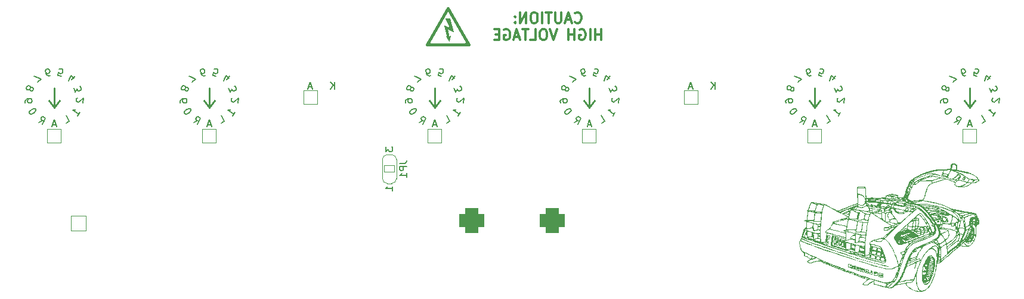
<source format=gbo>
%TF.GenerationSoftware,KiCad,Pcbnew,8.0.5*%
%TF.CreationDate,2024-10-12T21:51:14-07:00*%
%TF.ProjectId,STM32_Nixie,53544d33-325f-44e6-9978-69652e6b6963,rev?*%
%TF.SameCoordinates,Original*%
%TF.FileFunction,Legend,Bot*%
%TF.FilePolarity,Positive*%
%FSLAX46Y46*%
G04 Gerber Fmt 4.6, Leading zero omitted, Abs format (unit mm)*
G04 Created by KiCad (PCBNEW 8.0.5) date 2024-10-12 21:51:14*
%MOMM*%
%LPD*%
G01*
G04 APERTURE LIST*
G04 Aperture macros list*
%AMRoundRect*
0 Rectangle with rounded corners*
0 $1 Rounding radius*
0 $2 $3 $4 $5 $6 $7 $8 $9 X,Y pos of 4 corners*
0 Add a 4 corners polygon primitive as box body*
4,1,4,$2,$3,$4,$5,$6,$7,$8,$9,$2,$3,0*
0 Add four circle primitives for the rounded corners*
1,1,$1+$1,$2,$3*
1,1,$1+$1,$4,$5*
1,1,$1+$1,$6,$7*
1,1,$1+$1,$8,$9*
0 Add four rect primitives between the rounded corners*
20,1,$1+$1,$2,$3,$4,$5,0*
20,1,$1+$1,$4,$5,$6,$7,0*
20,1,$1+$1,$6,$7,$8,$9,0*
20,1,$1+$1,$8,$9,$2,$3,0*%
%AMFreePoly0*
4,1,35,0.576870,0.776870,0.588000,0.750000,0.588000,-0.750000,0.576870,-0.776870,0.550000,-0.788000,0.000000,-0.788000,-0.012286,-0.782911,-0.071157,-0.782911,-0.081863,-0.781372,-0.218414,-0.741277,-0.228252,-0.736784,-0.347974,-0.659843,-0.356148,-0.652760,-0.449345,-0.545205,-0.455193,-0.536106,-0.514312,-0.406652,-0.517359,-0.396274,-0.537613,-0.255408,-0.538000,-0.250000,-0.538000,0.250000,
-0.537613,0.255408,-0.517359,0.396274,-0.514312,0.406652,-0.455193,0.536106,-0.449345,0.545205,-0.356148,0.652760,-0.347974,0.659843,-0.228252,0.736784,-0.218414,0.741277,-0.081863,0.781372,-0.071157,0.782911,-0.012286,0.782911,0.000000,0.788000,0.550000,0.788000,0.576870,0.776870,0.576870,0.776870,$1*%
%AMFreePoly1*
4,1,35,0.012286,0.782911,0.071157,0.782911,0.081863,0.781372,0.218414,0.741277,0.228252,0.736784,0.347974,0.659843,0.356148,0.652760,0.449345,0.545205,0.455193,0.536106,0.514312,0.406652,0.517359,0.396274,0.537613,0.255408,0.538000,0.250000,0.538000,-0.250000,0.537613,-0.255408,0.517359,-0.396274,0.514312,-0.406652,0.455193,-0.536106,0.449345,-0.545205,0.356148,-0.652760,
0.347974,-0.659843,0.228252,-0.736784,0.218414,-0.741277,0.081863,-0.781372,0.071157,-0.782911,0.012286,-0.782911,0.000000,-0.788000,-0.550000,-0.788000,-0.576870,-0.776870,-0.588000,-0.750000,-0.588000,0.750000,-0.576870,0.776870,-0.550000,0.788000,0.000000,0.788000,0.012286,0.782911,0.012286,0.782911,$1*%
G04 Aperture macros list end*
%ADD10C,0.300000*%
%ADD11C,0.150000*%
%ADD12C,0.000000*%
%ADD13C,0.400000*%
%ADD14C,0.200000*%
%ADD15C,0.101600*%
%ADD16C,0.100000*%
%ADD17C,0.250000*%
%ADD18C,0.120000*%
%ADD19RoundRect,0.038000X-1.085000X-1.085000X1.085000X-1.085000X1.085000X1.085000X-1.085000X1.085000X0*%
%ADD20C,2.576000*%
%ADD21C,2.076000*%
%ADD22RoundRect,0.038000X-1.000000X-1.000000X1.000000X-1.000000X1.000000X1.000000X-1.000000X1.000000X0*%
%ADD23RoundRect,0.894000X-0.894000X-0.894000X0.894000X-0.894000X0.894000X0.894000X-0.894000X0.894000X0*%
%ADD24C,0.876000*%
%ADD25C,6.476000*%
%ADD26C,0.726000*%
%ADD27O,0.976000X1.776000*%
%ADD28O,0.976000X2.476000*%
%ADD29FreePoly0,90.000000*%
%ADD30RoundRect,0.038000X0.750000X-0.500000X0.750000X0.500000X-0.750000X0.500000X-0.750000X-0.500000X0*%
%ADD31FreePoly1,90.000000*%
G04 APERTURE END LIST*
D10*
X160921429Y-76243055D02*
X160992857Y-76314484D01*
X160992857Y-76314484D02*
X161207143Y-76385912D01*
X161207143Y-76385912D02*
X161350000Y-76385912D01*
X161350000Y-76385912D02*
X161564286Y-76314484D01*
X161564286Y-76314484D02*
X161707143Y-76171626D01*
X161707143Y-76171626D02*
X161778572Y-76028769D01*
X161778572Y-76028769D02*
X161850000Y-75743055D01*
X161850000Y-75743055D02*
X161850000Y-75528769D01*
X161850000Y-75528769D02*
X161778572Y-75243055D01*
X161778572Y-75243055D02*
X161707143Y-75100198D01*
X161707143Y-75100198D02*
X161564286Y-74957341D01*
X161564286Y-74957341D02*
X161350000Y-74885912D01*
X161350000Y-74885912D02*
X161207143Y-74885912D01*
X161207143Y-74885912D02*
X160992857Y-74957341D01*
X160992857Y-74957341D02*
X160921429Y-75028769D01*
X160350000Y-75957341D02*
X159635715Y-75957341D01*
X160492857Y-76385912D02*
X159992857Y-74885912D01*
X159992857Y-74885912D02*
X159492857Y-76385912D01*
X158992858Y-74885912D02*
X158992858Y-76100198D01*
X158992858Y-76100198D02*
X158921429Y-76243055D01*
X158921429Y-76243055D02*
X158850001Y-76314484D01*
X158850001Y-76314484D02*
X158707143Y-76385912D01*
X158707143Y-76385912D02*
X158421429Y-76385912D01*
X158421429Y-76385912D02*
X158278572Y-76314484D01*
X158278572Y-76314484D02*
X158207143Y-76243055D01*
X158207143Y-76243055D02*
X158135715Y-76100198D01*
X158135715Y-76100198D02*
X158135715Y-74885912D01*
X157635714Y-74885912D02*
X156778572Y-74885912D01*
X157207143Y-76385912D02*
X157207143Y-74885912D01*
X156278572Y-76385912D02*
X156278572Y-74885912D01*
X155278571Y-74885912D02*
X154992857Y-74885912D01*
X154992857Y-74885912D02*
X154850000Y-74957341D01*
X154850000Y-74957341D02*
X154707143Y-75100198D01*
X154707143Y-75100198D02*
X154635714Y-75385912D01*
X154635714Y-75385912D02*
X154635714Y-75885912D01*
X154635714Y-75885912D02*
X154707143Y-76171626D01*
X154707143Y-76171626D02*
X154850000Y-76314484D01*
X154850000Y-76314484D02*
X154992857Y-76385912D01*
X154992857Y-76385912D02*
X155278571Y-76385912D01*
X155278571Y-76385912D02*
X155421429Y-76314484D01*
X155421429Y-76314484D02*
X155564286Y-76171626D01*
X155564286Y-76171626D02*
X155635714Y-75885912D01*
X155635714Y-75885912D02*
X155635714Y-75385912D01*
X155635714Y-75385912D02*
X155564286Y-75100198D01*
X155564286Y-75100198D02*
X155421429Y-74957341D01*
X155421429Y-74957341D02*
X155278571Y-74885912D01*
X153992857Y-76385912D02*
X153992857Y-74885912D01*
X153992857Y-74885912D02*
X153135714Y-76385912D01*
X153135714Y-76385912D02*
X153135714Y-74885912D01*
X152421428Y-76243055D02*
X152349999Y-76314484D01*
X152349999Y-76314484D02*
X152421428Y-76385912D01*
X152421428Y-76385912D02*
X152492856Y-76314484D01*
X152492856Y-76314484D02*
X152421428Y-76243055D01*
X152421428Y-76243055D02*
X152421428Y-76385912D01*
X152421428Y-75457341D02*
X152349999Y-75528769D01*
X152349999Y-75528769D02*
X152421428Y-75600198D01*
X152421428Y-75600198D02*
X152492856Y-75528769D01*
X152492856Y-75528769D02*
X152421428Y-75457341D01*
X152421428Y-75457341D02*
X152421428Y-75600198D01*
X164671429Y-78800828D02*
X164671429Y-77300828D01*
X164671429Y-78015114D02*
X163814286Y-78015114D01*
X163814286Y-78800828D02*
X163814286Y-77300828D01*
X163100000Y-78800828D02*
X163100000Y-77300828D01*
X161599999Y-77372257D02*
X161742857Y-77300828D01*
X161742857Y-77300828D02*
X161957142Y-77300828D01*
X161957142Y-77300828D02*
X162171428Y-77372257D01*
X162171428Y-77372257D02*
X162314285Y-77515114D01*
X162314285Y-77515114D02*
X162385714Y-77657971D01*
X162385714Y-77657971D02*
X162457142Y-77943685D01*
X162457142Y-77943685D02*
X162457142Y-78157971D01*
X162457142Y-78157971D02*
X162385714Y-78443685D01*
X162385714Y-78443685D02*
X162314285Y-78586542D01*
X162314285Y-78586542D02*
X162171428Y-78729400D01*
X162171428Y-78729400D02*
X161957142Y-78800828D01*
X161957142Y-78800828D02*
X161814285Y-78800828D01*
X161814285Y-78800828D02*
X161599999Y-78729400D01*
X161599999Y-78729400D02*
X161528571Y-78657971D01*
X161528571Y-78657971D02*
X161528571Y-78157971D01*
X161528571Y-78157971D02*
X161814285Y-78157971D01*
X160885714Y-78800828D02*
X160885714Y-77300828D01*
X160885714Y-78015114D02*
X160028571Y-78015114D01*
X160028571Y-78800828D02*
X160028571Y-77300828D01*
X158385713Y-77300828D02*
X157885713Y-78800828D01*
X157885713Y-78800828D02*
X157385713Y-77300828D01*
X156599999Y-77300828D02*
X156314285Y-77300828D01*
X156314285Y-77300828D02*
X156171428Y-77372257D01*
X156171428Y-77372257D02*
X156028571Y-77515114D01*
X156028571Y-77515114D02*
X155957142Y-77800828D01*
X155957142Y-77800828D02*
X155957142Y-78300828D01*
X155957142Y-78300828D02*
X156028571Y-78586542D01*
X156028571Y-78586542D02*
X156171428Y-78729400D01*
X156171428Y-78729400D02*
X156314285Y-78800828D01*
X156314285Y-78800828D02*
X156599999Y-78800828D01*
X156599999Y-78800828D02*
X156742857Y-78729400D01*
X156742857Y-78729400D02*
X156885714Y-78586542D01*
X156885714Y-78586542D02*
X156957142Y-78300828D01*
X156957142Y-78300828D02*
X156957142Y-77800828D01*
X156957142Y-77800828D02*
X156885714Y-77515114D01*
X156885714Y-77515114D02*
X156742857Y-77372257D01*
X156742857Y-77372257D02*
X156599999Y-77300828D01*
X154599999Y-78800828D02*
X155314285Y-78800828D01*
X155314285Y-78800828D02*
X155314285Y-77300828D01*
X154314284Y-77300828D02*
X153457142Y-77300828D01*
X153885713Y-78800828D02*
X153885713Y-77300828D01*
X153028570Y-78372257D02*
X152314285Y-78372257D01*
X153171427Y-78800828D02*
X152671427Y-77300828D01*
X152671427Y-77300828D02*
X152171427Y-78800828D01*
X150885713Y-77372257D02*
X151028571Y-77300828D01*
X151028571Y-77300828D02*
X151242856Y-77300828D01*
X151242856Y-77300828D02*
X151457142Y-77372257D01*
X151457142Y-77372257D02*
X151599999Y-77515114D01*
X151599999Y-77515114D02*
X151671428Y-77657971D01*
X151671428Y-77657971D02*
X151742856Y-77943685D01*
X151742856Y-77943685D02*
X151742856Y-78157971D01*
X151742856Y-78157971D02*
X151671428Y-78443685D01*
X151671428Y-78443685D02*
X151599999Y-78586542D01*
X151599999Y-78586542D02*
X151457142Y-78729400D01*
X151457142Y-78729400D02*
X151242856Y-78800828D01*
X151242856Y-78800828D02*
X151099999Y-78800828D01*
X151099999Y-78800828D02*
X150885713Y-78729400D01*
X150885713Y-78729400D02*
X150814285Y-78657971D01*
X150814285Y-78657971D02*
X150814285Y-78157971D01*
X150814285Y-78157971D02*
X151099999Y-78157971D01*
X150171428Y-78015114D02*
X149671428Y-78015114D01*
X149457142Y-78800828D02*
X150171428Y-78800828D01*
X150171428Y-78800828D02*
X150171428Y-77300828D01*
X150171428Y-77300828D02*
X149457142Y-77300828D01*
D11*
X104871460Y-87743916D02*
X104848497Y-87554829D01*
X104848497Y-87554829D02*
X104884288Y-87454545D01*
X104884288Y-87454545D02*
X104925819Y-87401532D01*
X104925819Y-87401532D02*
X105056153Y-87289767D01*
X105056153Y-87289767D02*
X105239500Y-87219533D01*
X105239500Y-87219533D02*
X105617674Y-87173608D01*
X105617674Y-87173608D02*
X105717958Y-87209398D01*
X105717958Y-87209398D02*
X105770970Y-87250930D01*
X105770970Y-87250930D02*
X105829723Y-87339732D01*
X105829723Y-87339732D02*
X105852686Y-87528820D01*
X105852686Y-87528820D02*
X105816895Y-87629104D01*
X105816895Y-87629104D02*
X105775364Y-87682116D01*
X105775364Y-87682116D02*
X105686561Y-87740869D01*
X105686561Y-87740869D02*
X105450202Y-87769572D01*
X105450202Y-87769572D02*
X105349918Y-87733781D01*
X105349918Y-87733781D02*
X105296906Y-87692250D01*
X105296906Y-87692250D02*
X105238153Y-87603447D01*
X105238153Y-87603447D02*
X105215190Y-87414360D01*
X105215190Y-87414360D02*
X105250981Y-87314076D01*
X105250981Y-87314076D02*
X105292512Y-87261064D01*
X105292512Y-87261064D02*
X105381315Y-87202311D01*
X110737301Y-90646565D02*
X111158944Y-90425264D01*
X111158944Y-90425264D02*
X110694211Y-89539813D01*
X106375722Y-88729486D02*
X106321620Y-88651107D01*
X106321620Y-88651107D02*
X106228328Y-88599779D01*
X106228328Y-88599779D02*
X106162088Y-88587641D01*
X106162088Y-88587641D02*
X106056658Y-88602554D01*
X106056658Y-88602554D02*
X105872849Y-88671569D01*
X105872849Y-88671569D02*
X105676902Y-88806824D01*
X105676902Y-88806824D02*
X105547195Y-88954218D01*
X105547195Y-88954218D02*
X105495868Y-89047510D01*
X105495868Y-89047510D02*
X105483729Y-89113750D01*
X105483729Y-89113750D02*
X105498642Y-89219180D01*
X105498642Y-89219180D02*
X105552744Y-89297559D01*
X105552744Y-89297559D02*
X105646036Y-89348887D01*
X105646036Y-89348887D02*
X105712277Y-89361025D01*
X105712277Y-89361025D02*
X105817707Y-89346112D01*
X105817707Y-89346112D02*
X106001515Y-89277097D01*
X106001515Y-89277097D02*
X106197462Y-89141842D01*
X106197462Y-89141842D02*
X106327169Y-88994448D01*
X106327169Y-88994448D02*
X106378497Y-88901156D01*
X106378497Y-88901156D02*
X106390635Y-88834916D01*
X106390635Y-88834916D02*
X106375722Y-88729486D01*
X106612024Y-84829113D02*
X107111027Y-84387026D01*
X107111027Y-84387026D02*
X106127110Y-83922720D01*
X105575260Y-85830398D02*
X105586013Y-85936333D01*
X105586013Y-85936333D02*
X105613652Y-85997744D01*
X105613652Y-85997744D02*
X105685816Y-86076040D01*
X105685816Y-86076040D02*
X105730340Y-86092926D01*
X105730340Y-86092926D02*
X105836275Y-86082173D01*
X105836275Y-86082173D02*
X105897686Y-86054534D01*
X105897686Y-86054534D02*
X105975982Y-85982370D01*
X105975982Y-85982370D02*
X106043525Y-85804272D01*
X106043525Y-85804272D02*
X106032772Y-85698336D01*
X106032772Y-85698336D02*
X106005133Y-85636926D01*
X106005133Y-85636926D02*
X105932969Y-85558630D01*
X105932969Y-85558630D02*
X105888445Y-85541744D01*
X105888445Y-85541744D02*
X105782510Y-85552497D01*
X105782510Y-85552497D02*
X105721099Y-85580136D01*
X105721099Y-85580136D02*
X105642803Y-85652300D01*
X105642803Y-85652300D02*
X105575260Y-85830398D01*
X105575260Y-85830398D02*
X105496964Y-85902562D01*
X105496964Y-85902562D02*
X105435553Y-85930201D01*
X105435553Y-85930201D02*
X105329618Y-85940954D01*
X105329618Y-85940954D02*
X105151520Y-85873411D01*
X105151520Y-85873411D02*
X105079356Y-85795115D01*
X105079356Y-85795115D02*
X105051717Y-85733704D01*
X105051717Y-85733704D02*
X105040964Y-85627769D01*
X105040964Y-85627769D02*
X105108507Y-85449670D01*
X105108507Y-85449670D02*
X105186804Y-85377507D01*
X105186804Y-85377507D02*
X105248214Y-85349868D01*
X105248214Y-85349868D02*
X105354149Y-85339115D01*
X105354149Y-85339115D02*
X105532248Y-85406658D01*
X105532248Y-85406658D02*
X105604411Y-85484954D01*
X105604411Y-85484954D02*
X105632050Y-85546365D01*
X105632050Y-85546365D02*
X105642803Y-85652300D01*
X111772039Y-85681682D02*
X111991585Y-86260491D01*
X111991585Y-86260491D02*
X112229558Y-85813720D01*
X112229558Y-85813720D02*
X112280222Y-85947291D01*
X112280222Y-85947291D02*
X112358522Y-86019451D01*
X112358522Y-86019451D02*
X112419934Y-86047086D01*
X112419934Y-86047086D02*
X112525870Y-86057834D01*
X112525870Y-86057834D02*
X112748489Y-85973393D01*
X112748489Y-85973393D02*
X112820648Y-85895093D01*
X112820648Y-85895093D02*
X112848284Y-85833682D01*
X112848284Y-85833682D02*
X112859031Y-85727746D01*
X112859031Y-85727746D02*
X112757703Y-85460603D01*
X112757703Y-85460603D02*
X112679403Y-85388444D01*
X112679403Y-85388444D02*
X112617991Y-85360808D01*
X108426419Y-83883750D02*
X108241478Y-83929336D01*
X108241478Y-83929336D02*
X108137611Y-83905895D01*
X108137611Y-83905895D02*
X108079979Y-83871056D01*
X108079979Y-83871056D02*
X107953319Y-83755144D01*
X107953319Y-83755144D02*
X107861497Y-83581600D01*
X107861497Y-83581600D02*
X107770324Y-83211719D01*
X107770324Y-83211719D02*
X107793766Y-83107852D01*
X107793766Y-83107852D02*
X107828604Y-83050220D01*
X107828604Y-83050220D02*
X107909678Y-82981191D01*
X107909678Y-82981191D02*
X108094618Y-82935605D01*
X108094618Y-82935605D02*
X108198485Y-82959047D01*
X108198485Y-82959047D02*
X108256117Y-82993885D01*
X108256117Y-82993885D02*
X108325146Y-83074959D01*
X108325146Y-83074959D02*
X108382129Y-83306135D01*
X108382129Y-83306135D02*
X108358687Y-83410002D01*
X108358687Y-83410002D02*
X108323849Y-83467633D01*
X108323849Y-83467633D02*
X108242775Y-83536662D01*
X108242775Y-83536662D02*
X108057834Y-83582249D01*
X108057834Y-83582249D02*
X107953967Y-83558807D01*
X107953967Y-83558807D02*
X107896336Y-83523968D01*
X107896336Y-83523968D02*
X107827307Y-83442895D01*
X106814566Y-90558881D02*
X107331014Y-90292141D01*
X107320543Y-90824435D02*
X107785261Y-89938976D01*
X107785261Y-89938976D02*
X107447943Y-89761941D01*
X107447943Y-89761941D02*
X107341485Y-89759847D01*
X107341485Y-89759847D02*
X107277190Y-89779882D01*
X107277190Y-89779882D02*
X107190767Y-89842082D01*
X107190767Y-89842082D02*
X107124378Y-89968576D01*
X107124378Y-89968576D02*
X107122284Y-90075035D01*
X107122284Y-90075035D02*
X107142320Y-90139329D01*
X107142320Y-90139329D02*
X107204519Y-90225752D01*
X107204519Y-90225752D02*
X107541837Y-90402788D01*
X112312007Y-89593503D02*
X112636612Y-89123225D01*
X112474310Y-89358364D02*
X111651322Y-88790305D01*
X111651322Y-88790305D02*
X111822993Y-88793076D01*
X111822993Y-88793076D02*
X111955473Y-88768797D01*
X111955473Y-88768797D02*
X112048764Y-88717468D01*
X112287776Y-87062135D02*
X112234764Y-87103667D01*
X112234764Y-87103667D02*
X112176013Y-87192471D01*
X112176013Y-87192471D02*
X112147314Y-87428830D01*
X112147314Y-87428830D02*
X112183106Y-87529114D01*
X112183106Y-87529114D02*
X112224638Y-87582125D01*
X112224638Y-87582125D02*
X112313442Y-87640877D01*
X112313442Y-87640877D02*
X112407986Y-87652356D01*
X112407986Y-87652356D02*
X112555541Y-87622304D01*
X112555541Y-87622304D02*
X113191681Y-87123919D01*
X113191681Y-87123919D02*
X113117064Y-87738453D01*
X109238094Y-90869104D02*
X108761904Y-90869104D01*
X109333332Y-91154819D02*
X108999999Y-90154819D01*
X108999999Y-90154819D02*
X108666666Y-91154819D01*
X111502095Y-84484879D02*
X111944172Y-83985868D01*
X111071261Y-84612143D02*
X111366697Y-83919604D01*
X111366697Y-83919604D02*
X111830064Y-84330105D01*
X110000708Y-83986318D02*
X109538354Y-83872360D01*
X109538354Y-83872360D02*
X109606078Y-83398610D01*
X109606078Y-83398610D02*
X109640917Y-83456241D01*
X109640917Y-83456241D02*
X109721992Y-83525269D01*
X109721992Y-83525269D02*
X109953169Y-83582248D01*
X109953169Y-83582248D02*
X110057035Y-83558804D01*
X110057035Y-83558804D02*
X110114666Y-83523965D01*
X110114666Y-83523965D02*
X110183693Y-83442890D01*
X110183693Y-83442890D02*
X110240673Y-83211713D01*
X110240673Y-83211713D02*
X110217229Y-83107846D01*
X110217229Y-83107846D02*
X110182390Y-83050215D01*
X110182390Y-83050215D02*
X110101315Y-82981188D01*
X110101315Y-82981188D02*
X109870138Y-82924209D01*
X109870138Y-82924209D02*
X109766271Y-82947653D01*
X109766271Y-82947653D02*
X109708640Y-82982492D01*
X158871460Y-87743916D02*
X158848497Y-87554829D01*
X158848497Y-87554829D02*
X158884288Y-87454545D01*
X158884288Y-87454545D02*
X158925819Y-87401532D01*
X158925819Y-87401532D02*
X159056153Y-87289767D01*
X159056153Y-87289767D02*
X159239500Y-87219533D01*
X159239500Y-87219533D02*
X159617674Y-87173608D01*
X159617674Y-87173608D02*
X159717958Y-87209398D01*
X159717958Y-87209398D02*
X159770970Y-87250930D01*
X159770970Y-87250930D02*
X159829723Y-87339732D01*
X159829723Y-87339732D02*
X159852686Y-87528820D01*
X159852686Y-87528820D02*
X159816895Y-87629104D01*
X159816895Y-87629104D02*
X159775364Y-87682116D01*
X159775364Y-87682116D02*
X159686561Y-87740869D01*
X159686561Y-87740869D02*
X159450202Y-87769572D01*
X159450202Y-87769572D02*
X159349918Y-87733781D01*
X159349918Y-87733781D02*
X159296906Y-87692250D01*
X159296906Y-87692250D02*
X159238153Y-87603447D01*
X159238153Y-87603447D02*
X159215190Y-87414360D01*
X159215190Y-87414360D02*
X159250981Y-87314076D01*
X159250981Y-87314076D02*
X159292512Y-87261064D01*
X159292512Y-87261064D02*
X159381315Y-87202311D01*
X164737301Y-90646565D02*
X165158944Y-90425264D01*
X165158944Y-90425264D02*
X164694211Y-89539813D01*
X160375722Y-88729486D02*
X160321620Y-88651107D01*
X160321620Y-88651107D02*
X160228328Y-88599779D01*
X160228328Y-88599779D02*
X160162088Y-88587641D01*
X160162088Y-88587641D02*
X160056658Y-88602554D01*
X160056658Y-88602554D02*
X159872849Y-88671569D01*
X159872849Y-88671569D02*
X159676902Y-88806824D01*
X159676902Y-88806824D02*
X159547195Y-88954218D01*
X159547195Y-88954218D02*
X159495868Y-89047510D01*
X159495868Y-89047510D02*
X159483729Y-89113750D01*
X159483729Y-89113750D02*
X159498642Y-89219180D01*
X159498642Y-89219180D02*
X159552744Y-89297559D01*
X159552744Y-89297559D02*
X159646036Y-89348887D01*
X159646036Y-89348887D02*
X159712277Y-89361025D01*
X159712277Y-89361025D02*
X159817707Y-89346112D01*
X159817707Y-89346112D02*
X160001515Y-89277097D01*
X160001515Y-89277097D02*
X160197462Y-89141842D01*
X160197462Y-89141842D02*
X160327169Y-88994448D01*
X160327169Y-88994448D02*
X160378497Y-88901156D01*
X160378497Y-88901156D02*
X160390635Y-88834916D01*
X160390635Y-88834916D02*
X160375722Y-88729486D01*
X160612024Y-84829113D02*
X161111027Y-84387026D01*
X161111027Y-84387026D02*
X160127110Y-83922720D01*
X159575260Y-85830398D02*
X159586013Y-85936333D01*
X159586013Y-85936333D02*
X159613652Y-85997744D01*
X159613652Y-85997744D02*
X159685816Y-86076040D01*
X159685816Y-86076040D02*
X159730340Y-86092926D01*
X159730340Y-86092926D02*
X159836275Y-86082173D01*
X159836275Y-86082173D02*
X159897686Y-86054534D01*
X159897686Y-86054534D02*
X159975982Y-85982370D01*
X159975982Y-85982370D02*
X160043525Y-85804272D01*
X160043525Y-85804272D02*
X160032772Y-85698336D01*
X160032772Y-85698336D02*
X160005133Y-85636926D01*
X160005133Y-85636926D02*
X159932969Y-85558630D01*
X159932969Y-85558630D02*
X159888445Y-85541744D01*
X159888445Y-85541744D02*
X159782510Y-85552497D01*
X159782510Y-85552497D02*
X159721099Y-85580136D01*
X159721099Y-85580136D02*
X159642803Y-85652300D01*
X159642803Y-85652300D02*
X159575260Y-85830398D01*
X159575260Y-85830398D02*
X159496964Y-85902562D01*
X159496964Y-85902562D02*
X159435553Y-85930201D01*
X159435553Y-85930201D02*
X159329618Y-85940954D01*
X159329618Y-85940954D02*
X159151520Y-85873411D01*
X159151520Y-85873411D02*
X159079356Y-85795115D01*
X159079356Y-85795115D02*
X159051717Y-85733704D01*
X159051717Y-85733704D02*
X159040964Y-85627769D01*
X159040964Y-85627769D02*
X159108507Y-85449670D01*
X159108507Y-85449670D02*
X159186804Y-85377507D01*
X159186804Y-85377507D02*
X159248214Y-85349868D01*
X159248214Y-85349868D02*
X159354149Y-85339115D01*
X159354149Y-85339115D02*
X159532248Y-85406658D01*
X159532248Y-85406658D02*
X159604411Y-85484954D01*
X159604411Y-85484954D02*
X159632050Y-85546365D01*
X159632050Y-85546365D02*
X159642803Y-85652300D01*
X165772039Y-85681682D02*
X165991585Y-86260491D01*
X165991585Y-86260491D02*
X166229558Y-85813720D01*
X166229558Y-85813720D02*
X166280222Y-85947291D01*
X166280222Y-85947291D02*
X166358522Y-86019451D01*
X166358522Y-86019451D02*
X166419934Y-86047086D01*
X166419934Y-86047086D02*
X166525870Y-86057834D01*
X166525870Y-86057834D02*
X166748489Y-85973393D01*
X166748489Y-85973393D02*
X166820648Y-85895093D01*
X166820648Y-85895093D02*
X166848284Y-85833682D01*
X166848284Y-85833682D02*
X166859031Y-85727746D01*
X166859031Y-85727746D02*
X166757703Y-85460603D01*
X166757703Y-85460603D02*
X166679403Y-85388444D01*
X166679403Y-85388444D02*
X166617991Y-85360808D01*
X162426419Y-83883750D02*
X162241478Y-83929336D01*
X162241478Y-83929336D02*
X162137611Y-83905895D01*
X162137611Y-83905895D02*
X162079979Y-83871056D01*
X162079979Y-83871056D02*
X161953319Y-83755144D01*
X161953319Y-83755144D02*
X161861497Y-83581600D01*
X161861497Y-83581600D02*
X161770324Y-83211719D01*
X161770324Y-83211719D02*
X161793766Y-83107852D01*
X161793766Y-83107852D02*
X161828604Y-83050220D01*
X161828604Y-83050220D02*
X161909678Y-82981191D01*
X161909678Y-82981191D02*
X162094618Y-82935605D01*
X162094618Y-82935605D02*
X162198485Y-82959047D01*
X162198485Y-82959047D02*
X162256117Y-82993885D01*
X162256117Y-82993885D02*
X162325146Y-83074959D01*
X162325146Y-83074959D02*
X162382129Y-83306135D01*
X162382129Y-83306135D02*
X162358687Y-83410002D01*
X162358687Y-83410002D02*
X162323849Y-83467633D01*
X162323849Y-83467633D02*
X162242775Y-83536662D01*
X162242775Y-83536662D02*
X162057834Y-83582249D01*
X162057834Y-83582249D02*
X161953967Y-83558807D01*
X161953967Y-83558807D02*
X161896336Y-83523968D01*
X161896336Y-83523968D02*
X161827307Y-83442895D01*
X160814566Y-90558881D02*
X161331014Y-90292141D01*
X161320543Y-90824435D02*
X161785261Y-89938976D01*
X161785261Y-89938976D02*
X161447943Y-89761941D01*
X161447943Y-89761941D02*
X161341485Y-89759847D01*
X161341485Y-89759847D02*
X161277190Y-89779882D01*
X161277190Y-89779882D02*
X161190767Y-89842082D01*
X161190767Y-89842082D02*
X161124378Y-89968576D01*
X161124378Y-89968576D02*
X161122284Y-90075035D01*
X161122284Y-90075035D02*
X161142320Y-90139329D01*
X161142320Y-90139329D02*
X161204519Y-90225752D01*
X161204519Y-90225752D02*
X161541837Y-90402788D01*
X166312007Y-89593503D02*
X166636612Y-89123225D01*
X166474310Y-89358364D02*
X165651322Y-88790305D01*
X165651322Y-88790305D02*
X165822993Y-88793076D01*
X165822993Y-88793076D02*
X165955473Y-88768797D01*
X165955473Y-88768797D02*
X166048764Y-88717468D01*
X166287776Y-87062135D02*
X166234764Y-87103667D01*
X166234764Y-87103667D02*
X166176013Y-87192471D01*
X166176013Y-87192471D02*
X166147314Y-87428830D01*
X166147314Y-87428830D02*
X166183106Y-87529114D01*
X166183106Y-87529114D02*
X166224638Y-87582125D01*
X166224638Y-87582125D02*
X166313442Y-87640877D01*
X166313442Y-87640877D02*
X166407986Y-87652356D01*
X166407986Y-87652356D02*
X166555541Y-87622304D01*
X166555541Y-87622304D02*
X167191681Y-87123919D01*
X167191681Y-87123919D02*
X167117064Y-87738453D01*
X163238094Y-90869104D02*
X162761904Y-90869104D01*
X163333332Y-91154819D02*
X162999999Y-90154819D01*
X162999999Y-90154819D02*
X162666666Y-91154819D01*
X165502095Y-84484879D02*
X165944172Y-83985868D01*
X165071261Y-84612143D02*
X165366697Y-83919604D01*
X165366697Y-83919604D02*
X165830064Y-84330105D01*
X164000708Y-83986318D02*
X163538354Y-83872360D01*
X163538354Y-83872360D02*
X163606078Y-83398610D01*
X163606078Y-83398610D02*
X163640917Y-83456241D01*
X163640917Y-83456241D02*
X163721992Y-83525269D01*
X163721992Y-83525269D02*
X163953169Y-83582248D01*
X163953169Y-83582248D02*
X164057035Y-83558804D01*
X164057035Y-83558804D02*
X164114666Y-83523965D01*
X164114666Y-83523965D02*
X164183693Y-83442890D01*
X164183693Y-83442890D02*
X164240673Y-83211713D01*
X164240673Y-83211713D02*
X164217229Y-83107846D01*
X164217229Y-83107846D02*
X164182390Y-83050215D01*
X164182390Y-83050215D02*
X164101315Y-82981188D01*
X164101315Y-82981188D02*
X163870138Y-82924209D01*
X163870138Y-82924209D02*
X163766271Y-82947653D01*
X163766271Y-82947653D02*
X163708640Y-82982492D01*
X136871460Y-87743916D02*
X136848497Y-87554829D01*
X136848497Y-87554829D02*
X136884288Y-87454545D01*
X136884288Y-87454545D02*
X136925819Y-87401532D01*
X136925819Y-87401532D02*
X137056153Y-87289767D01*
X137056153Y-87289767D02*
X137239500Y-87219533D01*
X137239500Y-87219533D02*
X137617674Y-87173608D01*
X137617674Y-87173608D02*
X137717958Y-87209398D01*
X137717958Y-87209398D02*
X137770970Y-87250930D01*
X137770970Y-87250930D02*
X137829723Y-87339732D01*
X137829723Y-87339732D02*
X137852686Y-87528820D01*
X137852686Y-87528820D02*
X137816895Y-87629104D01*
X137816895Y-87629104D02*
X137775364Y-87682116D01*
X137775364Y-87682116D02*
X137686561Y-87740869D01*
X137686561Y-87740869D02*
X137450202Y-87769572D01*
X137450202Y-87769572D02*
X137349918Y-87733781D01*
X137349918Y-87733781D02*
X137296906Y-87692250D01*
X137296906Y-87692250D02*
X137238153Y-87603447D01*
X137238153Y-87603447D02*
X137215190Y-87414360D01*
X137215190Y-87414360D02*
X137250981Y-87314076D01*
X137250981Y-87314076D02*
X137292512Y-87261064D01*
X137292512Y-87261064D02*
X137381315Y-87202311D01*
X142737301Y-90646565D02*
X143158944Y-90425264D01*
X143158944Y-90425264D02*
X142694211Y-89539813D01*
X138375722Y-88729486D02*
X138321620Y-88651107D01*
X138321620Y-88651107D02*
X138228328Y-88599779D01*
X138228328Y-88599779D02*
X138162088Y-88587641D01*
X138162088Y-88587641D02*
X138056658Y-88602554D01*
X138056658Y-88602554D02*
X137872849Y-88671569D01*
X137872849Y-88671569D02*
X137676902Y-88806824D01*
X137676902Y-88806824D02*
X137547195Y-88954218D01*
X137547195Y-88954218D02*
X137495868Y-89047510D01*
X137495868Y-89047510D02*
X137483729Y-89113750D01*
X137483729Y-89113750D02*
X137498642Y-89219180D01*
X137498642Y-89219180D02*
X137552744Y-89297559D01*
X137552744Y-89297559D02*
X137646036Y-89348887D01*
X137646036Y-89348887D02*
X137712277Y-89361025D01*
X137712277Y-89361025D02*
X137817707Y-89346112D01*
X137817707Y-89346112D02*
X138001515Y-89277097D01*
X138001515Y-89277097D02*
X138197462Y-89141842D01*
X138197462Y-89141842D02*
X138327169Y-88994448D01*
X138327169Y-88994448D02*
X138378497Y-88901156D01*
X138378497Y-88901156D02*
X138390635Y-88834916D01*
X138390635Y-88834916D02*
X138375722Y-88729486D01*
X138612024Y-84829113D02*
X139111027Y-84387026D01*
X139111027Y-84387026D02*
X138127110Y-83922720D01*
X137575260Y-85830398D02*
X137586013Y-85936333D01*
X137586013Y-85936333D02*
X137613652Y-85997744D01*
X137613652Y-85997744D02*
X137685816Y-86076040D01*
X137685816Y-86076040D02*
X137730340Y-86092926D01*
X137730340Y-86092926D02*
X137836275Y-86082173D01*
X137836275Y-86082173D02*
X137897686Y-86054534D01*
X137897686Y-86054534D02*
X137975982Y-85982370D01*
X137975982Y-85982370D02*
X138043525Y-85804272D01*
X138043525Y-85804272D02*
X138032772Y-85698336D01*
X138032772Y-85698336D02*
X138005133Y-85636926D01*
X138005133Y-85636926D02*
X137932969Y-85558630D01*
X137932969Y-85558630D02*
X137888445Y-85541744D01*
X137888445Y-85541744D02*
X137782510Y-85552497D01*
X137782510Y-85552497D02*
X137721099Y-85580136D01*
X137721099Y-85580136D02*
X137642803Y-85652300D01*
X137642803Y-85652300D02*
X137575260Y-85830398D01*
X137575260Y-85830398D02*
X137496964Y-85902562D01*
X137496964Y-85902562D02*
X137435553Y-85930201D01*
X137435553Y-85930201D02*
X137329618Y-85940954D01*
X137329618Y-85940954D02*
X137151520Y-85873411D01*
X137151520Y-85873411D02*
X137079356Y-85795115D01*
X137079356Y-85795115D02*
X137051717Y-85733704D01*
X137051717Y-85733704D02*
X137040964Y-85627769D01*
X137040964Y-85627769D02*
X137108507Y-85449670D01*
X137108507Y-85449670D02*
X137186804Y-85377507D01*
X137186804Y-85377507D02*
X137248214Y-85349868D01*
X137248214Y-85349868D02*
X137354149Y-85339115D01*
X137354149Y-85339115D02*
X137532248Y-85406658D01*
X137532248Y-85406658D02*
X137604411Y-85484954D01*
X137604411Y-85484954D02*
X137632050Y-85546365D01*
X137632050Y-85546365D02*
X137642803Y-85652300D01*
X143772039Y-85681682D02*
X143991585Y-86260491D01*
X143991585Y-86260491D02*
X144229558Y-85813720D01*
X144229558Y-85813720D02*
X144280222Y-85947291D01*
X144280222Y-85947291D02*
X144358522Y-86019451D01*
X144358522Y-86019451D02*
X144419934Y-86047086D01*
X144419934Y-86047086D02*
X144525870Y-86057834D01*
X144525870Y-86057834D02*
X144748489Y-85973393D01*
X144748489Y-85973393D02*
X144820648Y-85895093D01*
X144820648Y-85895093D02*
X144848284Y-85833682D01*
X144848284Y-85833682D02*
X144859031Y-85727746D01*
X144859031Y-85727746D02*
X144757703Y-85460603D01*
X144757703Y-85460603D02*
X144679403Y-85388444D01*
X144679403Y-85388444D02*
X144617991Y-85360808D01*
X140426419Y-83883750D02*
X140241478Y-83929336D01*
X140241478Y-83929336D02*
X140137611Y-83905895D01*
X140137611Y-83905895D02*
X140079979Y-83871056D01*
X140079979Y-83871056D02*
X139953319Y-83755144D01*
X139953319Y-83755144D02*
X139861497Y-83581600D01*
X139861497Y-83581600D02*
X139770324Y-83211719D01*
X139770324Y-83211719D02*
X139793766Y-83107852D01*
X139793766Y-83107852D02*
X139828604Y-83050220D01*
X139828604Y-83050220D02*
X139909678Y-82981191D01*
X139909678Y-82981191D02*
X140094618Y-82935605D01*
X140094618Y-82935605D02*
X140198485Y-82959047D01*
X140198485Y-82959047D02*
X140256117Y-82993885D01*
X140256117Y-82993885D02*
X140325146Y-83074959D01*
X140325146Y-83074959D02*
X140382129Y-83306135D01*
X140382129Y-83306135D02*
X140358687Y-83410002D01*
X140358687Y-83410002D02*
X140323849Y-83467633D01*
X140323849Y-83467633D02*
X140242775Y-83536662D01*
X140242775Y-83536662D02*
X140057834Y-83582249D01*
X140057834Y-83582249D02*
X139953967Y-83558807D01*
X139953967Y-83558807D02*
X139896336Y-83523968D01*
X139896336Y-83523968D02*
X139827307Y-83442895D01*
X138814566Y-90558881D02*
X139331014Y-90292141D01*
X139320543Y-90824435D02*
X139785261Y-89938976D01*
X139785261Y-89938976D02*
X139447943Y-89761941D01*
X139447943Y-89761941D02*
X139341485Y-89759847D01*
X139341485Y-89759847D02*
X139277190Y-89779882D01*
X139277190Y-89779882D02*
X139190767Y-89842082D01*
X139190767Y-89842082D02*
X139124378Y-89968576D01*
X139124378Y-89968576D02*
X139122284Y-90075035D01*
X139122284Y-90075035D02*
X139142320Y-90139329D01*
X139142320Y-90139329D02*
X139204519Y-90225752D01*
X139204519Y-90225752D02*
X139541837Y-90402788D01*
X144312007Y-89593503D02*
X144636612Y-89123225D01*
X144474310Y-89358364D02*
X143651322Y-88790305D01*
X143651322Y-88790305D02*
X143822993Y-88793076D01*
X143822993Y-88793076D02*
X143955473Y-88768797D01*
X143955473Y-88768797D02*
X144048764Y-88717468D01*
X144287776Y-87062135D02*
X144234764Y-87103667D01*
X144234764Y-87103667D02*
X144176013Y-87192471D01*
X144176013Y-87192471D02*
X144147314Y-87428830D01*
X144147314Y-87428830D02*
X144183106Y-87529114D01*
X144183106Y-87529114D02*
X144224638Y-87582125D01*
X144224638Y-87582125D02*
X144313442Y-87640877D01*
X144313442Y-87640877D02*
X144407986Y-87652356D01*
X144407986Y-87652356D02*
X144555541Y-87622304D01*
X144555541Y-87622304D02*
X145191681Y-87123919D01*
X145191681Y-87123919D02*
X145117064Y-87738453D01*
X141238094Y-90869104D02*
X140761904Y-90869104D01*
X141333332Y-91154819D02*
X140999999Y-90154819D01*
X140999999Y-90154819D02*
X140666666Y-91154819D01*
X143502095Y-84484879D02*
X143944172Y-83985868D01*
X143071261Y-84612143D02*
X143366697Y-83919604D01*
X143366697Y-83919604D02*
X143830064Y-84330105D01*
X142000708Y-83986318D02*
X141538354Y-83872360D01*
X141538354Y-83872360D02*
X141606078Y-83398610D01*
X141606078Y-83398610D02*
X141640917Y-83456241D01*
X141640917Y-83456241D02*
X141721992Y-83525269D01*
X141721992Y-83525269D02*
X141953169Y-83582248D01*
X141953169Y-83582248D02*
X142057035Y-83558804D01*
X142057035Y-83558804D02*
X142114666Y-83523965D01*
X142114666Y-83523965D02*
X142183693Y-83442890D01*
X142183693Y-83442890D02*
X142240673Y-83211713D01*
X142240673Y-83211713D02*
X142217229Y-83107846D01*
X142217229Y-83107846D02*
X142182390Y-83050215D01*
X142182390Y-83050215D02*
X142101315Y-82981188D01*
X142101315Y-82981188D02*
X141870138Y-82924209D01*
X141870138Y-82924209D02*
X141766271Y-82947653D01*
X141766271Y-82947653D02*
X141708640Y-82982492D01*
X190871460Y-87743916D02*
X190848497Y-87554829D01*
X190848497Y-87554829D02*
X190884288Y-87454545D01*
X190884288Y-87454545D02*
X190925819Y-87401532D01*
X190925819Y-87401532D02*
X191056153Y-87289767D01*
X191056153Y-87289767D02*
X191239500Y-87219533D01*
X191239500Y-87219533D02*
X191617674Y-87173608D01*
X191617674Y-87173608D02*
X191717958Y-87209398D01*
X191717958Y-87209398D02*
X191770970Y-87250930D01*
X191770970Y-87250930D02*
X191829723Y-87339732D01*
X191829723Y-87339732D02*
X191852686Y-87528820D01*
X191852686Y-87528820D02*
X191816895Y-87629104D01*
X191816895Y-87629104D02*
X191775364Y-87682116D01*
X191775364Y-87682116D02*
X191686561Y-87740869D01*
X191686561Y-87740869D02*
X191450202Y-87769572D01*
X191450202Y-87769572D02*
X191349918Y-87733781D01*
X191349918Y-87733781D02*
X191296906Y-87692250D01*
X191296906Y-87692250D02*
X191238153Y-87603447D01*
X191238153Y-87603447D02*
X191215190Y-87414360D01*
X191215190Y-87414360D02*
X191250981Y-87314076D01*
X191250981Y-87314076D02*
X191292512Y-87261064D01*
X191292512Y-87261064D02*
X191381315Y-87202311D01*
X196737301Y-90646565D02*
X197158944Y-90425264D01*
X197158944Y-90425264D02*
X196694211Y-89539813D01*
X192375722Y-88729486D02*
X192321620Y-88651107D01*
X192321620Y-88651107D02*
X192228328Y-88599779D01*
X192228328Y-88599779D02*
X192162088Y-88587641D01*
X192162088Y-88587641D02*
X192056658Y-88602554D01*
X192056658Y-88602554D02*
X191872849Y-88671569D01*
X191872849Y-88671569D02*
X191676902Y-88806824D01*
X191676902Y-88806824D02*
X191547195Y-88954218D01*
X191547195Y-88954218D02*
X191495868Y-89047510D01*
X191495868Y-89047510D02*
X191483729Y-89113750D01*
X191483729Y-89113750D02*
X191498642Y-89219180D01*
X191498642Y-89219180D02*
X191552744Y-89297559D01*
X191552744Y-89297559D02*
X191646036Y-89348887D01*
X191646036Y-89348887D02*
X191712277Y-89361025D01*
X191712277Y-89361025D02*
X191817707Y-89346112D01*
X191817707Y-89346112D02*
X192001515Y-89277097D01*
X192001515Y-89277097D02*
X192197462Y-89141842D01*
X192197462Y-89141842D02*
X192327169Y-88994448D01*
X192327169Y-88994448D02*
X192378497Y-88901156D01*
X192378497Y-88901156D02*
X192390635Y-88834916D01*
X192390635Y-88834916D02*
X192375722Y-88729486D01*
X192612024Y-84829113D02*
X193111027Y-84387026D01*
X193111027Y-84387026D02*
X192127110Y-83922720D01*
X191575260Y-85830398D02*
X191586013Y-85936333D01*
X191586013Y-85936333D02*
X191613652Y-85997744D01*
X191613652Y-85997744D02*
X191685816Y-86076040D01*
X191685816Y-86076040D02*
X191730340Y-86092926D01*
X191730340Y-86092926D02*
X191836275Y-86082173D01*
X191836275Y-86082173D02*
X191897686Y-86054534D01*
X191897686Y-86054534D02*
X191975982Y-85982370D01*
X191975982Y-85982370D02*
X192043525Y-85804272D01*
X192043525Y-85804272D02*
X192032772Y-85698336D01*
X192032772Y-85698336D02*
X192005133Y-85636926D01*
X192005133Y-85636926D02*
X191932969Y-85558630D01*
X191932969Y-85558630D02*
X191888445Y-85541744D01*
X191888445Y-85541744D02*
X191782510Y-85552497D01*
X191782510Y-85552497D02*
X191721099Y-85580136D01*
X191721099Y-85580136D02*
X191642803Y-85652300D01*
X191642803Y-85652300D02*
X191575260Y-85830398D01*
X191575260Y-85830398D02*
X191496964Y-85902562D01*
X191496964Y-85902562D02*
X191435553Y-85930201D01*
X191435553Y-85930201D02*
X191329618Y-85940954D01*
X191329618Y-85940954D02*
X191151520Y-85873411D01*
X191151520Y-85873411D02*
X191079356Y-85795115D01*
X191079356Y-85795115D02*
X191051717Y-85733704D01*
X191051717Y-85733704D02*
X191040964Y-85627769D01*
X191040964Y-85627769D02*
X191108507Y-85449670D01*
X191108507Y-85449670D02*
X191186804Y-85377507D01*
X191186804Y-85377507D02*
X191248214Y-85349868D01*
X191248214Y-85349868D02*
X191354149Y-85339115D01*
X191354149Y-85339115D02*
X191532248Y-85406658D01*
X191532248Y-85406658D02*
X191604411Y-85484954D01*
X191604411Y-85484954D02*
X191632050Y-85546365D01*
X191632050Y-85546365D02*
X191642803Y-85652300D01*
X197772039Y-85681682D02*
X197991585Y-86260491D01*
X197991585Y-86260491D02*
X198229558Y-85813720D01*
X198229558Y-85813720D02*
X198280222Y-85947291D01*
X198280222Y-85947291D02*
X198358522Y-86019451D01*
X198358522Y-86019451D02*
X198419934Y-86047086D01*
X198419934Y-86047086D02*
X198525870Y-86057834D01*
X198525870Y-86057834D02*
X198748489Y-85973393D01*
X198748489Y-85973393D02*
X198820648Y-85895093D01*
X198820648Y-85895093D02*
X198848284Y-85833682D01*
X198848284Y-85833682D02*
X198859031Y-85727746D01*
X198859031Y-85727746D02*
X198757703Y-85460603D01*
X198757703Y-85460603D02*
X198679403Y-85388444D01*
X198679403Y-85388444D02*
X198617991Y-85360808D01*
X194426419Y-83883750D02*
X194241478Y-83929336D01*
X194241478Y-83929336D02*
X194137611Y-83905895D01*
X194137611Y-83905895D02*
X194079979Y-83871056D01*
X194079979Y-83871056D02*
X193953319Y-83755144D01*
X193953319Y-83755144D02*
X193861497Y-83581600D01*
X193861497Y-83581600D02*
X193770324Y-83211719D01*
X193770324Y-83211719D02*
X193793766Y-83107852D01*
X193793766Y-83107852D02*
X193828604Y-83050220D01*
X193828604Y-83050220D02*
X193909678Y-82981191D01*
X193909678Y-82981191D02*
X194094618Y-82935605D01*
X194094618Y-82935605D02*
X194198485Y-82959047D01*
X194198485Y-82959047D02*
X194256117Y-82993885D01*
X194256117Y-82993885D02*
X194325146Y-83074959D01*
X194325146Y-83074959D02*
X194382129Y-83306135D01*
X194382129Y-83306135D02*
X194358687Y-83410002D01*
X194358687Y-83410002D02*
X194323849Y-83467633D01*
X194323849Y-83467633D02*
X194242775Y-83536662D01*
X194242775Y-83536662D02*
X194057834Y-83582249D01*
X194057834Y-83582249D02*
X193953967Y-83558807D01*
X193953967Y-83558807D02*
X193896336Y-83523968D01*
X193896336Y-83523968D02*
X193827307Y-83442895D01*
X192814566Y-90558881D02*
X193331014Y-90292141D01*
X193320543Y-90824435D02*
X193785261Y-89938976D01*
X193785261Y-89938976D02*
X193447943Y-89761941D01*
X193447943Y-89761941D02*
X193341485Y-89759847D01*
X193341485Y-89759847D02*
X193277190Y-89779882D01*
X193277190Y-89779882D02*
X193190767Y-89842082D01*
X193190767Y-89842082D02*
X193124378Y-89968576D01*
X193124378Y-89968576D02*
X193122284Y-90075035D01*
X193122284Y-90075035D02*
X193142320Y-90139329D01*
X193142320Y-90139329D02*
X193204519Y-90225752D01*
X193204519Y-90225752D02*
X193541837Y-90402788D01*
X198312007Y-89593503D02*
X198636612Y-89123225D01*
X198474310Y-89358364D02*
X197651322Y-88790305D01*
X197651322Y-88790305D02*
X197822993Y-88793076D01*
X197822993Y-88793076D02*
X197955473Y-88768797D01*
X197955473Y-88768797D02*
X198048764Y-88717468D01*
X198287776Y-87062135D02*
X198234764Y-87103667D01*
X198234764Y-87103667D02*
X198176013Y-87192471D01*
X198176013Y-87192471D02*
X198147314Y-87428830D01*
X198147314Y-87428830D02*
X198183106Y-87529114D01*
X198183106Y-87529114D02*
X198224638Y-87582125D01*
X198224638Y-87582125D02*
X198313442Y-87640877D01*
X198313442Y-87640877D02*
X198407986Y-87652356D01*
X198407986Y-87652356D02*
X198555541Y-87622304D01*
X198555541Y-87622304D02*
X199191681Y-87123919D01*
X199191681Y-87123919D02*
X199117064Y-87738453D01*
X195238094Y-90869104D02*
X194761904Y-90869104D01*
X195333332Y-91154819D02*
X194999999Y-90154819D01*
X194999999Y-90154819D02*
X194666666Y-91154819D01*
X197502095Y-84484879D02*
X197944172Y-83985868D01*
X197071261Y-84612143D02*
X197366697Y-83919604D01*
X197366697Y-83919604D02*
X197830064Y-84330105D01*
X196000708Y-83986318D02*
X195538354Y-83872360D01*
X195538354Y-83872360D02*
X195606078Y-83398610D01*
X195606078Y-83398610D02*
X195640917Y-83456241D01*
X195640917Y-83456241D02*
X195721992Y-83525269D01*
X195721992Y-83525269D02*
X195953169Y-83582248D01*
X195953169Y-83582248D02*
X196057035Y-83558804D01*
X196057035Y-83558804D02*
X196114666Y-83523965D01*
X196114666Y-83523965D02*
X196183693Y-83442890D01*
X196183693Y-83442890D02*
X196240673Y-83211713D01*
X196240673Y-83211713D02*
X196217229Y-83107846D01*
X196217229Y-83107846D02*
X196182390Y-83050215D01*
X196182390Y-83050215D02*
X196101315Y-82981188D01*
X196101315Y-82981188D02*
X195870138Y-82924209D01*
X195870138Y-82924209D02*
X195766271Y-82947653D01*
X195766271Y-82947653D02*
X195708640Y-82982492D01*
X82871460Y-87743916D02*
X82848497Y-87554829D01*
X82848497Y-87554829D02*
X82884288Y-87454545D01*
X82884288Y-87454545D02*
X82925819Y-87401532D01*
X82925819Y-87401532D02*
X83056153Y-87289767D01*
X83056153Y-87289767D02*
X83239500Y-87219533D01*
X83239500Y-87219533D02*
X83617674Y-87173608D01*
X83617674Y-87173608D02*
X83717958Y-87209398D01*
X83717958Y-87209398D02*
X83770970Y-87250930D01*
X83770970Y-87250930D02*
X83829723Y-87339732D01*
X83829723Y-87339732D02*
X83852686Y-87528820D01*
X83852686Y-87528820D02*
X83816895Y-87629104D01*
X83816895Y-87629104D02*
X83775364Y-87682116D01*
X83775364Y-87682116D02*
X83686561Y-87740869D01*
X83686561Y-87740869D02*
X83450202Y-87769572D01*
X83450202Y-87769572D02*
X83349918Y-87733781D01*
X83349918Y-87733781D02*
X83296906Y-87692250D01*
X83296906Y-87692250D02*
X83238153Y-87603447D01*
X83238153Y-87603447D02*
X83215190Y-87414360D01*
X83215190Y-87414360D02*
X83250981Y-87314076D01*
X83250981Y-87314076D02*
X83292512Y-87261064D01*
X83292512Y-87261064D02*
X83381315Y-87202311D01*
X88737301Y-90646565D02*
X89158944Y-90425264D01*
X89158944Y-90425264D02*
X88694211Y-89539813D01*
X84375722Y-88729486D02*
X84321620Y-88651107D01*
X84321620Y-88651107D02*
X84228328Y-88599779D01*
X84228328Y-88599779D02*
X84162088Y-88587641D01*
X84162088Y-88587641D02*
X84056658Y-88602554D01*
X84056658Y-88602554D02*
X83872849Y-88671569D01*
X83872849Y-88671569D02*
X83676902Y-88806824D01*
X83676902Y-88806824D02*
X83547195Y-88954218D01*
X83547195Y-88954218D02*
X83495868Y-89047510D01*
X83495868Y-89047510D02*
X83483729Y-89113750D01*
X83483729Y-89113750D02*
X83498642Y-89219180D01*
X83498642Y-89219180D02*
X83552744Y-89297559D01*
X83552744Y-89297559D02*
X83646036Y-89348887D01*
X83646036Y-89348887D02*
X83712277Y-89361025D01*
X83712277Y-89361025D02*
X83817707Y-89346112D01*
X83817707Y-89346112D02*
X84001515Y-89277097D01*
X84001515Y-89277097D02*
X84197462Y-89141842D01*
X84197462Y-89141842D02*
X84327169Y-88994448D01*
X84327169Y-88994448D02*
X84378497Y-88901156D01*
X84378497Y-88901156D02*
X84390635Y-88834916D01*
X84390635Y-88834916D02*
X84375722Y-88729486D01*
X84612024Y-84829113D02*
X85111027Y-84387026D01*
X85111027Y-84387026D02*
X84127110Y-83922720D01*
X83575260Y-85830398D02*
X83586013Y-85936333D01*
X83586013Y-85936333D02*
X83613652Y-85997744D01*
X83613652Y-85997744D02*
X83685816Y-86076040D01*
X83685816Y-86076040D02*
X83730340Y-86092926D01*
X83730340Y-86092926D02*
X83836275Y-86082173D01*
X83836275Y-86082173D02*
X83897686Y-86054534D01*
X83897686Y-86054534D02*
X83975982Y-85982370D01*
X83975982Y-85982370D02*
X84043525Y-85804272D01*
X84043525Y-85804272D02*
X84032772Y-85698336D01*
X84032772Y-85698336D02*
X84005133Y-85636926D01*
X84005133Y-85636926D02*
X83932969Y-85558630D01*
X83932969Y-85558630D02*
X83888445Y-85541744D01*
X83888445Y-85541744D02*
X83782510Y-85552497D01*
X83782510Y-85552497D02*
X83721099Y-85580136D01*
X83721099Y-85580136D02*
X83642803Y-85652300D01*
X83642803Y-85652300D02*
X83575260Y-85830398D01*
X83575260Y-85830398D02*
X83496964Y-85902562D01*
X83496964Y-85902562D02*
X83435553Y-85930201D01*
X83435553Y-85930201D02*
X83329618Y-85940954D01*
X83329618Y-85940954D02*
X83151520Y-85873411D01*
X83151520Y-85873411D02*
X83079356Y-85795115D01*
X83079356Y-85795115D02*
X83051717Y-85733704D01*
X83051717Y-85733704D02*
X83040964Y-85627769D01*
X83040964Y-85627769D02*
X83108507Y-85449670D01*
X83108507Y-85449670D02*
X83186804Y-85377507D01*
X83186804Y-85377507D02*
X83248214Y-85349868D01*
X83248214Y-85349868D02*
X83354149Y-85339115D01*
X83354149Y-85339115D02*
X83532248Y-85406658D01*
X83532248Y-85406658D02*
X83604411Y-85484954D01*
X83604411Y-85484954D02*
X83632050Y-85546365D01*
X83632050Y-85546365D02*
X83642803Y-85652300D01*
X89772039Y-85681682D02*
X89991585Y-86260491D01*
X89991585Y-86260491D02*
X90229558Y-85813720D01*
X90229558Y-85813720D02*
X90280222Y-85947291D01*
X90280222Y-85947291D02*
X90358522Y-86019451D01*
X90358522Y-86019451D02*
X90419934Y-86047086D01*
X90419934Y-86047086D02*
X90525870Y-86057834D01*
X90525870Y-86057834D02*
X90748489Y-85973393D01*
X90748489Y-85973393D02*
X90820648Y-85895093D01*
X90820648Y-85895093D02*
X90848284Y-85833682D01*
X90848284Y-85833682D02*
X90859031Y-85727746D01*
X90859031Y-85727746D02*
X90757703Y-85460603D01*
X90757703Y-85460603D02*
X90679403Y-85388444D01*
X90679403Y-85388444D02*
X90617991Y-85360808D01*
X86426419Y-83883750D02*
X86241478Y-83929336D01*
X86241478Y-83929336D02*
X86137611Y-83905895D01*
X86137611Y-83905895D02*
X86079979Y-83871056D01*
X86079979Y-83871056D02*
X85953319Y-83755144D01*
X85953319Y-83755144D02*
X85861497Y-83581600D01*
X85861497Y-83581600D02*
X85770324Y-83211719D01*
X85770324Y-83211719D02*
X85793766Y-83107852D01*
X85793766Y-83107852D02*
X85828604Y-83050220D01*
X85828604Y-83050220D02*
X85909678Y-82981191D01*
X85909678Y-82981191D02*
X86094618Y-82935605D01*
X86094618Y-82935605D02*
X86198485Y-82959047D01*
X86198485Y-82959047D02*
X86256117Y-82993885D01*
X86256117Y-82993885D02*
X86325146Y-83074959D01*
X86325146Y-83074959D02*
X86382129Y-83306135D01*
X86382129Y-83306135D02*
X86358687Y-83410002D01*
X86358687Y-83410002D02*
X86323849Y-83467633D01*
X86323849Y-83467633D02*
X86242775Y-83536662D01*
X86242775Y-83536662D02*
X86057834Y-83582249D01*
X86057834Y-83582249D02*
X85953967Y-83558807D01*
X85953967Y-83558807D02*
X85896336Y-83523968D01*
X85896336Y-83523968D02*
X85827307Y-83442895D01*
X84814566Y-90558881D02*
X85331014Y-90292141D01*
X85320543Y-90824435D02*
X85785261Y-89938976D01*
X85785261Y-89938976D02*
X85447943Y-89761941D01*
X85447943Y-89761941D02*
X85341485Y-89759847D01*
X85341485Y-89759847D02*
X85277190Y-89779882D01*
X85277190Y-89779882D02*
X85190767Y-89842082D01*
X85190767Y-89842082D02*
X85124378Y-89968576D01*
X85124378Y-89968576D02*
X85122284Y-90075035D01*
X85122284Y-90075035D02*
X85142320Y-90139329D01*
X85142320Y-90139329D02*
X85204519Y-90225752D01*
X85204519Y-90225752D02*
X85541837Y-90402788D01*
X90312007Y-89593503D02*
X90636612Y-89123225D01*
X90474310Y-89358364D02*
X89651322Y-88790305D01*
X89651322Y-88790305D02*
X89822993Y-88793076D01*
X89822993Y-88793076D02*
X89955473Y-88768797D01*
X89955473Y-88768797D02*
X90048764Y-88717468D01*
X90287776Y-87062135D02*
X90234764Y-87103667D01*
X90234764Y-87103667D02*
X90176013Y-87192471D01*
X90176013Y-87192471D02*
X90147314Y-87428830D01*
X90147314Y-87428830D02*
X90183106Y-87529114D01*
X90183106Y-87529114D02*
X90224638Y-87582125D01*
X90224638Y-87582125D02*
X90313442Y-87640877D01*
X90313442Y-87640877D02*
X90407986Y-87652356D01*
X90407986Y-87652356D02*
X90555541Y-87622304D01*
X90555541Y-87622304D02*
X91191681Y-87123919D01*
X91191681Y-87123919D02*
X91117064Y-87738453D01*
X87238094Y-90869104D02*
X86761904Y-90869104D01*
X87333332Y-91154819D02*
X86999999Y-90154819D01*
X86999999Y-90154819D02*
X86666666Y-91154819D01*
X89502095Y-84484879D02*
X89944172Y-83985868D01*
X89071261Y-84612143D02*
X89366697Y-83919604D01*
X89366697Y-83919604D02*
X89830064Y-84330105D01*
X88000708Y-83986318D02*
X87538354Y-83872360D01*
X87538354Y-83872360D02*
X87606078Y-83398610D01*
X87606078Y-83398610D02*
X87640917Y-83456241D01*
X87640917Y-83456241D02*
X87721992Y-83525269D01*
X87721992Y-83525269D02*
X87953169Y-83582248D01*
X87953169Y-83582248D02*
X88057035Y-83558804D01*
X88057035Y-83558804D02*
X88114666Y-83523965D01*
X88114666Y-83523965D02*
X88183693Y-83442890D01*
X88183693Y-83442890D02*
X88240673Y-83211713D01*
X88240673Y-83211713D02*
X88217229Y-83107846D01*
X88217229Y-83107846D02*
X88182390Y-83050215D01*
X88182390Y-83050215D02*
X88101315Y-82981188D01*
X88101315Y-82981188D02*
X87870138Y-82924209D01*
X87870138Y-82924209D02*
X87766271Y-82947653D01*
X87766271Y-82947653D02*
X87708640Y-82982492D01*
X212871460Y-87743916D02*
X212848497Y-87554829D01*
X212848497Y-87554829D02*
X212884288Y-87454545D01*
X212884288Y-87454545D02*
X212925819Y-87401532D01*
X212925819Y-87401532D02*
X213056153Y-87289767D01*
X213056153Y-87289767D02*
X213239500Y-87219533D01*
X213239500Y-87219533D02*
X213617674Y-87173608D01*
X213617674Y-87173608D02*
X213717958Y-87209398D01*
X213717958Y-87209398D02*
X213770970Y-87250930D01*
X213770970Y-87250930D02*
X213829723Y-87339732D01*
X213829723Y-87339732D02*
X213852686Y-87528820D01*
X213852686Y-87528820D02*
X213816895Y-87629104D01*
X213816895Y-87629104D02*
X213775364Y-87682116D01*
X213775364Y-87682116D02*
X213686561Y-87740869D01*
X213686561Y-87740869D02*
X213450202Y-87769572D01*
X213450202Y-87769572D02*
X213349918Y-87733781D01*
X213349918Y-87733781D02*
X213296906Y-87692250D01*
X213296906Y-87692250D02*
X213238153Y-87603447D01*
X213238153Y-87603447D02*
X213215190Y-87414360D01*
X213215190Y-87414360D02*
X213250981Y-87314076D01*
X213250981Y-87314076D02*
X213292512Y-87261064D01*
X213292512Y-87261064D02*
X213381315Y-87202311D01*
X218737301Y-90646565D02*
X219158944Y-90425264D01*
X219158944Y-90425264D02*
X218694211Y-89539813D01*
X214375722Y-88729486D02*
X214321620Y-88651107D01*
X214321620Y-88651107D02*
X214228328Y-88599779D01*
X214228328Y-88599779D02*
X214162088Y-88587641D01*
X214162088Y-88587641D02*
X214056658Y-88602554D01*
X214056658Y-88602554D02*
X213872849Y-88671569D01*
X213872849Y-88671569D02*
X213676902Y-88806824D01*
X213676902Y-88806824D02*
X213547195Y-88954218D01*
X213547195Y-88954218D02*
X213495868Y-89047510D01*
X213495868Y-89047510D02*
X213483729Y-89113750D01*
X213483729Y-89113750D02*
X213498642Y-89219180D01*
X213498642Y-89219180D02*
X213552744Y-89297559D01*
X213552744Y-89297559D02*
X213646036Y-89348887D01*
X213646036Y-89348887D02*
X213712277Y-89361025D01*
X213712277Y-89361025D02*
X213817707Y-89346112D01*
X213817707Y-89346112D02*
X214001515Y-89277097D01*
X214001515Y-89277097D02*
X214197462Y-89141842D01*
X214197462Y-89141842D02*
X214327169Y-88994448D01*
X214327169Y-88994448D02*
X214378497Y-88901156D01*
X214378497Y-88901156D02*
X214390635Y-88834916D01*
X214390635Y-88834916D02*
X214375722Y-88729486D01*
X214612024Y-84829113D02*
X215111027Y-84387026D01*
X215111027Y-84387026D02*
X214127110Y-83922720D01*
X213575260Y-85830398D02*
X213586013Y-85936333D01*
X213586013Y-85936333D02*
X213613652Y-85997744D01*
X213613652Y-85997744D02*
X213685816Y-86076040D01*
X213685816Y-86076040D02*
X213730340Y-86092926D01*
X213730340Y-86092926D02*
X213836275Y-86082173D01*
X213836275Y-86082173D02*
X213897686Y-86054534D01*
X213897686Y-86054534D02*
X213975982Y-85982370D01*
X213975982Y-85982370D02*
X214043525Y-85804272D01*
X214043525Y-85804272D02*
X214032772Y-85698336D01*
X214032772Y-85698336D02*
X214005133Y-85636926D01*
X214005133Y-85636926D02*
X213932969Y-85558630D01*
X213932969Y-85558630D02*
X213888445Y-85541744D01*
X213888445Y-85541744D02*
X213782510Y-85552497D01*
X213782510Y-85552497D02*
X213721099Y-85580136D01*
X213721099Y-85580136D02*
X213642803Y-85652300D01*
X213642803Y-85652300D02*
X213575260Y-85830398D01*
X213575260Y-85830398D02*
X213496964Y-85902562D01*
X213496964Y-85902562D02*
X213435553Y-85930201D01*
X213435553Y-85930201D02*
X213329618Y-85940954D01*
X213329618Y-85940954D02*
X213151520Y-85873411D01*
X213151520Y-85873411D02*
X213079356Y-85795115D01*
X213079356Y-85795115D02*
X213051717Y-85733704D01*
X213051717Y-85733704D02*
X213040964Y-85627769D01*
X213040964Y-85627769D02*
X213108507Y-85449670D01*
X213108507Y-85449670D02*
X213186804Y-85377507D01*
X213186804Y-85377507D02*
X213248214Y-85349868D01*
X213248214Y-85349868D02*
X213354149Y-85339115D01*
X213354149Y-85339115D02*
X213532248Y-85406658D01*
X213532248Y-85406658D02*
X213604411Y-85484954D01*
X213604411Y-85484954D02*
X213632050Y-85546365D01*
X213632050Y-85546365D02*
X213642803Y-85652300D01*
X219772039Y-85681682D02*
X219991585Y-86260491D01*
X219991585Y-86260491D02*
X220229558Y-85813720D01*
X220229558Y-85813720D02*
X220280222Y-85947291D01*
X220280222Y-85947291D02*
X220358522Y-86019451D01*
X220358522Y-86019451D02*
X220419934Y-86047086D01*
X220419934Y-86047086D02*
X220525870Y-86057834D01*
X220525870Y-86057834D02*
X220748489Y-85973393D01*
X220748489Y-85973393D02*
X220820648Y-85895093D01*
X220820648Y-85895093D02*
X220848284Y-85833682D01*
X220848284Y-85833682D02*
X220859031Y-85727746D01*
X220859031Y-85727746D02*
X220757703Y-85460603D01*
X220757703Y-85460603D02*
X220679403Y-85388444D01*
X220679403Y-85388444D02*
X220617991Y-85360808D01*
X216426419Y-83883750D02*
X216241478Y-83929336D01*
X216241478Y-83929336D02*
X216137611Y-83905895D01*
X216137611Y-83905895D02*
X216079979Y-83871056D01*
X216079979Y-83871056D02*
X215953319Y-83755144D01*
X215953319Y-83755144D02*
X215861497Y-83581600D01*
X215861497Y-83581600D02*
X215770324Y-83211719D01*
X215770324Y-83211719D02*
X215793766Y-83107852D01*
X215793766Y-83107852D02*
X215828604Y-83050220D01*
X215828604Y-83050220D02*
X215909678Y-82981191D01*
X215909678Y-82981191D02*
X216094618Y-82935605D01*
X216094618Y-82935605D02*
X216198485Y-82959047D01*
X216198485Y-82959047D02*
X216256117Y-82993885D01*
X216256117Y-82993885D02*
X216325146Y-83074959D01*
X216325146Y-83074959D02*
X216382129Y-83306135D01*
X216382129Y-83306135D02*
X216358687Y-83410002D01*
X216358687Y-83410002D02*
X216323849Y-83467633D01*
X216323849Y-83467633D02*
X216242775Y-83536662D01*
X216242775Y-83536662D02*
X216057834Y-83582249D01*
X216057834Y-83582249D02*
X215953967Y-83558807D01*
X215953967Y-83558807D02*
X215896336Y-83523968D01*
X215896336Y-83523968D02*
X215827307Y-83442895D01*
X214814566Y-90558881D02*
X215331014Y-90292141D01*
X215320543Y-90824435D02*
X215785261Y-89938976D01*
X215785261Y-89938976D02*
X215447943Y-89761941D01*
X215447943Y-89761941D02*
X215341485Y-89759847D01*
X215341485Y-89759847D02*
X215277190Y-89779882D01*
X215277190Y-89779882D02*
X215190767Y-89842082D01*
X215190767Y-89842082D02*
X215124378Y-89968576D01*
X215124378Y-89968576D02*
X215122284Y-90075035D01*
X215122284Y-90075035D02*
X215142320Y-90139329D01*
X215142320Y-90139329D02*
X215204519Y-90225752D01*
X215204519Y-90225752D02*
X215541837Y-90402788D01*
X220312007Y-89593503D02*
X220636612Y-89123225D01*
X220474310Y-89358364D02*
X219651322Y-88790305D01*
X219651322Y-88790305D02*
X219822993Y-88793076D01*
X219822993Y-88793076D02*
X219955473Y-88768797D01*
X219955473Y-88768797D02*
X220048764Y-88717468D01*
X220287776Y-87062135D02*
X220234764Y-87103667D01*
X220234764Y-87103667D02*
X220176013Y-87192471D01*
X220176013Y-87192471D02*
X220147314Y-87428830D01*
X220147314Y-87428830D02*
X220183106Y-87529114D01*
X220183106Y-87529114D02*
X220224638Y-87582125D01*
X220224638Y-87582125D02*
X220313442Y-87640877D01*
X220313442Y-87640877D02*
X220407986Y-87652356D01*
X220407986Y-87652356D02*
X220555541Y-87622304D01*
X220555541Y-87622304D02*
X221191681Y-87123919D01*
X221191681Y-87123919D02*
X221117064Y-87738453D01*
X217238094Y-90869104D02*
X216761904Y-90869104D01*
X217333332Y-91154819D02*
X216999999Y-90154819D01*
X216999999Y-90154819D02*
X216666666Y-91154819D01*
X219502095Y-84484879D02*
X219944172Y-83985868D01*
X219071261Y-84612143D02*
X219366697Y-83919604D01*
X219366697Y-83919604D02*
X219830064Y-84330105D01*
X218000708Y-83986318D02*
X217538354Y-83872360D01*
X217538354Y-83872360D02*
X217606078Y-83398610D01*
X217606078Y-83398610D02*
X217640917Y-83456241D01*
X217640917Y-83456241D02*
X217721992Y-83525269D01*
X217721992Y-83525269D02*
X217953169Y-83582248D01*
X217953169Y-83582248D02*
X218057035Y-83558804D01*
X218057035Y-83558804D02*
X218114666Y-83523965D01*
X218114666Y-83523965D02*
X218183693Y-83442890D01*
X218183693Y-83442890D02*
X218240673Y-83211713D01*
X218240673Y-83211713D02*
X218217229Y-83107846D01*
X218217229Y-83107846D02*
X218182390Y-83050215D01*
X218182390Y-83050215D02*
X218101315Y-82981188D01*
X218101315Y-82981188D02*
X217870138Y-82924209D01*
X217870138Y-82924209D02*
X217766271Y-82947653D01*
X217766271Y-82947653D02*
X217708640Y-82982492D01*
X126785904Y-85803819D02*
X126785904Y-84803819D01*
X126214476Y-85803819D02*
X126643047Y-85232390D01*
X126214476Y-84803819D02*
X126785904Y-85375247D01*
X123587094Y-85518104D02*
X123110904Y-85518104D01*
X123682332Y-85803819D02*
X123348999Y-84803819D01*
X123348999Y-84803819D02*
X123015666Y-85803819D01*
X180785904Y-85803819D02*
X180785904Y-84803819D01*
X180214476Y-85803819D02*
X180643047Y-85232390D01*
X180214476Y-84803819D02*
X180785904Y-85375247D01*
X177587094Y-85518104D02*
X177110904Y-85518104D01*
X177682332Y-85803819D02*
X177348999Y-84803819D01*
X177348999Y-84803819D02*
X177015666Y-85803819D01*
X136054819Y-96366666D02*
X136769104Y-96366666D01*
X136769104Y-96366666D02*
X136911961Y-96319047D01*
X136911961Y-96319047D02*
X137007200Y-96223809D01*
X137007200Y-96223809D02*
X137054819Y-96080952D01*
X137054819Y-96080952D02*
X137054819Y-95985714D01*
X137054819Y-96842857D02*
X136054819Y-96842857D01*
X136054819Y-96842857D02*
X136054819Y-97223809D01*
X136054819Y-97223809D02*
X136102438Y-97319047D01*
X136102438Y-97319047D02*
X136150057Y-97366666D01*
X136150057Y-97366666D02*
X136245295Y-97414285D01*
X136245295Y-97414285D02*
X136388152Y-97414285D01*
X136388152Y-97414285D02*
X136483390Y-97366666D01*
X136483390Y-97366666D02*
X136531009Y-97319047D01*
X136531009Y-97319047D02*
X136578628Y-97223809D01*
X136578628Y-97223809D02*
X136578628Y-96842857D01*
X137054819Y-98366666D02*
X137054819Y-97795238D01*
X137054819Y-98080952D02*
X136054819Y-98080952D01*
X136054819Y-98080952D02*
X136197676Y-97985714D01*
X136197676Y-97985714D02*
X136292914Y-97890476D01*
X136292914Y-97890476D02*
X136340533Y-97795238D01*
X134054819Y-94066667D02*
X134054819Y-94685714D01*
X134054819Y-94685714D02*
X134435771Y-94352381D01*
X134435771Y-94352381D02*
X134435771Y-94495238D01*
X134435771Y-94495238D02*
X134483390Y-94590476D01*
X134483390Y-94590476D02*
X134531009Y-94638095D01*
X134531009Y-94638095D02*
X134626247Y-94685714D01*
X134626247Y-94685714D02*
X134864342Y-94685714D01*
X134864342Y-94685714D02*
X134959580Y-94638095D01*
X134959580Y-94638095D02*
X135007200Y-94590476D01*
X135007200Y-94590476D02*
X135054819Y-94495238D01*
X135054819Y-94495238D02*
X135054819Y-94209524D01*
X135054819Y-94209524D02*
X135007200Y-94114286D01*
X135007200Y-94114286D02*
X134959580Y-94066667D01*
X135054819Y-100285714D02*
X135054819Y-99714286D01*
X135054819Y-100000000D02*
X134054819Y-100000000D01*
X134054819Y-100000000D02*
X134197676Y-99904762D01*
X134197676Y-99904762D02*
X134292914Y-99809524D01*
X134292914Y-99809524D02*
X134340533Y-99714286D01*
D12*
%TO.C,G\u002A\u002A\u002A*%
G36*
X215059721Y-96491839D02*
G01*
X215124252Y-96545593D01*
X215150284Y-96587644D01*
X215168073Y-96616380D01*
X215194992Y-96714544D01*
X215208817Y-96850427D01*
X215211670Y-96966032D01*
X215213357Y-97034372D01*
X215213634Y-97078470D01*
X215215602Y-97199134D01*
X215218991Y-97247575D01*
X215220936Y-97275377D01*
X215232024Y-97318278D01*
X215251251Y-97338915D01*
X215281005Y-97348369D01*
X215314663Y-97354704D01*
X215320813Y-97355758D01*
X215401685Y-97369619D01*
X215520305Y-97389063D01*
X215654966Y-97410455D01*
X215670147Y-97412965D01*
X215795010Y-97433609D01*
X216025999Y-97476684D01*
X216255524Y-97524870D01*
X216475530Y-97576053D01*
X216677960Y-97628121D01*
X216833562Y-97672864D01*
X216854759Y-97678959D01*
X216997871Y-97726452D01*
X217099240Y-97768488D01*
X217150809Y-97802953D01*
X217157650Y-97810169D01*
X217215427Y-97850459D01*
X217307708Y-97900004D01*
X217417962Y-97949723D01*
X217428555Y-97954112D01*
X217556071Y-98011008D01*
X217679356Y-98072208D01*
X217773086Y-98125200D01*
X217837213Y-98171857D01*
X217942038Y-98260754D01*
X218060099Y-98370318D01*
X218177527Y-98487114D01*
X218280450Y-98597713D01*
X218354998Y-98688681D01*
X218356248Y-98690404D01*
X218361102Y-98697097D01*
X218393101Y-98748930D01*
X218389931Y-98787650D01*
X218368391Y-98817926D01*
X218350790Y-98842665D01*
X218346868Y-98847583D01*
X218298602Y-98898467D01*
X218264129Y-98919400D01*
X218246017Y-98925668D01*
X218184594Y-98956222D01*
X218092957Y-99006424D01*
X217983156Y-99069822D01*
X217924407Y-99104422D01*
X217824660Y-99160569D01*
X217749453Y-99194449D01*
X217681030Y-99211337D01*
X217601629Y-99216506D01*
X217493493Y-99215229D01*
X217463202Y-99214482D01*
X217355392Y-99210083D01*
X217275201Y-99204111D01*
X217238149Y-99197635D01*
X217232177Y-99197442D01*
X217227954Y-99201433D01*
X217201573Y-99226363D01*
X217162306Y-99288110D01*
X217148734Y-99310953D01*
X217106043Y-99361672D01*
X217040380Y-99413249D01*
X216941422Y-99473082D01*
X216798846Y-99548568D01*
X216698069Y-99599504D01*
X216512021Y-99688436D01*
X216358133Y-99751810D01*
X216224140Y-99792985D01*
X216097777Y-99815319D01*
X215966779Y-99822171D01*
X215818880Y-99816899D01*
X215608132Y-99796789D01*
X215382400Y-99759051D01*
X215184076Y-99708199D01*
X215150526Y-99695554D01*
X215735264Y-99695554D01*
X215750436Y-99701731D01*
X215815006Y-99705377D01*
X215933603Y-99707309D01*
X216019127Y-99706927D01*
X216121950Y-99700654D01*
X216218527Y-99684504D01*
X216320458Y-99654929D01*
X216439343Y-99608382D01*
X216586781Y-99541315D01*
X216774373Y-99450180D01*
X216860496Y-99403931D01*
X216959757Y-99340912D01*
X217037927Y-99280744D01*
X217084712Y-99231546D01*
X217089820Y-99201433D01*
X217086026Y-99199708D01*
X217039697Y-99191254D01*
X216953698Y-99180902D01*
X216842841Y-99170508D01*
X216608199Y-99151082D01*
X216541922Y-99255240D01*
X216505577Y-99305033D01*
X216377342Y-99425885D01*
X216206985Y-99533312D01*
X216006268Y-99620677D01*
X215786952Y-99681341D01*
X215764864Y-99686024D01*
X215735264Y-99695554D01*
X215150526Y-99695554D01*
X215020954Y-99646718D01*
X214900824Y-99577095D01*
X214831477Y-99501816D01*
X214822598Y-99479491D01*
X214811474Y-99389912D01*
X214813308Y-99366165D01*
X214908105Y-99366165D01*
X214921305Y-99446589D01*
X214937014Y-99466331D01*
X214998318Y-99514244D01*
X215081775Y-99560998D01*
X215216597Y-99603127D01*
X215402002Y-99620170D01*
X215609752Y-99606688D01*
X215826368Y-99564547D01*
X216038371Y-99495612D01*
X216232283Y-99401748D01*
X216243370Y-99395016D01*
X216319614Y-99338488D01*
X216394301Y-99269149D01*
X216456324Y-99199306D01*
X216494577Y-99141269D01*
X216497953Y-99107345D01*
X216493229Y-99103496D01*
X216439091Y-99077683D01*
X216382808Y-99057655D01*
X216681793Y-99057655D01*
X216952964Y-99076855D01*
X216978900Y-99078687D01*
X217142275Y-99090083D01*
X217313252Y-99101818D01*
X217395299Y-99107345D01*
X217458776Y-99111621D01*
X217693418Y-99127188D01*
X217954633Y-98974305D01*
X218055296Y-98913890D01*
X218138508Y-98856432D01*
X218168995Y-98817926D01*
X218146464Y-98793979D01*
X218070623Y-98780200D01*
X217941181Y-98772195D01*
X217868849Y-98769407D01*
X217780677Y-98768594D01*
X217732420Y-98775082D01*
X217712186Y-98791291D01*
X217708084Y-98819641D01*
X217704167Y-98839892D01*
X217703481Y-98840973D01*
X217664792Y-98901915D01*
X217598025Y-98966100D01*
X217522464Y-99016389D01*
X217456707Y-99036721D01*
X217422022Y-99032302D01*
X217362970Y-98992356D01*
X217344642Y-98931639D01*
X217448208Y-98931639D01*
X217478109Y-98929513D01*
X217535280Y-98891779D01*
X217560125Y-98870086D01*
X217581426Y-98840973D01*
X217557691Y-98832385D01*
X217526592Y-98838755D01*
X217472853Y-98876113D01*
X217455064Y-98900538D01*
X217448208Y-98931639D01*
X217344642Y-98931639D01*
X217342496Y-98924529D01*
X217368375Y-98845637D01*
X217392820Y-98803270D01*
X217392642Y-98771919D01*
X217351201Y-98755626D01*
X217259801Y-98746447D01*
X217255845Y-98746160D01*
X217152289Y-98732936D01*
X217057646Y-98712605D01*
X216986261Y-98698262D01*
X216932636Y-98710889D01*
X216916167Y-98760470D01*
X216904940Y-98790928D01*
X216862386Y-98854863D01*
X216798980Y-98930522D01*
X216681793Y-99057655D01*
X216382808Y-99057655D01*
X216344111Y-99043885D01*
X216221954Y-99006141D01*
X216086286Y-98968491D01*
X215950772Y-98934974D01*
X215829076Y-98909630D01*
X215782269Y-98901258D01*
X215569451Y-98866085D01*
X215409543Y-98845497D01*
X215299319Y-98839281D01*
X215235551Y-98847223D01*
X215215012Y-98869111D01*
X215210618Y-98880643D01*
X215204985Y-98895429D01*
X215160962Y-98954071D01*
X215093780Y-99022099D01*
X215066489Y-99048624D01*
X214987132Y-99151345D01*
X214932192Y-99262471D01*
X214908105Y-99366165D01*
X214813308Y-99366165D01*
X214819821Y-99281805D01*
X214846396Y-99181866D01*
X214847096Y-99166808D01*
X214824221Y-99137281D01*
X214766204Y-99097606D01*
X214666689Y-99043693D01*
X214519320Y-98971454D01*
X214408946Y-98919535D01*
X214220072Y-98836054D01*
X214057304Y-98773367D01*
X213904406Y-98725499D01*
X213745143Y-98686471D01*
X213709533Y-98679284D01*
X213668377Y-98673993D01*
X213622887Y-98673525D01*
X213567320Y-98679284D01*
X213495935Y-98692674D01*
X213402993Y-98715096D01*
X213282751Y-98747955D01*
X213129470Y-98792653D01*
X212937407Y-98850593D01*
X212700821Y-98923179D01*
X212413973Y-99011814D01*
X212408383Y-99013544D01*
X212206399Y-99077143D01*
X212022525Y-99137034D01*
X211864373Y-99190580D01*
X211739557Y-99235143D01*
X211655689Y-99268084D01*
X211620382Y-99286768D01*
X211590805Y-99310792D01*
X211519000Y-99352889D01*
X211426513Y-99397784D01*
X211381091Y-99419859D01*
X211268379Y-99492116D01*
X211187518Y-99569622D01*
X211143131Y-99640681D01*
X211079885Y-99770099D01*
X211009068Y-99938681D01*
X210934302Y-100136754D01*
X210859209Y-100354646D01*
X210787411Y-100582686D01*
X210722531Y-100811201D01*
X210676558Y-100977124D01*
X210617871Y-101164029D01*
X210561273Y-101308711D01*
X210502485Y-101420277D01*
X210437230Y-101507838D01*
X210361228Y-101580501D01*
X210258888Y-101664859D01*
X210427146Y-101691109D01*
X210632870Y-101723204D01*
X210779155Y-101746026D01*
X210917696Y-101767860D01*
X211372536Y-101843427D01*
X211778318Y-101918103D01*
X212142432Y-101994086D01*
X212472273Y-102073576D01*
X212775232Y-102158771D01*
X213058704Y-102251870D01*
X213330080Y-102355071D01*
X213596753Y-102470575D01*
X213866117Y-102600578D01*
X214145564Y-102747281D01*
X214381313Y-102875269D01*
X216096026Y-103185605D01*
X216382383Y-103237467D01*
X216678722Y-103291213D01*
X216954151Y-103341245D01*
X217203408Y-103386605D01*
X217240370Y-103393346D01*
X217421237Y-103426332D01*
X217602376Y-103459468D01*
X217741567Y-103485053D01*
X217833550Y-103502129D01*
X217873066Y-103509735D01*
X217895161Y-103521008D01*
X217914655Y-103530954D01*
X217935393Y-103593846D01*
X217937938Y-103616298D01*
X217939078Y-103620136D01*
X217962028Y-103697393D01*
X218005195Y-103804131D01*
X218041172Y-103880980D01*
X218059609Y-103920361D01*
X218095594Y-103988540D01*
X218117440Y-104029930D01*
X218170856Y-104116686D01*
X218212028Y-104164475D01*
X218220585Y-104171502D01*
X218230504Y-104179647D01*
X218254110Y-104227218D01*
X218254035Y-104228176D01*
X218248020Y-104305434D01*
X218244794Y-104326457D01*
X218242844Y-104339167D01*
X218249586Y-104412561D01*
X218292710Y-104474470D01*
X218295151Y-104477975D01*
X218325329Y-104513233D01*
X218345653Y-104565241D01*
X218342019Y-104580139D01*
X218329781Y-104630318D01*
X218306266Y-104750167D01*
X218310445Y-104768341D01*
X218335906Y-104879060D01*
X218337746Y-104883232D01*
X218342801Y-104914248D01*
X218350680Y-104962587D01*
X218310676Y-105023904D01*
X218215339Y-105070998D01*
X218165418Y-105091079D01*
X218075620Y-105153367D01*
X217988285Y-105256455D01*
X217884576Y-105400811D01*
X217917002Y-105628408D01*
X217927309Y-105726863D01*
X217935222Y-105912840D01*
X217934939Y-105966354D01*
X217934113Y-106122805D01*
X217924635Y-106336287D01*
X217907438Y-106532815D01*
X217883173Y-106691917D01*
X217876273Y-106724515D01*
X217767510Y-107106092D01*
X217613802Y-107452233D01*
X217413339Y-107767079D01*
X217412927Y-107767632D01*
X217290462Y-107922072D01*
X217179345Y-108038050D01*
X217064495Y-108129411D01*
X216955966Y-108194843D01*
X216930832Y-108209996D01*
X216886793Y-108232832D01*
X216815441Y-108262421D01*
X216740292Y-108279188D01*
X216643081Y-108286465D01*
X216505543Y-108287585D01*
X216464920Y-108287113D01*
X216196407Y-108269917D01*
X215960065Y-108229720D01*
X215767516Y-108168399D01*
X215765859Y-108167691D01*
X215702850Y-108143471D01*
X215657020Y-108141143D01*
X215607235Y-108165448D01*
X215532356Y-108221123D01*
X215478433Y-108264490D01*
X215447096Y-108290416D01*
X215386008Y-108340955D01*
X215341972Y-108377822D01*
X215263530Y-108443493D01*
X215118343Y-108565932D01*
X214957787Y-108702101D01*
X214789205Y-108845828D01*
X214561860Y-109040161D01*
X214355072Y-109216889D01*
X214171186Y-109373995D01*
X213999077Y-109520980D01*
X213827619Y-109667343D01*
X213645685Y-109822582D01*
X213442151Y-109996199D01*
X213205890Y-110197692D01*
X213138641Y-110254849D01*
X212970876Y-110394763D01*
X212965220Y-110399480D01*
X212826885Y-110509057D01*
X212717716Y-110587205D01*
X212631791Y-110637551D01*
X212563188Y-110663723D01*
X212505987Y-110669346D01*
X212454266Y-110658048D01*
X212377237Y-110630007D01*
X212342003Y-110897394D01*
X212248510Y-111451487D01*
X212089860Y-112089706D01*
X212089450Y-112091115D01*
X212031716Y-112279687D01*
X211962886Y-112488737D01*
X211887613Y-112705486D01*
X211810548Y-112917154D01*
X211736344Y-113110962D01*
X211669652Y-113274131D01*
X211615124Y-113393880D01*
X211577377Y-113465168D01*
X211487293Y-113616812D01*
X211384068Y-113773459D01*
X211280663Y-113915871D01*
X211190040Y-114024810D01*
X211186250Y-114028868D01*
X211012215Y-114195187D01*
X210815483Y-114350690D01*
X210610141Y-114486068D01*
X210410275Y-114592013D01*
X210359104Y-114611086D01*
X210229972Y-114659217D01*
X210225699Y-114660340D01*
X210126468Y-114678194D01*
X209997019Y-114691373D01*
X209864210Y-114697097D01*
X209769198Y-114695884D01*
X209668346Y-114687079D01*
X209564189Y-114667034D01*
X209439639Y-114632325D01*
X209277605Y-114579525D01*
X209161172Y-114538922D01*
X208908697Y-114441919D01*
X208676835Y-114340705D01*
X208474707Y-114239695D01*
X208311435Y-114143307D01*
X208196139Y-114055954D01*
X208149997Y-114008714D01*
X208047407Y-113873752D01*
X207955143Y-113713307D01*
X207944238Y-113691346D01*
X207890819Y-113589802D01*
X207851383Y-113531259D01*
X207818182Y-113506345D01*
X207783466Y-113505690D01*
X207774450Y-113507624D01*
X207711646Y-113520735D01*
X207603849Y-113543010D01*
X207460529Y-113572499D01*
X207291155Y-113607254D01*
X207105197Y-113645325D01*
X206994822Y-113667977D01*
X206815287Y-113705685D01*
X206795056Y-113710255D01*
X206679989Y-113736247D01*
X206580077Y-113762421D01*
X206506701Y-113786964D01*
X206451010Y-113812635D01*
X206404151Y-113842192D01*
X206357275Y-113878393D01*
X206235395Y-113973540D01*
X206072744Y-114082748D01*
X205927323Y-114152305D01*
X205787454Y-114185957D01*
X205641457Y-114187449D01*
X205477656Y-114160527D01*
X205463858Y-114157458D01*
X205359450Y-114137415D01*
X205279099Y-114127311D01*
X205239229Y-114129297D01*
X205227236Y-114131136D01*
X205167333Y-114123667D01*
X205072278Y-114103106D01*
X204956273Y-114072314D01*
X204918377Y-114061458D01*
X204736385Y-114009815D01*
X205125405Y-114009815D01*
X205140070Y-114024480D01*
X205143755Y-114020795D01*
X205375865Y-114020795D01*
X205457856Y-114051968D01*
X205519483Y-114070331D01*
X205626540Y-114076646D01*
X205742072Y-114048867D01*
X205873057Y-113984015D01*
X206026473Y-113879112D01*
X206189037Y-113747574D01*
X206327945Y-113747574D01*
X206328231Y-113751674D01*
X206345209Y-113758133D01*
X206374741Y-113726646D01*
X206381878Y-113710255D01*
X206361807Y-113713712D01*
X206348778Y-113722766D01*
X206327945Y-113747574D01*
X206189037Y-113747574D01*
X206209300Y-113731178D01*
X206236479Y-113706949D01*
X206304967Y-113640134D01*
X206654319Y-113640134D01*
X206694857Y-113629404D01*
X206829941Y-113597837D01*
X207004553Y-113560928D01*
X207205552Y-113521113D01*
X207367669Y-113490629D01*
X207971909Y-113490629D01*
X207986558Y-113535918D01*
X208021859Y-113611567D01*
X208070098Y-113703307D01*
X208123559Y-113796869D01*
X208174528Y-113877983D01*
X208215289Y-113932379D01*
X208232864Y-113950389D01*
X208340933Y-114035878D01*
X208493031Y-114129767D01*
X208678725Y-114227185D01*
X208887581Y-114323265D01*
X209109166Y-114413136D01*
X209333049Y-114491929D01*
X209548795Y-114554775D01*
X209559161Y-114557400D01*
X209679479Y-114584547D01*
X209788139Y-114603781D01*
X209862742Y-114611086D01*
X209956516Y-114611086D01*
X209818612Y-114471767D01*
X209805898Y-114458728D01*
X209721255Y-114356939D01*
X209651903Y-114238638D01*
X209585433Y-114083141D01*
X209522447Y-113911444D01*
X209438511Y-113644216D01*
X209380809Y-113392340D01*
X209344962Y-113134971D01*
X209326589Y-112851270D01*
X209324151Y-112784512D01*
X209407622Y-112784512D01*
X209415008Y-112934793D01*
X209444361Y-113160378D01*
X209492313Y-113406492D01*
X209554820Y-113657300D01*
X209627841Y-113896970D01*
X209707334Y-114109669D01*
X209789259Y-114279562D01*
X209795084Y-114289583D01*
X209880097Y-114403632D01*
X209970425Y-114472472D01*
X210095985Y-114522213D01*
X210209497Y-114538199D01*
X210323020Y-114515256D01*
X210457690Y-114452518D01*
X210679397Y-114320624D01*
X210890616Y-114166082D01*
X211077560Y-113992408D01*
X211245062Y-113793046D01*
X211397954Y-113561439D01*
X211541067Y-113291030D01*
X211679233Y-112975264D01*
X211817283Y-112607583D01*
X211887374Y-112402136D01*
X212062687Y-111804243D01*
X212187143Y-111228001D01*
X212261542Y-110669182D01*
X212271536Y-110452273D01*
X212440795Y-110452273D01*
X212447362Y-110519515D01*
X212481081Y-110555651D01*
X212547760Y-110556489D01*
X212634756Y-110513883D01*
X212666260Y-110491202D01*
X212728897Y-110434514D01*
X212750120Y-110394763D01*
X212728441Y-110378491D01*
X212662376Y-110392239D01*
X212584634Y-110409667D01*
X212517619Y-110408620D01*
X212471941Y-110411413D01*
X212440795Y-110452273D01*
X212271536Y-110452273D01*
X212279139Y-110287272D01*
X212487298Y-110287272D01*
X212487828Y-110289591D01*
X212518469Y-110299103D01*
X212579585Y-110297232D01*
X212647852Y-110286107D01*
X212699943Y-110267859D01*
X212707466Y-110262875D01*
X212868767Y-110262875D01*
X212871560Y-110303927D01*
X212881876Y-110328868D01*
X212883345Y-110328323D01*
X212900937Y-110315769D01*
X212939331Y-110285100D01*
X213000898Y-110234307D01*
X213088007Y-110161380D01*
X213203031Y-110064309D01*
X213348340Y-109941087D01*
X213526304Y-109789702D01*
X213739295Y-109608146D01*
X213989684Y-109394409D01*
X214279840Y-109146482D01*
X214612136Y-108862356D01*
X214643826Y-108835260D01*
X214785059Y-108714688D01*
X214912837Y-108605890D01*
X215019389Y-108515464D01*
X215096942Y-108450010D01*
X215137724Y-108416126D01*
X215153342Y-108403497D01*
X215178903Y-108377822D01*
X215160677Y-108370223D01*
X215091323Y-108374045D01*
X215081228Y-108374973D01*
X214994131Y-108394761D01*
X214930006Y-108427495D01*
X214908359Y-108446139D01*
X214844562Y-108500962D01*
X214840578Y-108504383D01*
X214745978Y-108585621D01*
X214618174Y-108695337D01*
X214466719Y-108825329D01*
X214297181Y-108970818D01*
X214115127Y-109127024D01*
X214007848Y-109219068D01*
X213941948Y-109275615D01*
X213815624Y-109384010D01*
X213630504Y-109542874D01*
X213459972Y-109689237D01*
X213311512Y-109816676D01*
X213192607Y-109918767D01*
X213110742Y-109989087D01*
X213050855Y-110041523D01*
X212947391Y-110140306D01*
X212887883Y-110212746D01*
X212886892Y-110215346D01*
X212868767Y-110262875D01*
X212707466Y-110262875D01*
X212724737Y-110251433D01*
X212749289Y-110215346D01*
X212719205Y-110191091D01*
X212637088Y-110182217D01*
X212580105Y-110186772D01*
X212510244Y-110220281D01*
X212487298Y-110287272D01*
X212279139Y-110287272D01*
X212286682Y-110123557D01*
X212279762Y-109834829D01*
X212250720Y-109515027D01*
X212199545Y-109242441D01*
X212126793Y-109018705D01*
X212033025Y-108845451D01*
X211918798Y-108724312D01*
X211784673Y-108656921D01*
X211684311Y-108635738D01*
X211481002Y-108635398D01*
X211282352Y-108693463D01*
X211088119Y-108809986D01*
X211051390Y-108840641D01*
X210954456Y-108937279D01*
X210839917Y-109067167D01*
X210717006Y-109219099D01*
X210594956Y-109381872D01*
X210482999Y-109544283D01*
X210460780Y-109578267D01*
X210381125Y-109702513D01*
X210318798Y-109806792D01*
X210266286Y-109906108D01*
X210216079Y-110015467D01*
X210160664Y-110149877D01*
X210092530Y-110324342D01*
X210091189Y-110327815D01*
X210027293Y-110492203D01*
X209951142Y-110686439D01*
X209872167Y-110886549D01*
X209799796Y-111068559D01*
X209725778Y-111264455D01*
X209619114Y-111591330D01*
X209531015Y-111919691D01*
X209464431Y-112236620D01*
X209447728Y-112352656D01*
X209422316Y-112529199D01*
X209407622Y-112784512D01*
X209324151Y-112784512D01*
X209311057Y-112425982D01*
X209213672Y-112715225D01*
X209160242Y-112863261D01*
X209092611Y-113011840D01*
X209061837Y-113058785D01*
X209017326Y-113126686D01*
X208925058Y-113221418D01*
X208806478Y-113309658D01*
X208784943Y-113323822D01*
X208715475Y-113365504D01*
X208649540Y-113394040D01*
X208571620Y-113413671D01*
X208466199Y-113428635D01*
X208317758Y-113443171D01*
X208196647Y-113454760D01*
X208083959Y-113467094D01*
X208005406Y-113477504D01*
X207973151Y-113484531D01*
X207971909Y-113490629D01*
X207367669Y-113490629D01*
X207419797Y-113480827D01*
X207634148Y-113442504D01*
X207835463Y-113408579D01*
X208010601Y-113381488D01*
X208146421Y-113363664D01*
X208293330Y-113346959D01*
X208445313Y-113327153D01*
X208558067Y-113307096D01*
X208642538Y-113283548D01*
X208709669Y-113253268D01*
X208770402Y-113213016D01*
X208835682Y-113159550D01*
X208953003Y-113058785D01*
X208630370Y-113057905D01*
X208414558Y-113061617D01*
X208219056Y-113076444D01*
X208029617Y-113105479D01*
X207826296Y-113151798D01*
X207589146Y-113218477D01*
X207469246Y-113252839D01*
X207313014Y-113293960D01*
X207172150Y-113327306D01*
X207066915Y-113347859D01*
X207004653Y-113358656D01*
X206917870Y-113383098D01*
X206846420Y-113423496D01*
X206773835Y-113490449D01*
X206683649Y-113594556D01*
X206661137Y-113623933D01*
X206654319Y-113640134D01*
X206304967Y-113640134D01*
X206326561Y-113619067D01*
X206343614Y-113601351D01*
X206509448Y-113601351D01*
X206510901Y-113614292D01*
X206547637Y-113584214D01*
X206618147Y-113512468D01*
X206720922Y-113400403D01*
X206839476Y-113264649D01*
X206843681Y-113259562D01*
X207006296Y-113259562D01*
X207161240Y-113225624D01*
X207322887Y-113187174D01*
X207465490Y-113148743D01*
X207610736Y-113104777D01*
X207658479Y-113089965D01*
X207828199Y-113042845D01*
X207994701Y-113007261D01*
X208173447Y-112980796D01*
X208379899Y-112961034D01*
X208629519Y-112945559D01*
X209039291Y-112924596D01*
X209136993Y-112616628D01*
X209207166Y-112403027D01*
X209229793Y-112337401D01*
X209325897Y-112337401D01*
X209329408Y-112372209D01*
X209338230Y-112376798D01*
X209348961Y-112352656D01*
X209346844Y-112337129D01*
X209329408Y-112333102D01*
X209325897Y-112337401D01*
X209229793Y-112337401D01*
X209299383Y-112135565D01*
X209405870Y-111836710D01*
X209522273Y-111518116D01*
X209644238Y-111191437D01*
X209767413Y-110868327D01*
X209887442Y-110560440D01*
X209999974Y-110279430D01*
X210100654Y-110036951D01*
X210262017Y-109707736D01*
X210462448Y-109383411D01*
X210692804Y-109076350D01*
X210945716Y-108794750D01*
X211213811Y-108546807D01*
X211249077Y-108520466D01*
X211414072Y-108520466D01*
X211434192Y-108534540D01*
X211506201Y-108537407D01*
X211543171Y-108536596D01*
X211592076Y-108533300D01*
X211589050Y-108524274D01*
X211538831Y-108504777D01*
X211471815Y-108489197D01*
X211422977Y-108507093D01*
X211414072Y-108520466D01*
X211249077Y-108520466D01*
X211423030Y-108390535D01*
X211607501Y-108390535D01*
X211616538Y-108400369D01*
X211665881Y-108428599D01*
X211743813Y-108463759D01*
X211778112Y-108479172D01*
X211874314Y-108533300D01*
X211889073Y-108541604D01*
X211983501Y-108610411D01*
X212036926Y-108668022D01*
X212118811Y-108790609D01*
X212197731Y-108944148D01*
X212265793Y-109112696D01*
X212315106Y-109280312D01*
X212334320Y-109355218D01*
X212356656Y-109422880D01*
X212372561Y-109448961D01*
X212377274Y-109446331D01*
X212392526Y-109403306D01*
X212406394Y-109316093D01*
X212417747Y-109195806D01*
X212425453Y-109053558D01*
X212428383Y-108900462D01*
X212425295Y-108766799D01*
X212403231Y-108556734D01*
X212360641Y-108394414D01*
X212298345Y-108283735D01*
X212210248Y-108222086D01*
X212087705Y-108201037D01*
X211940426Y-108222989D01*
X211776040Y-108287879D01*
X211694351Y-108331446D01*
X211631511Y-108369512D01*
X211607501Y-108390535D01*
X211423030Y-108390535D01*
X211489721Y-108340721D01*
X211766074Y-108184687D01*
X211840807Y-108151102D01*
X211938550Y-108116327D01*
X212024426Y-108103072D01*
X212122470Y-108106032D01*
X212239694Y-108126617D01*
X212344880Y-108181152D01*
X212421440Y-108276427D01*
X212479114Y-108421044D01*
X212494050Y-108480338D01*
X212518744Y-108657008D01*
X212527830Y-108871695D01*
X212527068Y-108900462D01*
X212521482Y-109111366D01*
X212499876Y-109362990D01*
X212463185Y-109613536D01*
X212439414Y-109754096D01*
X212419249Y-109890594D01*
X212406060Y-110000436D01*
X212401930Y-110068155D01*
X212403740Y-110112079D01*
X212406965Y-110123557D01*
X212409159Y-110131368D01*
X212421575Y-110102395D01*
X212443056Y-110027205D01*
X212559289Y-110027205D01*
X212562672Y-110068210D01*
X212588235Y-110086418D01*
X212649470Y-110091975D01*
X212710640Y-110071780D01*
X212726341Y-110046945D01*
X212747524Y-109976698D01*
X212748915Y-109968706D01*
X212866137Y-109968706D01*
X212866737Y-109998903D01*
X212894256Y-110018391D01*
X212903794Y-110015391D01*
X212951061Y-109983225D01*
X213029849Y-109921793D01*
X213132132Y-109837454D01*
X213249885Y-109736567D01*
X213299316Y-109693527D01*
X213424559Y-109584826D01*
X213538269Y-109486603D01*
X213629571Y-109408235D01*
X213687590Y-109359102D01*
X213787997Y-109275615D01*
X213772045Y-109120575D01*
X213867118Y-109120575D01*
X213871726Y-109158710D01*
X213871880Y-109159140D01*
X213898915Y-109159483D01*
X213959252Y-109121831D01*
X214045858Y-109050554D01*
X214063138Y-109035256D01*
X214171852Y-108940948D01*
X214297699Y-108834106D01*
X214416824Y-108735021D01*
X214460430Y-108698858D01*
X214552473Y-108619871D01*
X214624087Y-108554813D01*
X214662583Y-108515044D01*
X214669477Y-108504383D01*
X214657454Y-108506656D01*
X214612622Y-108542795D01*
X214611207Y-108544030D01*
X214563699Y-108582870D01*
X214481137Y-108648102D01*
X214374601Y-108731182D01*
X214255170Y-108823567D01*
X214133925Y-108916715D01*
X214021944Y-109002082D01*
X213930309Y-109071127D01*
X213870098Y-109115305D01*
X213867118Y-109120575D01*
X213772045Y-109120575D01*
X213753911Y-108944332D01*
X213734334Y-108755415D01*
X213838552Y-108755415D01*
X213838870Y-108773348D01*
X213842456Y-108859823D01*
X213853646Y-108915385D01*
X213878854Y-108939134D01*
X213924492Y-108930173D01*
X213996970Y-108887603D01*
X214102702Y-108810527D01*
X214248099Y-108698046D01*
X214362925Y-108607688D01*
X214552173Y-108455573D01*
X214568462Y-108442180D01*
X214745728Y-108442180D01*
X214750781Y-108451395D01*
X214778615Y-108432365D01*
X214835939Y-108371074D01*
X214907044Y-108290416D01*
X214826386Y-108361522D01*
X214813971Y-108372580D01*
X214765403Y-108418600D01*
X214745728Y-108442180D01*
X214568462Y-108442180D01*
X214741415Y-108299977D01*
X214776125Y-108270818D01*
X215138180Y-108270818D01*
X215186729Y-108273435D01*
X215221890Y-108271352D01*
X215292716Y-108256371D01*
X215364119Y-108219625D01*
X215456987Y-108151704D01*
X215489672Y-108123647D01*
X215549057Y-108050482D01*
X215551737Y-108041367D01*
X215749232Y-108041367D01*
X215768132Y-108057912D01*
X215830169Y-108083897D01*
X215921513Y-108112809D01*
X216034330Y-108138777D01*
X216183734Y-108163681D01*
X216325860Y-108179173D01*
X216549539Y-108194843D01*
X216384990Y-108045959D01*
X216380998Y-108042328D01*
X216294392Y-107955035D01*
X216223007Y-107868318D01*
X216181949Y-107800443D01*
X216177365Y-107789009D01*
X216150385Y-107724723D01*
X216134751Y-107692488D01*
X216134277Y-107692191D01*
X216108150Y-107708353D01*
X216052637Y-107753638D01*
X215979594Y-107817314D01*
X215900876Y-107888655D01*
X215890896Y-107898049D01*
X215828339Y-107956930D01*
X215799395Y-107985863D01*
X215773839Y-108011410D01*
X215749232Y-108041367D01*
X215551737Y-108041367D01*
X215568053Y-107985863D01*
X215542057Y-107941180D01*
X215538839Y-107940451D01*
X215499665Y-107958001D01*
X215430651Y-108004786D01*
X215343079Y-108072200D01*
X215248234Y-108151640D01*
X215208394Y-108187983D01*
X215157399Y-108234502D01*
X215140721Y-108251735D01*
X215138180Y-108270818D01*
X214776125Y-108270818D01*
X214783435Y-108264677D01*
X214951040Y-108264677D01*
X214951521Y-108269823D01*
X214970631Y-108270022D01*
X215013441Y-108224423D01*
X215029826Y-108203171D01*
X215037109Y-108187983D01*
X215002368Y-108213349D01*
X214971083Y-108240194D01*
X214951040Y-108264677D01*
X214783435Y-108264677D01*
X214922938Y-108147485D01*
X215089024Y-108004679D01*
X215181884Y-107922473D01*
X215369115Y-107922473D01*
X215388613Y-107907225D01*
X215440458Y-107862124D01*
X215441113Y-107861536D01*
X215596305Y-107861536D01*
X215603430Y-107881448D01*
X215640301Y-107923788D01*
X215650499Y-107931910D01*
X215677874Y-107940420D01*
X215684296Y-107898049D01*
X215676042Y-107860578D01*
X215640301Y-107835797D01*
X215620114Y-107838685D01*
X215596305Y-107861536D01*
X215441113Y-107861536D01*
X215512078Y-107797820D01*
X215530250Y-107781251D01*
X215532951Y-107778682D01*
X215733307Y-107778682D01*
X215750606Y-107816497D01*
X215764212Y-107833393D01*
X215789970Y-107845597D01*
X215825973Y-107824784D01*
X215886610Y-107765564D01*
X215905468Y-107745285D01*
X215958681Y-107670479D01*
X215963568Y-107642017D01*
X216235574Y-107642017D01*
X216261573Y-107713805D01*
X216291032Y-107774135D01*
X216397839Y-107918239D01*
X216544450Y-108047383D01*
X216598426Y-108081946D01*
X216722450Y-108127603D01*
X216847295Y-108123961D01*
X216975765Y-108069529D01*
X217110663Y-107962815D01*
X217254791Y-107802330D01*
X217410954Y-107586583D01*
X217455177Y-107518343D01*
X217600107Y-107252339D01*
X217706673Y-106973815D01*
X217777321Y-106673095D01*
X217814499Y-106340500D01*
X217820655Y-105966354D01*
X217816151Y-105790967D01*
X217810147Y-105656874D01*
X217801283Y-105558793D01*
X217788065Y-105485230D01*
X217768999Y-105424689D01*
X217742591Y-105365675D01*
X217730687Y-105343208D01*
X217649663Y-105230042D01*
X217552786Y-105137841D01*
X217547849Y-105134214D01*
X217481878Y-105089020D01*
X217439152Y-105075529D01*
X217411932Y-105100354D01*
X217394780Y-105161855D01*
X217392479Y-105170106D01*
X217373630Y-105287792D01*
X217373053Y-105291397D01*
X217364230Y-105371041D01*
X217365443Y-105381406D01*
X217369703Y-105417820D01*
X217393206Y-105430716D01*
X217421593Y-105437612D01*
X217486600Y-105488975D01*
X217556422Y-105582663D01*
X217623360Y-105709353D01*
X217637913Y-105745533D01*
X217677269Y-105909015D01*
X217693822Y-106107577D01*
X217687779Y-106326368D01*
X217669315Y-106471940D01*
X217662068Y-106529075D01*
X217659346Y-106550540D01*
X217653675Y-106574596D01*
X217642102Y-106623686D01*
X217629473Y-106677252D01*
X217623680Y-106701823D01*
X217608728Y-106765243D01*
X217598705Y-106794573D01*
X217573646Y-106867898D01*
X217559377Y-106909652D01*
X217531641Y-106990812D01*
X217512844Y-107045814D01*
X217383609Y-107330705D01*
X217238724Y-107560669D01*
X217228665Y-107573722D01*
X217102978Y-107700851D01*
X216964221Y-107786583D01*
X216821234Y-107830663D01*
X216682859Y-107832835D01*
X216557937Y-107792845D01*
X216455309Y-107710436D01*
X216429238Y-107664821D01*
X216558952Y-107664821D01*
X216594855Y-107696113D01*
X216642428Y-107726233D01*
X216751613Y-107748725D01*
X216871855Y-107722273D01*
X216996928Y-107650960D01*
X217120603Y-107538865D01*
X217236652Y-107390069D01*
X217338847Y-107208653D01*
X217376474Y-107126913D01*
X217414087Y-107035436D01*
X217426077Y-106990812D01*
X217413238Y-106994876D01*
X217376365Y-107049464D01*
X217357143Y-107083663D01*
X217316252Y-107156412D01*
X217288210Y-107207763D01*
X217264672Y-107248192D01*
X217222392Y-107320812D01*
X217162702Y-107414144D01*
X217133827Y-107452299D01*
X217119332Y-107471453D01*
X217097344Y-107493322D01*
X217066622Y-107514678D01*
X216966377Y-107584362D01*
X216814265Y-107641400D01*
X216664334Y-107655024D01*
X216605699Y-107650686D01*
X216559852Y-107651284D01*
X216558952Y-107664821D01*
X216429238Y-107664821D01*
X216383818Y-107585354D01*
X216363017Y-107527829D01*
X216564204Y-107527829D01*
X216578869Y-107542494D01*
X216593534Y-107527829D01*
X216578869Y-107513164D01*
X216564204Y-107527829D01*
X216363017Y-107527829D01*
X216347336Y-107484465D01*
X216305434Y-107523830D01*
X216282397Y-107545472D01*
X216269369Y-107557894D01*
X216237136Y-107598422D01*
X216236443Y-107617753D01*
X216235574Y-107642017D01*
X215963568Y-107642017D01*
X215967734Y-107617753D01*
X215954945Y-107591812D01*
X215925531Y-107575719D01*
X215879430Y-107600349D01*
X215807233Y-107668686D01*
X215798235Y-107678030D01*
X215747056Y-107738081D01*
X215733307Y-107778682D01*
X215532951Y-107778682D01*
X215578080Y-107735754D01*
X215618622Y-107691018D01*
X215656168Y-107639210D01*
X215695008Y-107572496D01*
X215729885Y-107502270D01*
X215998043Y-107502270D01*
X216019972Y-107550152D01*
X216032359Y-107566320D01*
X216061997Y-107585625D01*
X216095229Y-107556787D01*
X216113657Y-107523830D01*
X216105707Y-107451518D01*
X216089964Y-107419299D01*
X216068193Y-107408760D01*
X216030449Y-107444883D01*
X216020504Y-107456318D01*
X215998043Y-107502270D01*
X215729885Y-107502270D01*
X215739433Y-107483044D01*
X215752256Y-107454701D01*
X215859936Y-107454701D01*
X215873847Y-107450880D01*
X215913201Y-107415778D01*
X215971059Y-107356771D01*
X216007288Y-107317354D01*
X216170467Y-107317354D01*
X216173172Y-107391101D01*
X216195396Y-107442902D01*
X216229597Y-107446268D01*
X216283664Y-107397945D01*
X216295042Y-107380588D01*
X216423819Y-107380588D01*
X216427329Y-107415397D01*
X216436151Y-107419985D01*
X216446883Y-107395843D01*
X216444766Y-107380316D01*
X216427329Y-107376290D01*
X216423819Y-107380588D01*
X216295042Y-107380588D01*
X216301592Y-107370596D01*
X216653369Y-107370596D01*
X216656096Y-107395843D01*
X216658674Y-107419705D01*
X216693489Y-107495287D01*
X216732599Y-107527829D01*
X216749358Y-107541774D01*
X216812857Y-107544526D01*
X216844912Y-107531055D01*
X216850639Y-107514678D01*
X216806074Y-107487702D01*
X216750932Y-107443247D01*
X216697914Y-107373108D01*
X216654543Y-107293187D01*
X216653369Y-107370596D01*
X216301592Y-107370596D01*
X216310781Y-107356579D01*
X216315564Y-107280624D01*
X216313368Y-107274180D01*
X216278902Y-107228335D01*
X216235490Y-107226537D01*
X216195293Y-107259355D01*
X216170467Y-107317354D01*
X216007288Y-107317354D01*
X216040485Y-107281235D01*
X216114540Y-107196547D01*
X216167408Y-107132834D01*
X216315254Y-107132834D01*
X216352376Y-107190294D01*
X216400534Y-107229334D01*
X216431995Y-107220221D01*
X216433392Y-107217688D01*
X216430425Y-107174541D01*
X216399031Y-107127748D01*
X216356711Y-107096353D01*
X216320968Y-107099402D01*
X216315254Y-107132834D01*
X216167408Y-107132834D01*
X216186288Y-107110081D01*
X216248790Y-107029215D01*
X216265538Y-107004686D01*
X216405996Y-107004686D01*
X216437357Y-107049559D01*
X216447161Y-107060167D01*
X216494146Y-107096965D01*
X216499064Y-107095041D01*
X216714598Y-107095041D01*
X216717945Y-107159796D01*
X216737265Y-107217688D01*
X216751532Y-107260439D01*
X216762730Y-107280624D01*
X216781788Y-107314976D01*
X216838197Y-107382632D01*
X216900871Y-107435308D01*
X216956271Y-107462149D01*
X216990855Y-107452299D01*
X216987525Y-107425657D01*
X216951958Y-107367845D01*
X216890258Y-107296674D01*
X216839364Y-107240108D01*
X216789004Y-107170558D01*
X216769515Y-107123428D01*
X216767991Y-107114167D01*
X216886836Y-107114167D01*
X216891593Y-107130582D01*
X216928681Y-107183729D01*
X216990513Y-107246153D01*
X217057405Y-107303700D01*
X217096777Y-107330612D01*
X217116733Y-107327930D01*
X217129736Y-107300520D01*
X217130569Y-107248192D01*
X217087942Y-107178370D01*
X217004745Y-107117509D01*
X216976711Y-107103217D01*
X216917953Y-107077980D01*
X216892409Y-107081756D01*
X216886836Y-107114167D01*
X216767991Y-107114167D01*
X216765224Y-107097357D01*
X216740185Y-107073210D01*
X216714598Y-107095041D01*
X216499064Y-107095041D01*
X216528594Y-107083489D01*
X216563470Y-107016320D01*
X216576500Y-106976633D01*
X216576862Y-106928469D01*
X216747376Y-106928469D01*
X216754850Y-106955889D01*
X216760876Y-106964572D01*
X216787643Y-106985219D01*
X216791655Y-106983310D01*
X216790604Y-106979453D01*
X217060479Y-106979453D01*
X217061720Y-106983310D01*
X217073633Y-107020336D01*
X217123197Y-107076443D01*
X217129475Y-107082069D01*
X217193473Y-107129641D01*
X217228284Y-107130071D01*
X217238800Y-107083663D01*
X217238426Y-107078838D01*
X217212079Y-107035324D01*
X217159653Y-106994115D01*
X217102961Y-106968939D01*
X217063818Y-106973527D01*
X217060479Y-106979453D01*
X216790604Y-106979453D01*
X216788785Y-106972781D01*
X216897849Y-106972781D01*
X216910795Y-106977220D01*
X216953331Y-106933892D01*
X216960446Y-106925432D01*
X216995775Y-106865599D01*
X217016698Y-106807241D01*
X217121478Y-106807241D01*
X217126604Y-106821632D01*
X217163883Y-106861787D01*
X217220199Y-106903516D01*
X217275092Y-106932763D01*
X217308103Y-106935469D01*
X217324703Y-106909652D01*
X217309211Y-106869909D01*
X217282903Y-106852644D01*
X217450378Y-106852644D01*
X217453888Y-106887452D01*
X217462710Y-106892041D01*
X217473442Y-106867898D01*
X217471325Y-106852371D01*
X217453888Y-106848345D01*
X217450378Y-106852644D01*
X217282903Y-106852644D01*
X217240256Y-106824656D01*
X217227619Y-106818161D01*
X217176514Y-106794573D01*
X217473442Y-106794573D01*
X217488107Y-106809238D01*
X217502772Y-106794573D01*
X217488107Y-106779908D01*
X217473442Y-106794573D01*
X217176514Y-106794573D01*
X217160304Y-106787091D01*
X217129098Y-106784063D01*
X217121478Y-106807241D01*
X217016698Y-106807241D01*
X217019827Y-106798514D01*
X217027151Y-106743841D01*
X217012293Y-106721247D01*
X217005505Y-106722649D01*
X216970299Y-106758698D01*
X216952363Y-106794199D01*
X216934186Y-106830179D01*
X216911101Y-106904957D01*
X216906696Y-106919226D01*
X216897849Y-106972781D01*
X216788785Y-106972781D01*
X216784181Y-106955889D01*
X216778155Y-106947207D01*
X216751388Y-106926559D01*
X216747376Y-106928469D01*
X216576862Y-106928469D01*
X216577038Y-106904957D01*
X216545590Y-106868479D01*
X216494091Y-106874980D01*
X216434474Y-106932238D01*
X216414428Y-106963139D01*
X216405996Y-107004686D01*
X216265538Y-107004686D01*
X216318171Y-106927598D01*
X216385599Y-106808819D01*
X216411494Y-106752911D01*
X216551474Y-106752911D01*
X216582878Y-106801132D01*
X216620754Y-106825445D01*
X216669932Y-106833927D01*
X216700392Y-106794199D01*
X216698873Y-106741674D01*
X216670311Y-106698822D01*
X216876528Y-106698822D01*
X216885489Y-106721247D01*
X216896809Y-106716391D01*
X216923863Y-106677118D01*
X216931172Y-106655254D01*
X217151107Y-106655254D01*
X217154952Y-106662414D01*
X217195670Y-106691187D01*
X217266450Y-106725557D01*
X217285907Y-106733648D01*
X217314606Y-106743841D01*
X217350254Y-106756502D01*
X217382314Y-106754486D01*
X217399131Y-106727902D01*
X217402879Y-106701823D01*
X217389539Y-106677252D01*
X217502772Y-106677252D01*
X217517437Y-106691917D01*
X217532102Y-106677252D01*
X217517437Y-106662587D01*
X217502772Y-106677252D01*
X217389539Y-106677252D01*
X217379112Y-106658048D01*
X217365668Y-106651494D01*
X217306267Y-106638259D01*
X217235295Y-106634285D01*
X217175869Y-106639855D01*
X217151107Y-106655254D01*
X216931172Y-106655254D01*
X216941724Y-106623686D01*
X216938274Y-106586927D01*
X216920266Y-106598696D01*
X216892230Y-106647798D01*
X216876528Y-106698822D01*
X216670311Y-106698822D01*
X216662374Y-106686914D01*
X216607746Y-106662587D01*
X216590671Y-106665178D01*
X216555582Y-106699179D01*
X216551474Y-106752911D01*
X216411494Y-106752911D01*
X216450075Y-106669616D01*
X216492633Y-106560685D01*
X216609537Y-106560685D01*
X216628516Y-106574596D01*
X216659811Y-106584299D01*
X216713544Y-106621025D01*
X216739937Y-106642886D01*
X216770105Y-106646179D01*
X216800416Y-106600992D01*
X216814471Y-106571121D01*
X216814436Y-106559341D01*
X217538369Y-106559341D01*
X217539557Y-106571121D01*
X217541879Y-106594149D01*
X217550701Y-106598738D01*
X217561432Y-106574596D01*
X217559316Y-106559069D01*
X217541879Y-106555042D01*
X217538369Y-106559341D01*
X216814436Y-106559341D01*
X216814340Y-106526844D01*
X216803825Y-106515987D01*
X216989524Y-106515987D01*
X216991891Y-106519690D01*
X217026205Y-106545860D01*
X217052392Y-106520614D01*
X217055691Y-106498504D01*
X217215394Y-106498504D01*
X217224134Y-106506373D01*
X217281548Y-106521050D01*
X217363453Y-106545441D01*
X217384943Y-106551930D01*
X217431607Y-106556054D01*
X217444111Y-106529075D01*
X217437057Y-106509441D01*
X217394618Y-106492956D01*
X217304793Y-106490007D01*
X217256192Y-106492285D01*
X217215394Y-106498504D01*
X217055691Y-106498504D01*
X217062818Y-106450749D01*
X217062816Y-106442212D01*
X217060720Y-106384942D01*
X217048510Y-106379964D01*
X217034111Y-106399005D01*
X217017123Y-106421470D01*
X216991160Y-106472893D01*
X216989524Y-106515987D01*
X216803825Y-106515987D01*
X216770171Y-106481238D01*
X216754454Y-106468722D01*
X216697777Y-106433828D01*
X216661397Y-106443872D01*
X216628201Y-106501270D01*
X216623720Y-106511332D01*
X216609537Y-106560685D01*
X216492633Y-106560685D01*
X216517203Y-106497797D01*
X216582336Y-106310624D01*
X216683215Y-106310624D01*
X216686326Y-106315960D01*
X216722676Y-106346863D01*
X216786569Y-106390693D01*
X216823898Y-106412315D01*
X216886404Y-106429441D01*
X216915018Y-106399005D01*
X216913928Y-106377490D01*
X217150809Y-106377490D01*
X217165118Y-106381879D01*
X217223647Y-106385774D01*
X217311949Y-106386319D01*
X217343434Y-106385649D01*
X217424185Y-106379135D01*
X217463106Y-106362909D01*
X217473265Y-106332621D01*
X217463887Y-106301660D01*
X217413839Y-106281293D01*
X217381885Y-106285252D01*
X217312164Y-106303673D01*
X217236467Y-106330287D01*
X217175709Y-106357442D01*
X217150809Y-106377490D01*
X216913928Y-106377490D01*
X216911030Y-106320276D01*
X216910894Y-106319591D01*
X216880562Y-106273748D01*
X217096780Y-106273748D01*
X217115626Y-106271549D01*
X217180139Y-106237298D01*
X217185018Y-106234633D01*
X217268111Y-106206496D01*
X217363453Y-106194342D01*
X217419903Y-106191244D01*
X217462632Y-106174159D01*
X217473442Y-106134642D01*
X217470728Y-106113751D01*
X217436687Y-106079086D01*
X217372155Y-106079610D01*
X217363004Y-106083302D01*
X217287929Y-106113592D01*
X217194804Y-106179302D01*
X217123908Y-106242682D01*
X217096780Y-106273748D01*
X216880562Y-106273748D01*
X216878160Y-106270117D01*
X216818111Y-106237329D01*
X216754124Y-106229031D01*
X216709577Y-106253026D01*
X216696182Y-106276325D01*
X216683215Y-106310624D01*
X216582336Y-106310624D01*
X216592586Y-106281170D01*
X216600842Y-106256525D01*
X216647001Y-106119392D01*
X216651173Y-106107110D01*
X216764713Y-106107110D01*
X216794157Y-106144958D01*
X216872171Y-106180435D01*
X216902551Y-106191117D01*
X216965732Y-106213196D01*
X216992117Y-106222191D01*
X217002295Y-106204026D01*
X217026868Y-106152123D01*
X217032271Y-106139735D01*
X217042197Y-106083302D01*
X217012530Y-106042953D01*
X217182359Y-106042953D01*
X217296060Y-106006376D01*
X217378809Y-105970368D01*
X217418513Y-105936111D01*
X217422998Y-105898923D01*
X217416588Y-105881540D01*
X217382771Y-105861793D01*
X217325077Y-105891164D01*
X217241019Y-105970633D01*
X217230011Y-105982521D01*
X217191526Y-106026893D01*
X217182359Y-106042953D01*
X217012530Y-106042953D01*
X217009578Y-106038938D01*
X216946448Y-105995902D01*
X216864452Y-105977149D01*
X216800913Y-106007613D01*
X216764970Y-106085553D01*
X216764713Y-106107110D01*
X216651173Y-106107110D01*
X216686543Y-106002981D01*
X216715492Y-105918937D01*
X216729875Y-105878903D01*
X216725075Y-105868928D01*
X216680197Y-105876271D01*
X216597792Y-105908233D01*
X216585233Y-105914013D01*
X216554440Y-105928184D01*
X216484267Y-105970211D01*
X216445189Y-106019875D01*
X216419899Y-106095380D01*
X216404897Y-106140657D01*
X216370228Y-106233038D01*
X216320597Y-106359914D01*
X216260063Y-106511394D01*
X216192689Y-106677583D01*
X216122535Y-106848589D01*
X216053663Y-107014517D01*
X215990133Y-107165475D01*
X215936007Y-107291569D01*
X215895346Y-107382906D01*
X215872211Y-107429592D01*
X215859936Y-107454701D01*
X215752256Y-107454701D01*
X215793733Y-107363019D01*
X215862199Y-107204591D01*
X215949121Y-106999924D01*
X216009817Y-106856310D01*
X216104884Y-106629441D01*
X216180070Y-106446606D01*
X216237775Y-106301531D01*
X216280399Y-106187940D01*
X216310343Y-106099559D01*
X216330006Y-106030113D01*
X216341789Y-105973326D01*
X216345751Y-105914013D01*
X216344673Y-105863311D01*
X216862981Y-105863311D01*
X216864928Y-105878903D01*
X216866706Y-105893135D01*
X216909641Y-105900000D01*
X216957871Y-105910459D01*
X217026131Y-105945077D01*
X217063313Y-105968835D01*
X217091440Y-105966658D01*
X217109258Y-105915366D01*
X217113790Y-105861055D01*
X217091832Y-105796963D01*
X217081206Y-105785942D01*
X217014030Y-105756231D01*
X216940700Y-105764849D01*
X216887868Y-105810081D01*
X216862981Y-105863311D01*
X216344673Y-105863311D01*
X216343184Y-105793292D01*
X216332866Y-105626808D01*
X216332597Y-105623642D01*
X216449950Y-105623642D01*
X216452549Y-105716082D01*
X216461548Y-105862470D01*
X216652194Y-105770391D01*
X216687734Y-105753034D01*
X216776820Y-105704141D01*
X216837462Y-105654071D01*
X216843150Y-105646216D01*
X216980128Y-105646216D01*
X216981993Y-105647140D01*
X217018152Y-105665773D01*
X217081772Y-105698910D01*
X217174051Y-105747126D01*
X217175739Y-105738684D01*
X217268130Y-105738684D01*
X217268981Y-105750372D01*
X217293193Y-105781765D01*
X217335770Y-105763923D01*
X217343201Y-105751712D01*
X217334029Y-105714095D01*
X217295729Y-105694688D01*
X217283049Y-105699638D01*
X217268130Y-105738684D01*
X217175739Y-105738684D01*
X217192105Y-105656858D01*
X217196392Y-105595366D01*
X217166325Y-105538397D01*
X217134270Y-105530113D01*
X217339277Y-105530113D01*
X217350979Y-105572617D01*
X217365550Y-105595366D01*
X217395141Y-105641564D01*
X217404902Y-105654700D01*
X217462591Y-105744041D01*
X217466495Y-105751712D01*
X217504707Y-105826804D01*
X217512695Y-105851742D01*
X217514646Y-105861055D01*
X217522579Y-105898923D01*
X217531266Y-105940391D01*
X217548888Y-106060458D01*
X217556553Y-106134642D01*
X217562614Y-106193303D01*
X217573923Y-106332621D01*
X217583512Y-106450749D01*
X217585232Y-106471940D01*
X217579219Y-106149307D01*
X217578055Y-106103434D01*
X217562731Y-105902926D01*
X217529847Y-105749268D01*
X217476942Y-105634142D01*
X217401551Y-105549228D01*
X217359467Y-105522272D01*
X217339277Y-105530113D01*
X217134270Y-105530113D01*
X217091871Y-105519156D01*
X217089394Y-105519284D01*
X217051963Y-105539160D01*
X217010098Y-105579649D01*
X216980565Y-105621689D01*
X216980128Y-105646216D01*
X216843150Y-105646216D01*
X216887188Y-105585395D01*
X216943526Y-105480685D01*
X216988650Y-105385190D01*
X217098408Y-105385190D01*
X217098790Y-105416605D01*
X217116568Y-105424706D01*
X217169333Y-105442612D01*
X217215711Y-105447229D01*
X217250985Y-105411937D01*
X217255052Y-105381406D01*
X217225823Y-105334026D01*
X217161279Y-105313844D01*
X217155393Y-105314753D01*
X217123057Y-105341733D01*
X217098408Y-105385190D01*
X216988650Y-105385190D01*
X216997616Y-105366216D01*
X217021629Y-105287792D01*
X217009539Y-105249483D01*
X216958282Y-105249562D01*
X216864792Y-105286298D01*
X216726006Y-105357965D01*
X216657121Y-105396580D01*
X216558512Y-105456126D01*
X216488001Y-105504264D01*
X216457565Y-105533173D01*
X216453467Y-105553302D01*
X216449950Y-105623642D01*
X216332597Y-105623642D01*
X216315386Y-105421338D01*
X216291334Y-105183662D01*
X216261296Y-104920556D01*
X216225863Y-104638799D01*
X216217325Y-104573739D01*
X216195475Y-104411193D01*
X216177268Y-104294528D01*
X216159433Y-104214537D01*
X216138703Y-104162014D01*
X216137328Y-104160262D01*
X216261522Y-104160262D01*
X216266095Y-104191888D01*
X216276714Y-104271656D01*
X216291925Y-104388503D01*
X216310385Y-104531846D01*
X216330747Y-104691101D01*
X216351666Y-104855682D01*
X216371798Y-105015007D01*
X216389798Y-105158491D01*
X216404320Y-105275549D01*
X216414020Y-105355598D01*
X216417552Y-105388054D01*
X216417572Y-105388621D01*
X216439550Y-105397973D01*
X216471761Y-105385326D01*
X216541613Y-105349762D01*
X216629722Y-105301086D01*
X216719028Y-105249027D01*
X216792471Y-105203309D01*
X216832831Y-105173777D01*
X217156101Y-105173777D01*
X217157490Y-105181900D01*
X217188123Y-105238075D01*
X217235264Y-105252312D01*
X217278511Y-105226332D01*
X217297460Y-105161855D01*
X217281703Y-105122048D01*
X217222094Y-105108083D01*
X217202120Y-105108661D01*
X217160101Y-105124693D01*
X217156101Y-105173777D01*
X216832831Y-105173777D01*
X216832992Y-105173659D01*
X216842630Y-105154772D01*
X216860061Y-105084655D01*
X216866417Y-105044312D01*
X216975579Y-105044312D01*
X216978556Y-105103553D01*
X216991045Y-105130828D01*
X217014466Y-105137413D01*
X217031362Y-105133842D01*
X217047584Y-105112287D01*
X217057212Y-105062304D01*
X217061873Y-104973946D01*
X217180139Y-104973946D01*
X217190823Y-105001460D01*
X217241244Y-105020092D01*
X217258789Y-105018473D01*
X217288851Y-104995667D01*
X217277927Y-104961777D01*
X217229036Y-104937284D01*
X217202129Y-104938706D01*
X217180139Y-104973946D01*
X217061873Y-104973946D01*
X217061879Y-104973825D01*
X217062388Y-104921687D01*
X217444945Y-104921687D01*
X217532974Y-104986769D01*
X217535559Y-104988671D01*
X217547686Y-104995667D01*
X217597237Y-105024254D01*
X217633257Y-105016877D01*
X217644998Y-104971681D01*
X217814766Y-104971681D01*
X217819551Y-105104860D01*
X217830289Y-105189105D01*
X217847402Y-105229687D01*
X217867726Y-105247551D01*
X217886448Y-105253268D01*
X217892123Y-105216302D01*
X217902687Y-105106913D01*
X217909606Y-104975327D01*
X217909611Y-104975098D01*
X218005502Y-104975098D01*
X218009405Y-105008558D01*
X218014775Y-105011726D01*
X218035930Y-104993757D01*
X218150549Y-104993757D01*
X218169073Y-105006016D01*
X218223458Y-104978192D01*
X218254618Y-104946002D01*
X218257281Y-104914248D01*
X218231444Y-104911132D01*
X218185748Y-104940482D01*
X218176572Y-104950099D01*
X218150549Y-104993757D01*
X218035930Y-104993757D01*
X218038905Y-104991230D01*
X218065891Y-104928644D01*
X218091948Y-104836705D01*
X218105538Y-104767582D01*
X218211306Y-104767582D01*
X218218308Y-104806837D01*
X218228320Y-104806383D01*
X218233713Y-104768341D01*
X218229016Y-104739511D01*
X218215992Y-104750621D01*
X218211306Y-104767582D01*
X218105538Y-104767582D01*
X218113290Y-104728155D01*
X218126132Y-104615730D01*
X218129404Y-104564884D01*
X218242295Y-104564884D01*
X218245805Y-104599692D01*
X218254627Y-104604281D01*
X218265358Y-104580139D01*
X218263242Y-104564611D01*
X218245805Y-104560585D01*
X218242295Y-104564884D01*
X218129404Y-104564884D01*
X218129744Y-104559600D01*
X218133294Y-104474470D01*
X218129083Y-104433946D01*
X218114986Y-104428500D01*
X218088880Y-104448602D01*
X218081695Y-104455941D01*
X218053365Y-104509926D01*
X218032454Y-104603056D01*
X218016587Y-104745058D01*
X218013053Y-104790407D01*
X218010472Y-104835001D01*
X218006849Y-104897598D01*
X218005502Y-104975098D01*
X217909611Y-104975098D01*
X217912845Y-104835001D01*
X217912373Y-104699388D01*
X217908158Y-104581945D01*
X217900166Y-104496126D01*
X217888367Y-104455387D01*
X217870375Y-104441941D01*
X217837428Y-104441017D01*
X217836793Y-104441869D01*
X217829544Y-104481102D01*
X217829544Y-104481105D01*
X217823025Y-104566121D01*
X217817926Y-104685073D01*
X217814942Y-104826104D01*
X217814778Y-104961862D01*
X217814766Y-104971681D01*
X217644998Y-104971681D01*
X217647549Y-104961862D01*
X217644045Y-104854528D01*
X217632817Y-104788571D01*
X217603289Y-104746407D01*
X217559083Y-104760643D01*
X217521311Y-104807578D01*
X217502002Y-104831571D01*
X217444945Y-104921687D01*
X217062388Y-104921687D01*
X217063218Y-104836778D01*
X217063587Y-104787656D01*
X217155794Y-104787656D01*
X217172569Y-104829867D01*
X217233524Y-104863459D01*
X217250373Y-104865545D01*
X217289356Y-104856146D01*
X217292184Y-104807578D01*
X217275277Y-104764283D01*
X217214454Y-104731775D01*
X217197750Y-104729848D01*
X217158523Y-104739451D01*
X217155794Y-104787656D01*
X217063587Y-104787656D01*
X217063852Y-104752471D01*
X217066807Y-104624905D01*
X217067691Y-104606050D01*
X217150809Y-104606050D01*
X217164970Y-104623199D01*
X217214438Y-104643052D01*
X217272560Y-104652719D01*
X217310638Y-104645174D01*
X217313400Y-104641459D01*
X217310801Y-104616801D01*
X217415973Y-104616801D01*
X217416206Y-104641459D01*
X217416408Y-104662864D01*
X217421120Y-104729805D01*
X217429446Y-104756120D01*
X217432553Y-104755469D01*
X217444111Y-104727466D01*
X217444114Y-104727229D01*
X217466702Y-104692349D01*
X217520314Y-104648882D01*
X217534882Y-104639678D01*
X217596649Y-104615699D01*
X217649304Y-104631918D01*
X217661772Y-104639275D01*
X217698439Y-104644914D01*
X217719352Y-104600514D01*
X217738958Y-104481105D01*
X217722051Y-104378729D01*
X217663356Y-104315775D01*
X217650123Y-104309063D01*
X217891321Y-104309063D01*
X217898842Y-104330353D01*
X217940148Y-104366410D01*
X217991265Y-104386436D01*
X218028833Y-104362431D01*
X218032708Y-104357553D01*
X218039543Y-104326457D01*
X217994672Y-104305912D01*
X217932184Y-104290972D01*
X217902675Y-104291401D01*
X217891321Y-104309063D01*
X217650123Y-104309063D01*
X217640304Y-104304083D01*
X217598327Y-104294329D01*
X217559095Y-104316110D01*
X217518554Y-104360162D01*
X217503232Y-104376811D01*
X217465670Y-104425246D01*
X217452102Y-104454718D01*
X217426941Y-104509372D01*
X217415973Y-104616801D01*
X217310801Y-104616801D01*
X217309597Y-104605378D01*
X217282919Y-104588715D01*
X217228004Y-104580764D01*
X217174728Y-104586581D01*
X217150809Y-104606050D01*
X217067691Y-104606050D01*
X217071593Y-104522825D01*
X217075872Y-104479882D01*
X217180139Y-104479882D01*
X217191058Y-104486987D01*
X217238800Y-104492148D01*
X217279293Y-104485265D01*
X217294522Y-104454718D01*
X217256890Y-104407000D01*
X217222894Y-104389968D01*
X217198229Y-104420472D01*
X217189542Y-104444683D01*
X217189272Y-104445435D01*
X217180139Y-104479882D01*
X217075872Y-104479882D01*
X217077572Y-104462818D01*
X217079429Y-104444683D01*
X217069256Y-104460553D01*
X217046707Y-104521478D01*
X217043628Y-104530978D01*
X217019653Y-104631326D01*
X216998345Y-104761353D01*
X216984001Y-104895439D01*
X216980694Y-104941825D01*
X216975579Y-105044312D01*
X216866417Y-105044312D01*
X216876688Y-104979124D01*
X216889929Y-104852730D01*
X216901930Y-104741274D01*
X216941349Y-104523930D01*
X216987630Y-104360162D01*
X217092148Y-104360162D01*
X217106813Y-104374827D01*
X217121478Y-104360162D01*
X217356121Y-104360162D01*
X217370786Y-104374827D01*
X217385451Y-104360162D01*
X217370786Y-104345497D01*
X217356121Y-104360162D01*
X217121478Y-104360162D01*
X217106813Y-104345497D01*
X217092148Y-104360162D01*
X216987630Y-104360162D01*
X216997546Y-104325074D01*
X217037219Y-104231314D01*
X217150809Y-104231314D01*
X217151741Y-104244141D01*
X217168689Y-104253517D01*
X217169900Y-104252325D01*
X217414504Y-104252325D01*
X217437570Y-104247500D01*
X217474639Y-104228176D01*
X217722749Y-104228176D01*
X217728752Y-104236186D01*
X217768475Y-104257506D01*
X217775023Y-104256666D01*
X217796074Y-104228176D01*
X217790478Y-104214159D01*
X217750348Y-104198845D01*
X217729398Y-104203066D01*
X217722749Y-104228176D01*
X217474639Y-104228176D01*
X217502772Y-104213510D01*
X217505116Y-104212160D01*
X217545877Y-104183147D01*
X217545040Y-104170554D01*
X217513991Y-104179126D01*
X217513245Y-104179332D01*
X217457050Y-104212578D01*
X217437340Y-104228061D01*
X217414504Y-104252325D01*
X217169900Y-104252325D01*
X217210026Y-104212839D01*
X217217114Y-104204151D01*
X217230617Y-104179126D01*
X217198953Y-104186647D01*
X217174317Y-104199814D01*
X217150809Y-104231314D01*
X217037219Y-104231314D01*
X217065446Y-104164605D01*
X217071792Y-104155841D01*
X217073262Y-104154850D01*
X217590763Y-104154850D01*
X217605428Y-104169515D01*
X217620093Y-104154850D01*
X217605428Y-104140185D01*
X217590763Y-104154850D01*
X217073262Y-104154850D01*
X217116777Y-104125520D01*
X217649423Y-104125520D01*
X217664088Y-104140185D01*
X217678753Y-104125520D01*
X217664088Y-104110855D01*
X217649423Y-104125520D01*
X217116777Y-104125520D01*
X217127585Y-104118235D01*
X217180970Y-104096189D01*
X217708084Y-104096189D01*
X217722749Y-104110855D01*
X217737414Y-104096189D01*
X217722749Y-104081524D01*
X217708084Y-104096189D01*
X217180970Y-104096189D01*
X217217465Y-104081118D01*
X217266058Y-104066859D01*
X217825405Y-104066859D01*
X217840070Y-104081524D01*
X217854735Y-104066859D01*
X217841251Y-104053375D01*
X217918000Y-104053375D01*
X217931694Y-104066859D01*
X217950303Y-104085182D01*
X217963875Y-104096189D01*
X217978414Y-104107981D01*
X217986751Y-104125520D01*
X218000693Y-104154850D01*
X218001386Y-104156307D01*
X218004455Y-104175194D01*
X218013286Y-104183147D01*
X218030716Y-104198845D01*
X218039715Y-104197867D01*
X218059535Y-104171502D01*
X218045410Y-104122008D01*
X218001206Y-104066696D01*
X217955375Y-104036265D01*
X217920792Y-104035020D01*
X217918000Y-104053375D01*
X217841251Y-104053375D01*
X217840070Y-104052194D01*
X217825405Y-104066859D01*
X217266058Y-104066859D01*
X217322090Y-104050417D01*
X217422118Y-104032060D01*
X217498211Y-104031974D01*
X217566203Y-104034006D01*
X217653063Y-104017200D01*
X217735277Y-103988540D01*
X217679234Y-103841046D01*
X217656581Y-103782818D01*
X217628028Y-103714043D01*
X217613300Y-103684526D01*
X217752651Y-103684526D01*
X217753729Y-103736894D01*
X217765843Y-103774875D01*
X217807562Y-103878412D01*
X217848678Y-103931731D01*
X217893551Y-103941202D01*
X217925763Y-103925574D01*
X217927214Y-103880980D01*
X217906838Y-103828640D01*
X217878196Y-103751559D01*
X217865688Y-103724766D01*
X217824765Y-103680363D01*
X217781708Y-103666316D01*
X217752651Y-103684526D01*
X217613300Y-103684526D01*
X217612438Y-103682799D01*
X217580221Y-103682009D01*
X217502281Y-103698871D01*
X217388355Y-103730811D01*
X217247640Y-103774577D01*
X217089338Y-103826917D01*
X216922647Y-103884581D01*
X216756767Y-103944315D01*
X216600898Y-104002871D01*
X216464239Y-104056994D01*
X216355990Y-104103435D01*
X216285351Y-104138942D01*
X216261522Y-104160262D01*
X216137328Y-104160262D01*
X216111808Y-104127754D01*
X216075480Y-104102551D01*
X216026449Y-104077198D01*
X215941050Y-104029442D01*
X215830739Y-103961243D01*
X215769839Y-103920723D01*
X215974967Y-103920723D01*
X215978470Y-103928912D01*
X216018591Y-103961382D01*
X216088846Y-103997383D01*
X216103399Y-104003516D01*
X216163654Y-104024857D01*
X216215225Y-104028024D01*
X216278912Y-104011223D01*
X216375520Y-103972660D01*
X216399242Y-103963028D01*
X216505486Y-103922717D01*
X216647022Y-103871760D01*
X216808229Y-103815708D01*
X216973488Y-103760114D01*
X217397438Y-103620136D01*
X217226006Y-103590600D01*
X217209895Y-103587869D01*
X217150155Y-103579608D01*
X217093647Y-103577562D01*
X217030501Y-103583614D01*
X216950848Y-103599649D01*
X216844820Y-103627550D01*
X216702546Y-103669201D01*
X216514159Y-103726486D01*
X216497901Y-103731476D01*
X216332181Y-103783904D01*
X216188458Y-103832130D01*
X216075301Y-103873067D01*
X216001281Y-103903627D01*
X215974967Y-103920723D01*
X215769839Y-103920723D01*
X215720959Y-103888201D01*
X215700727Y-103874233D01*
X215617826Y-103819015D01*
X215559615Y-103783543D01*
X215537645Y-103774950D01*
X215538557Y-103784330D01*
X215569611Y-103846668D01*
X215633979Y-103920333D01*
X215716845Y-103990435D01*
X215803395Y-104042082D01*
X215856997Y-104069366D01*
X215929817Y-104124167D01*
X215989153Y-104199914D01*
X216040165Y-104305925D01*
X216088015Y-104451521D01*
X216137864Y-104646019D01*
X216165698Y-104768513D01*
X216227093Y-105086360D01*
X216269725Y-105386471D01*
X216280680Y-105518881D01*
X216292091Y-105656808D01*
X216292458Y-105797344D01*
X216292687Y-105885335D01*
X216284045Y-106007928D01*
X216269447Y-106108552D01*
X216243878Y-106204241D01*
X216202211Y-106314111D01*
X216139321Y-106457275D01*
X216100258Y-106544905D01*
X216094965Y-106557168D01*
X216027746Y-106712891D01*
X215958436Y-106879220D01*
X215903162Y-107018158D01*
X215855513Y-107139532D01*
X215776462Y-107321969D01*
X215698418Y-107472331D01*
X215623717Y-107589330D01*
X215612737Y-107606528D01*
X215510774Y-107740473D01*
X215488574Y-107767895D01*
X215425298Y-107847154D01*
X215382733Y-107902208D01*
X215369115Y-107922473D01*
X215181884Y-107922473D01*
X215231959Y-107878143D01*
X215344027Y-107774461D01*
X215417511Y-107700217D01*
X215517355Y-107589330D01*
X215402846Y-107540548D01*
X215376376Y-107529459D01*
X215308856Y-107507995D01*
X215254572Y-107512895D01*
X215182881Y-107544745D01*
X215175515Y-107548580D01*
X215095762Y-107598225D01*
X214981968Y-107678278D01*
X214843218Y-107781621D01*
X214688598Y-107901135D01*
X214527194Y-108029701D01*
X214368091Y-108160202D01*
X214220374Y-108285520D01*
X214093130Y-108398535D01*
X214015784Y-108469843D01*
X213931722Y-108550647D01*
X213879251Y-108609395D01*
X213851089Y-108656299D01*
X213839950Y-108701568D01*
X213838552Y-108755415D01*
X213734334Y-108755415D01*
X213726735Y-108682084D01*
X213703974Y-108467425D01*
X213685457Y-108299966D01*
X213670473Y-108174061D01*
X213658313Y-108084068D01*
X213648266Y-108024341D01*
X213639621Y-107989237D01*
X213635086Y-107980041D01*
X213747359Y-107980041D01*
X213748804Y-108042367D01*
X213766986Y-108121767D01*
X213775016Y-108148643D01*
X213796432Y-108180918D01*
X213832627Y-108171681D01*
X213896842Y-108120840D01*
X213930261Y-108092369D01*
X214011992Y-108024548D01*
X214100011Y-107953118D01*
X214251009Y-107831078D01*
X214471320Y-107646861D01*
X214652170Y-107484865D01*
X214799215Y-107338279D01*
X214918111Y-107200291D01*
X215014515Y-107064092D01*
X215094084Y-106922869D01*
X215162473Y-106769812D01*
X215225341Y-106598110D01*
X215236537Y-106564153D01*
X215255718Y-106486270D01*
X215252534Y-106425292D01*
X215227195Y-106353203D01*
X215219493Y-106333437D01*
X215182946Y-106190521D01*
X215158997Y-106006042D01*
X215147641Y-105793382D01*
X215148868Y-105565923D01*
X215162672Y-105337047D01*
X215189046Y-105120134D01*
X215227981Y-104928568D01*
X215263109Y-104793048D01*
X215150729Y-104843362D01*
X215066500Y-104883141D01*
X215024951Y-104913606D01*
X215019321Y-104946172D01*
X215040412Y-104993344D01*
X215054524Y-105039194D01*
X215061554Y-105098653D01*
X215066324Y-105138996D01*
X215070261Y-105267939D01*
X215069192Y-105307594D01*
X215066445Y-105409487D01*
X215054985Y-105547105D01*
X215035990Y-105664259D01*
X215027378Y-105696821D01*
X214988554Y-105794208D01*
X214941942Y-105866760D01*
X214941587Y-105867143D01*
X214900144Y-105916151D01*
X214897741Y-105943493D01*
X214932520Y-105969427D01*
X214968457Y-105991412D01*
X215035617Y-106037816D01*
X215076885Y-106084509D01*
X215098671Y-106146086D01*
X215107383Y-106237137D01*
X215109429Y-106372255D01*
X215109072Y-106488043D01*
X215109028Y-106488852D01*
X215103670Y-106586521D01*
X215089143Y-106660819D01*
X215061561Y-106729613D01*
X215016994Y-106811580D01*
X215014102Y-106816571D01*
X214921189Y-106948054D01*
X214788288Y-107098840D01*
X214625749Y-107259263D01*
X214443921Y-107419658D01*
X214253155Y-107570361D01*
X214063800Y-107701707D01*
X214038768Y-107717742D01*
X213921084Y-107795255D01*
X213908356Y-107803638D01*
X213820644Y-107869862D01*
X213769143Y-107925601D01*
X213747359Y-107980041D01*
X213635086Y-107980041D01*
X213631668Y-107973110D01*
X213623241Y-107972295D01*
X213573221Y-107991652D01*
X213487612Y-108036222D01*
X213375610Y-108101037D01*
X213246413Y-108181134D01*
X213227778Y-108193047D01*
X213091514Y-108281172D01*
X212996985Y-108345719D01*
X212936866Y-108393203D01*
X212924001Y-108407589D01*
X212903833Y-108430141D01*
X212890563Y-108463048D01*
X212889732Y-108498440D01*
X212899702Y-108635358D01*
X212899704Y-108635383D01*
X212914055Y-108874536D01*
X212920591Y-109069412D01*
X212920845Y-109076986D01*
X212920164Y-109257020D01*
X212912103Y-109428951D01*
X212903932Y-109523762D01*
X212896751Y-109607092D01*
X212893587Y-109638448D01*
X212886524Y-109712933D01*
X212880407Y-109777451D01*
X212870975Y-109891212D01*
X212866137Y-109968706D01*
X212748915Y-109968706D01*
X212764078Y-109881582D01*
X212784822Y-109712933D01*
X212698770Y-109712933D01*
X212653817Y-109716021D01*
X212621938Y-109735199D01*
X212600574Y-109784407D01*
X212579655Y-109877563D01*
X212567353Y-109948519D01*
X212559289Y-110027205D01*
X212443056Y-110027205D01*
X212444857Y-110020901D01*
X212454087Y-109986016D01*
X212495845Y-109791042D01*
X212529249Y-109574770D01*
X212637070Y-109574770D01*
X212649864Y-109615355D01*
X212700439Y-109624942D01*
X212751714Y-109620891D01*
X212797643Y-109591761D01*
X212809931Y-109523762D01*
X212809316Y-109509323D01*
X212789289Y-109472421D01*
X212729273Y-109465054D01*
X212711121Y-109466322D01*
X212659033Y-109487366D01*
X212639334Y-109546681D01*
X212637070Y-109574770D01*
X212529249Y-109574770D01*
X212530027Y-109569731D01*
X212555962Y-109334039D01*
X212558703Y-109295680D01*
X212663768Y-109295680D01*
X212668165Y-109340972D01*
X212688077Y-109358225D01*
X212727539Y-109360970D01*
X212778029Y-109356511D01*
X212819708Y-109341417D01*
X212824685Y-109329859D01*
X212832788Y-109270479D01*
X212837511Y-109177915D01*
X212838798Y-109069412D01*
X212836590Y-108962221D01*
X212830829Y-108873587D01*
X212821458Y-108820759D01*
X212803250Y-108795929D01*
X212748133Y-108774365D01*
X212720090Y-108779391D01*
X212698262Y-108811832D01*
X212694109Y-108867341D01*
X212692610Y-108887383D01*
X212691073Y-108946680D01*
X212684231Y-109061414D01*
X212673767Y-109180686D01*
X212670849Y-109208822D01*
X212663768Y-109295680D01*
X212558703Y-109295680D01*
X212572975Y-109095923D01*
X212580396Y-108867341D01*
X212577551Y-108660247D01*
X212574798Y-108625563D01*
X212692610Y-108625563D01*
X212703277Y-108667050D01*
X212753421Y-108686374D01*
X212793605Y-108677131D01*
X212804412Y-108635383D01*
X212790482Y-108602128D01*
X212751229Y-108574958D01*
X212711045Y-108582105D01*
X212692610Y-108625563D01*
X212574798Y-108625563D01*
X212563768Y-108486601D01*
X212538373Y-108358357D01*
X212535479Y-108349118D01*
X212460541Y-108169651D01*
X212357362Y-108026010D01*
X212241837Y-107931173D01*
X212449526Y-107931173D01*
X212462296Y-107972013D01*
X212506123Y-108042134D01*
X212533985Y-108089259D01*
X212587416Y-108201030D01*
X212630354Y-108315882D01*
X212631317Y-108318985D01*
X212664223Y-108410798D01*
X212692122Y-108452831D01*
X212720111Y-108452863D01*
X212733894Y-108440848D01*
X212743718Y-108407589D01*
X212736912Y-108345781D01*
X212713014Y-108241711D01*
X212693437Y-108168091D01*
X212654095Y-108040143D01*
X212614931Y-107934364D01*
X212607729Y-107919323D01*
X212722372Y-107919323D01*
X212727997Y-107945186D01*
X212747161Y-108013709D01*
X212775151Y-108106108D01*
X212799821Y-108181801D01*
X212826147Y-108254523D01*
X212842005Y-108288271D01*
X212849775Y-108288484D01*
X212897379Y-108267708D01*
X212978087Y-108222778D01*
X213081565Y-108160401D01*
X213197479Y-108087282D01*
X213315492Y-108010127D01*
X213425270Y-107935641D01*
X213516479Y-107870530D01*
X213578783Y-107821499D01*
X213601848Y-107795255D01*
X213600086Y-107776231D01*
X213585956Y-107710311D01*
X213562526Y-107626465D01*
X213535659Y-107543406D01*
X213511219Y-107479848D01*
X213495071Y-107454504D01*
X213488431Y-107456392D01*
X213440927Y-107479946D01*
X213359214Y-107525391D01*
X213253923Y-107586335D01*
X213135685Y-107656380D01*
X213015132Y-107729134D01*
X212902893Y-107798200D01*
X212809600Y-107857183D01*
X212745882Y-107899689D01*
X212722372Y-107919323D01*
X212607729Y-107919323D01*
X212580463Y-107862375D01*
X212555207Y-107835797D01*
X212531536Y-107846270D01*
X212483896Y-107882871D01*
X212465197Y-107900860D01*
X212449526Y-107931173D01*
X212241837Y-107931173D01*
X212218623Y-107912116D01*
X212037002Y-107821886D01*
X211896221Y-107777768D01*
X212252656Y-107777768D01*
X212261504Y-107797395D01*
X212304068Y-107831918D01*
X212314830Y-107836867D01*
X212368973Y-107836316D01*
X212439794Y-107792203D01*
X212462033Y-107772735D01*
X212500607Y-107716364D01*
X212490921Y-107675543D01*
X212433433Y-107659815D01*
X212398305Y-107666259D01*
X212332885Y-107696824D01*
X212276587Y-107739049D01*
X212252656Y-107777768D01*
X211896221Y-107777768D01*
X211805181Y-107749238D01*
X211577682Y-107691449D01*
X211277236Y-107831383D01*
X211194112Y-107869869D01*
X211033139Y-107943444D01*
X210876025Y-108014231D01*
X210747364Y-108071104D01*
X210658894Y-108111220D01*
X210569835Y-108159936D01*
X210494502Y-108216843D01*
X210426981Y-108284322D01*
X210416503Y-108294793D01*
X210319452Y-108406635D01*
X210212798Y-108535455D01*
X210048411Y-108743545D01*
X209908006Y-108933792D01*
X209797353Y-109098252D01*
X209722219Y-109228984D01*
X209671954Y-109344143D01*
X209615841Y-109494988D01*
X209561178Y-109659622D01*
X209530531Y-109764019D01*
X209515179Y-109816315D01*
X209485058Y-109943337D01*
X209476616Y-110000394D01*
X209484704Y-110027457D01*
X209517725Y-110020814D01*
X209570453Y-110000842D01*
X209725208Y-109960365D01*
X209856276Y-109953151D01*
X209893348Y-109958391D01*
X209941436Y-109983328D01*
X209959220Y-110039871D01*
X209959638Y-110047909D01*
X209959977Y-110054441D01*
X209947387Y-110137809D01*
X209915225Y-110227930D01*
X209886305Y-110281117D01*
X209845248Y-110325150D01*
X209781606Y-110356975D01*
X209677903Y-110388409D01*
X209586961Y-110414969D01*
X209510068Y-110441319D01*
X209472760Y-110459265D01*
X209463480Y-110479673D01*
X209443062Y-110548517D01*
X209417113Y-110652468D01*
X209389067Y-110778430D01*
X209384208Y-110801088D01*
X209343411Y-110967359D01*
X209298123Y-111117519D01*
X209251701Y-111243318D01*
X209207505Y-111336507D01*
X209168892Y-111388838D01*
X209139222Y-111392062D01*
X209135149Y-111387016D01*
X209128224Y-111344659D01*
X209144163Y-111266801D01*
X209184533Y-111144901D01*
X209225736Y-111019113D01*
X209269716Y-110861134D01*
X209301599Y-110720620D01*
X209340955Y-110511101D01*
X208809681Y-110774772D01*
X208795987Y-110781566D01*
X208624617Y-110866099D01*
X208463002Y-110945000D01*
X208321818Y-111013116D01*
X208211743Y-111065293D01*
X208143452Y-111096377D01*
X208008497Y-111154310D01*
X207994490Y-111189855D01*
X207782747Y-111727185D01*
X207781053Y-111731485D01*
X207728625Y-111863269D01*
X207695832Y-111945698D01*
X207594660Y-112191871D01*
X207579873Y-112225800D01*
X207518194Y-112367321D01*
X207504193Y-112399445D01*
X207491620Y-112425982D01*
X207464944Y-112482285D01*
X207419565Y-112578064D01*
X207345407Y-112719284D01*
X207335907Y-112737374D01*
X207307984Y-112785100D01*
X207248353Y-112887020D01*
X207152036Y-113036647D01*
X207042089Y-113195901D01*
X207012807Y-113240943D01*
X207006296Y-113259562D01*
X206843681Y-113259562D01*
X206956735Y-113122790D01*
X207058274Y-112992291D01*
X207135954Y-112883628D01*
X207181640Y-112807275D01*
X207186274Y-112797041D01*
X207186386Y-112785100D01*
X207157372Y-112821127D01*
X207146559Y-112836039D01*
X207043124Y-112971584D01*
X206919636Y-113124300D01*
X206794023Y-113272467D01*
X206684215Y-113394364D01*
X206611942Y-113472526D01*
X206553420Y-113538961D01*
X206522824Y-113577678D01*
X206509448Y-113601351D01*
X206343614Y-113601351D01*
X206439966Y-113501252D01*
X206566740Y-113364505D01*
X206696925Y-113219828D01*
X206820565Y-113078221D01*
X206927705Y-112950685D01*
X207008389Y-112848221D01*
X207017130Y-112836212D01*
X207089925Y-112719284D01*
X207207853Y-112719284D01*
X207222518Y-112733949D01*
X207237183Y-112719284D01*
X207222518Y-112704619D01*
X207207853Y-112719284D01*
X207089925Y-112719284D01*
X207098173Y-112706035D01*
X207114254Y-112675289D01*
X207251569Y-112675289D01*
X207259958Y-112669765D01*
X207287617Y-112629375D01*
X207319071Y-112569164D01*
X207342794Y-112512384D01*
X207347258Y-112482285D01*
X207343798Y-112482111D01*
X207320398Y-112510912D01*
X207286909Y-112573001D01*
X207277076Y-112594238D01*
X207254140Y-112652072D01*
X207251569Y-112675289D01*
X207114254Y-112675289D01*
X207193135Y-112524468D01*
X207239257Y-112425982D01*
X207354504Y-112425982D01*
X207369169Y-112440647D01*
X207383834Y-112425982D01*
X207369169Y-112411316D01*
X207354504Y-112425982D01*
X207239257Y-112425982D01*
X207266729Y-112367321D01*
X207383834Y-112367321D01*
X207398499Y-112381986D01*
X207413164Y-112367321D01*
X207398499Y-112352656D01*
X207383834Y-112367321D01*
X207266729Y-112367321D01*
X207292578Y-112312125D01*
X207421518Y-112312125D01*
X207431798Y-112311975D01*
X207453536Y-112278196D01*
X207469652Y-112225800D01*
X207464848Y-112210410D01*
X207438914Y-112244867D01*
X207423142Y-112279323D01*
X207421518Y-112312125D01*
X207292578Y-112312125D01*
X207300128Y-112296003D01*
X207355722Y-112167445D01*
X207482149Y-112167445D01*
X207490958Y-112160530D01*
X207516385Y-112115981D01*
X207549535Y-112046237D01*
X207582554Y-111969043D01*
X207607589Y-111902139D01*
X207616787Y-111863269D01*
X207607793Y-111870306D01*
X207581078Y-111918419D01*
X207543116Y-111997904D01*
X207512161Y-112069807D01*
X207487381Y-112137172D01*
X207482149Y-112167445D01*
X207355722Y-112167445D01*
X207417264Y-112025135D01*
X207503203Y-111813511D01*
X207626829Y-111813511D01*
X207637110Y-111813361D01*
X207658848Y-111779582D01*
X207674964Y-111727185D01*
X207670160Y-111711796D01*
X207644226Y-111746253D01*
X207628454Y-111780708D01*
X207626829Y-111813511D01*
X207503203Y-111813511D01*
X207542656Y-111716357D01*
X207561410Y-111667651D01*
X207686281Y-111667651D01*
X207690572Y-111664689D01*
X207712736Y-111623709D01*
X207747875Y-111544774D01*
X207790632Y-111439592D01*
X207809149Y-111391505D01*
X207845395Y-111291641D01*
X207868217Y-111220082D01*
X207873304Y-111189855D01*
X207869013Y-111192817D01*
X207846849Y-111233797D01*
X207811710Y-111312732D01*
X207768953Y-111417913D01*
X207750436Y-111466001D01*
X207714191Y-111565865D01*
X207691368Y-111637424D01*
X207686281Y-111667651D01*
X207561410Y-111667651D01*
X207674416Y-111374164D01*
X207763153Y-111132451D01*
X207891225Y-111132451D01*
X207893678Y-111136403D01*
X207911413Y-111120576D01*
X207935958Y-111064293D01*
X207941544Y-111047957D01*
X207949704Y-111019775D01*
X208065630Y-111019775D01*
X208076063Y-111016365D01*
X208131023Y-110991626D01*
X208226542Y-110946157D01*
X208355237Y-110883534D01*
X208509724Y-110807329D01*
X208682620Y-110721117D01*
X208913013Y-110606957D01*
X209169819Y-110483915D01*
X209378858Y-110389399D01*
X209541718Y-110322729D01*
X209659984Y-110283225D01*
X209735243Y-110270208D01*
X209785790Y-110246706D01*
X209834407Y-110168494D01*
X209841018Y-110152441D01*
X209866561Y-110084973D01*
X209876906Y-110047909D01*
X209875308Y-110042425D01*
X209838828Y-110035862D01*
X209766877Y-110050809D01*
X209760725Y-110052087D01*
X209649695Y-110088352D01*
X209514430Y-110141913D01*
X209363626Y-110210023D01*
X209321556Y-110230059D01*
X209172386Y-110300269D01*
X208994993Y-110382862D01*
X208808085Y-110469152D01*
X208630370Y-110550454D01*
X208528503Y-110597225D01*
X208389551Y-110662535D01*
X208274919Y-110718229D01*
X208194355Y-110759540D01*
X208157606Y-110781699D01*
X208154690Y-110784712D01*
X208122772Y-110836833D01*
X208091480Y-110912897D01*
X208086781Y-110927315D01*
X208084932Y-110933880D01*
X208068968Y-110990562D01*
X208065630Y-111019775D01*
X207949704Y-111019775D01*
X207963811Y-110971055D01*
X207967723Y-110933880D01*
X207954300Y-110942068D01*
X207924559Y-111001252D01*
X207918518Y-111015716D01*
X207895298Y-111087315D01*
X207891225Y-111132451D01*
X207763153Y-111132451D01*
X207810658Y-111003049D01*
X207854124Y-110879213D01*
X207983063Y-110879213D01*
X207983830Y-110879606D01*
X207999230Y-110855306D01*
X208025282Y-110789046D01*
X208056801Y-110693867D01*
X208059247Y-110685908D01*
X208073796Y-110634895D01*
X208180418Y-110634895D01*
X208186943Y-110633607D01*
X208236503Y-110614401D01*
X208328047Y-110575395D01*
X208453820Y-110519987D01*
X208606064Y-110451576D01*
X208777021Y-110373558D01*
X208788314Y-110368364D01*
X209003114Y-110267724D01*
X209166298Y-110187151D01*
X209280644Y-110125142D01*
X209348930Y-110080196D01*
X209373934Y-110050809D01*
X209373870Y-110018498D01*
X209344603Y-110014710D01*
X209334102Y-110019207D01*
X209250542Y-110054546D01*
X209131113Y-110104611D01*
X208988667Y-110164062D01*
X208836058Y-110227556D01*
X208803946Y-110240878D01*
X208762591Y-110258035D01*
X208686139Y-110289752D01*
X208551765Y-110345308D01*
X208445788Y-110388883D01*
X208381063Y-110415134D01*
X208274151Y-110474191D01*
X208265414Y-110484079D01*
X208209748Y-110547079D01*
X208209304Y-110547979D01*
X208184800Y-110606011D01*
X208180418Y-110634895D01*
X208073796Y-110634895D01*
X208087137Y-110588116D01*
X208103941Y-110515790D01*
X208106097Y-110484079D01*
X208105405Y-110483730D01*
X208090280Y-110508129D01*
X208064194Y-110574395D01*
X208032359Y-110669425D01*
X208030023Y-110676903D01*
X208001804Y-110774641D01*
X207984959Y-110847150D01*
X207983063Y-110879213D01*
X207854124Y-110879213D01*
X207949493Y-110607506D01*
X208013139Y-110425297D01*
X208127364Y-110425297D01*
X208137012Y-110443721D01*
X208144105Y-110426591D01*
X208147590Y-110401941D01*
X208161557Y-110345629D01*
X208263742Y-110345629D01*
X208265215Y-110354084D01*
X208278570Y-110353907D01*
X208317507Y-110337800D01*
X208395728Y-110301143D01*
X208432391Y-110283584D01*
X208478793Y-110258035D01*
X208478011Y-110246801D01*
X208434486Y-110243252D01*
X208415752Y-110244208D01*
X208347149Y-110265619D01*
X208292916Y-110301306D01*
X208288555Y-110304176D01*
X208263742Y-110345629D01*
X208161557Y-110345629D01*
X208163300Y-110338600D01*
X208170372Y-110315525D01*
X208171090Y-110301306D01*
X208146560Y-110337306D01*
X208129913Y-110373819D01*
X208127364Y-110425297D01*
X208013139Y-110425297D01*
X208029223Y-110379250D01*
X208085710Y-110225623D01*
X208182018Y-110225623D01*
X208185528Y-110260431D01*
X208194350Y-110265020D01*
X208205081Y-110240878D01*
X208202965Y-110225350D01*
X208185528Y-110221324D01*
X208182018Y-110225623D01*
X208085710Y-110225623D01*
X208088848Y-110217089D01*
X208547461Y-110217089D01*
X208550186Y-110238544D01*
X208561772Y-110234909D01*
X208619636Y-110212495D01*
X208716322Y-110173140D01*
X208841987Y-110120876D01*
X208986787Y-110059735D01*
X209097248Y-110012329D01*
X209228087Y-109953725D01*
X209317395Y-109908907D01*
X209373126Y-109873265D01*
X209403232Y-109842185D01*
X209415666Y-109811059D01*
X209418022Y-109764019D01*
X209396547Y-109751419D01*
X209392414Y-109752985D01*
X209343381Y-109771407D01*
X209253123Y-109805224D01*
X209132893Y-109850222D01*
X208993946Y-109902187D01*
X208881947Y-109944507D01*
X208772175Y-109988443D01*
X208763840Y-109991779D01*
X208684165Y-110029358D01*
X208632995Y-110062914D01*
X208600404Y-110098118D01*
X208576464Y-110140637D01*
X208567263Y-110160814D01*
X208547461Y-110217089D01*
X208088848Y-110217089D01*
X208105788Y-110171017D01*
X208213434Y-110171017D01*
X208223715Y-110170867D01*
X208245453Y-110137088D01*
X208247360Y-110130889D01*
X208352962Y-110130889D01*
X208361712Y-110143162D01*
X208406835Y-110152887D01*
X208426630Y-110149154D01*
X208473660Y-110111558D01*
X208507064Y-110050803D01*
X208517565Y-109988443D01*
X208495883Y-109946030D01*
X208485010Y-109940915D01*
X208447203Y-109952349D01*
X208404441Y-110014732D01*
X208398036Y-110026894D01*
X208370240Y-110084691D01*
X208366461Y-110092549D01*
X208352962Y-110130889D01*
X208247360Y-110130889D01*
X208261569Y-110084691D01*
X208256765Y-110069302D01*
X208230831Y-110103759D01*
X208215059Y-110138214D01*
X208213434Y-110171017D01*
X208105788Y-110171017D01*
X208140791Y-110075819D01*
X208162596Y-110021152D01*
X208268881Y-110021152D01*
X208273031Y-110018869D01*
X208299073Y-109981287D01*
X208342293Y-109907348D01*
X208386020Y-109826668D01*
X208498013Y-109826668D01*
X208563385Y-109872456D01*
X208614248Y-109902422D01*
X208658894Y-109916890D01*
X208665810Y-109915524D01*
X208718827Y-109898652D01*
X208812111Y-109865616D01*
X208934917Y-109820284D01*
X209076500Y-109766526D01*
X209463970Y-109617517D01*
X209524183Y-109436579D01*
X209545381Y-109376897D01*
X209621336Y-109205798D01*
X209725332Y-109024049D01*
X209862927Y-108822545D01*
X210039680Y-108592180D01*
X210059807Y-108566967D01*
X210145892Y-108458045D01*
X210214985Y-108368876D01*
X210260468Y-108308091D01*
X210275724Y-108284322D01*
X210262809Y-108286993D01*
X210205701Y-108307704D01*
X210113141Y-108344388D01*
X209996129Y-108392382D01*
X209865668Y-108447024D01*
X209732757Y-108503655D01*
X209608398Y-108557611D01*
X209503592Y-108604231D01*
X209429341Y-108638854D01*
X209396645Y-108656818D01*
X209396382Y-108657081D01*
X209387449Y-108701179D01*
X209402740Y-108772969D01*
X209403574Y-108775387D01*
X209410097Y-108803001D01*
X209421064Y-108849431D01*
X209420048Y-108901608D01*
X209414421Y-108909042D01*
X209365968Y-108940697D01*
X209280647Y-108981814D01*
X209172375Y-109025435D01*
X209156043Y-109031477D01*
X209049152Y-109072880D01*
X208976296Y-109110198D01*
X208921100Y-109156832D01*
X208867193Y-109226180D01*
X208798199Y-109331640D01*
X208781679Y-109357511D01*
X208704689Y-109479923D01*
X208632073Y-109597927D01*
X208577640Y-109689142D01*
X208498013Y-109826668D01*
X208386020Y-109826668D01*
X208395963Y-109808323D01*
X208402318Y-109796294D01*
X208487875Y-109643249D01*
X208589109Y-109474933D01*
X208698643Y-109302428D01*
X208809103Y-109136818D01*
X208913110Y-108989186D01*
X208956006Y-108932784D01*
X209084989Y-108932784D01*
X209084989Y-108932897D01*
X209097033Y-108946962D01*
X209139974Y-108938014D01*
X209224308Y-108903874D01*
X209233943Y-108899455D01*
X209298578Y-108853076D01*
X209320347Y-108803001D01*
X209293283Y-108761543D01*
X209267630Y-108766983D01*
X209214767Y-108800398D01*
X209154687Y-108849051D01*
X209105418Y-108898120D01*
X209084989Y-108932784D01*
X208956006Y-108932784D01*
X209003288Y-108870614D01*
X209072262Y-108792186D01*
X209094446Y-108770643D01*
X209182312Y-108689840D01*
X209266314Y-108623479D01*
X209358232Y-108564614D01*
X209469849Y-108506298D01*
X209612943Y-108441585D01*
X209799298Y-108363530D01*
X210159839Y-108213752D01*
X210613487Y-108019342D01*
X211014761Y-107839521D01*
X211365911Y-107673081D01*
X211470072Y-107620097D01*
X211771307Y-107620097D01*
X211817083Y-107644564D01*
X211899835Y-107668096D01*
X211957759Y-107682730D01*
X211983094Y-107684954D01*
X211988684Y-107677210D01*
X211984886Y-107666816D01*
X211944810Y-107635640D01*
X211880519Y-107607131D01*
X211816453Y-107590697D01*
X211777050Y-107595745D01*
X211771307Y-107620097D01*
X211470072Y-107620097D01*
X211669184Y-107518814D01*
X211693353Y-107505371D01*
X211957427Y-107505371D01*
X212057867Y-107605811D01*
X212129266Y-107677210D01*
X212158307Y-107706251D01*
X212236448Y-107639038D01*
X212241223Y-107635020D01*
X212311503Y-107590254D01*
X212373022Y-107571825D01*
X212398094Y-107569686D01*
X212408580Y-107554365D01*
X212390058Y-107514399D01*
X212339694Y-107438454D01*
X212247933Y-107305083D01*
X212167738Y-107357795D01*
X212096330Y-107405968D01*
X212022485Y-107457940D01*
X211957427Y-107505371D01*
X211693353Y-107505371D01*
X211926830Y-107375512D01*
X212132083Y-107247584D01*
X212335826Y-107247584D01*
X212477555Y-107470815D01*
X212519791Y-107538132D01*
X212530010Y-107554365D01*
X212589214Y-107648408D01*
X212640220Y-107716364D01*
X212643255Y-107720407D01*
X212693192Y-107756077D01*
X212750304Y-107757365D01*
X212825868Y-107726220D01*
X212931164Y-107664588D01*
X213077468Y-107574417D01*
X213447661Y-107349157D01*
X213380932Y-107218516D01*
X213367937Y-107194066D01*
X213315252Y-107103791D01*
X213245251Y-106991855D01*
X213164860Y-106868453D01*
X213081005Y-106743778D01*
X213000612Y-106628024D01*
X212930606Y-106531386D01*
X212877913Y-106464057D01*
X212849839Y-106436604D01*
X213034956Y-106436604D01*
X213055385Y-106486681D01*
X213101299Y-106572050D01*
X213167655Y-106683644D01*
X213249409Y-106812392D01*
X213288380Y-106871653D01*
X213369666Y-106992756D01*
X213437947Y-107091120D01*
X213486990Y-107157872D01*
X213510562Y-107184141D01*
X213513509Y-107184342D01*
X213553767Y-107166526D01*
X213624883Y-107122494D01*
X213713598Y-107060332D01*
X213723476Y-107053042D01*
X213815735Y-106980560D01*
X213873618Y-106919781D01*
X213911029Y-106852426D01*
X213941870Y-106760214D01*
X213942279Y-106758799D01*
X213968047Y-106622981D01*
X213977661Y-106465516D01*
X213971830Y-106306097D01*
X213951262Y-106164419D01*
X213916667Y-106060175D01*
X213914072Y-106055225D01*
X213884164Y-106003753D01*
X213864584Y-106000188D01*
X213839752Y-106040556D01*
X213786374Y-106102242D01*
X213674590Y-106176759D01*
X213513671Y-106252440D01*
X213308545Y-106326633D01*
X213257935Y-106343187D01*
X213247083Y-106346936D01*
X213151467Y-106379968D01*
X213072600Y-106409954D01*
X213035553Y-106427873D01*
X213034956Y-106436604D01*
X212849839Y-106436604D01*
X212849459Y-106436232D01*
X212840050Y-106438023D01*
X212816517Y-106476545D01*
X212797876Y-106550218D01*
X212794880Y-106567983D01*
X212741877Y-106751012D01*
X212647182Y-106917999D01*
X212502959Y-107083100D01*
X212335826Y-107247584D01*
X212132083Y-107247584D01*
X212141097Y-107241966D01*
X212314235Y-107116969D01*
X212448492Y-106999311D01*
X212546117Y-106887786D01*
X212612291Y-106781188D01*
X212689801Y-106574775D01*
X212721775Y-106346936D01*
X212707138Y-106108741D01*
X212644814Y-105871261D01*
X212629536Y-105830611D01*
X212604828Y-105769521D01*
X212729929Y-105769521D01*
X212738860Y-105815151D01*
X212761871Y-105888480D01*
X212765424Y-105898781D01*
X212798285Y-106012155D01*
X212822982Y-106125085D01*
X212841035Y-106210669D01*
X212869361Y-106273584D01*
X212915302Y-106305078D01*
X212988047Y-106307505D01*
X213096787Y-106283215D01*
X213250711Y-106234562D01*
X213257495Y-106232287D01*
X213433339Y-106167918D01*
X213579298Y-106104117D01*
X213688673Y-106044516D01*
X213754764Y-105992750D01*
X213770872Y-105952452D01*
X213750838Y-105930088D01*
X213673222Y-105896042D01*
X213540704Y-105862374D01*
X213355550Y-105829622D01*
X213120024Y-105798321D01*
X213093089Y-105795199D01*
X212954363Y-105780041D01*
X212840339Y-105769086D01*
X212762189Y-105763327D01*
X212731085Y-105763757D01*
X212729929Y-105769521D01*
X212604828Y-105769521D01*
X212588758Y-105729788D01*
X212564738Y-105682905D01*
X212558734Y-105690094D01*
X212572004Y-105751485D01*
X212605805Y-105867209D01*
X212609279Y-105878656D01*
X212647396Y-106064952D01*
X212662210Y-106272046D01*
X212662176Y-106272819D01*
X212653271Y-106475264D01*
X212620127Y-106649931D01*
X212603680Y-106699264D01*
X212554987Y-106803441D01*
X212485684Y-106902682D01*
X212390890Y-107000686D01*
X212265720Y-107101150D01*
X212105292Y-107207774D01*
X211904722Y-107324256D01*
X211659128Y-107454294D01*
X211363626Y-107601586D01*
X211330249Y-107617816D01*
X211096015Y-107729320D01*
X210836958Y-107849219D01*
X210572365Y-107968784D01*
X210321520Y-108079282D01*
X210103709Y-108171984D01*
X209886531Y-108263352D01*
X209658288Y-108363509D01*
X209472208Y-108451280D01*
X209320947Y-108530564D01*
X209197165Y-108605257D01*
X209093517Y-108679257D01*
X209002661Y-108756464D01*
X208946670Y-108815686D01*
X208849788Y-108941525D01*
X208740034Y-109105879D01*
X208623181Y-109299484D01*
X208505004Y-109513076D01*
X208391277Y-109737391D01*
X208350678Y-109822864D01*
X208305580Y-109922455D01*
X208276670Y-109992363D01*
X208268881Y-110021152D01*
X208162596Y-110021152D01*
X208241314Y-109823795D01*
X208332193Y-109619729D01*
X208414826Y-109460169D01*
X208453437Y-109392003D01*
X208516624Y-109279436D01*
X208579311Y-109166867D01*
X208635623Y-109068603D01*
X208735515Y-108913901D01*
X208841653Y-108779460D01*
X208961165Y-108659961D01*
X209101183Y-108550087D01*
X209268834Y-108444520D01*
X209471250Y-108337939D01*
X209715559Y-108225028D01*
X210008892Y-108100468D01*
X210163840Y-108035230D01*
X210367877Y-107946972D01*
X210590650Y-107848723D01*
X210814254Y-107748385D01*
X211020786Y-107653859D01*
X211219121Y-107561125D01*
X211520856Y-107415359D01*
X211774326Y-107284947D01*
X211983705Y-107166451D01*
X212153168Y-107056432D01*
X212286890Y-106951454D01*
X212389046Y-106848079D01*
X212463810Y-106742869D01*
X212515357Y-106632387D01*
X212547862Y-106513194D01*
X212565499Y-106381853D01*
X212569959Y-106272819D01*
X212556480Y-106103937D01*
X212515459Y-105925297D01*
X212443842Y-105724900D01*
X212410053Y-105649742D01*
X212876654Y-105649742D01*
X212884723Y-105665931D01*
X212911446Y-105668458D01*
X212987065Y-105677433D01*
X213097099Y-105691337D01*
X213228313Y-105708528D01*
X213351425Y-105726213D01*
X213569992Y-105765604D01*
X213744213Y-105808816D01*
X213869316Y-105854556D01*
X213940530Y-105901529D01*
X213960821Y-105926581D01*
X213973453Y-105952452D01*
X214020992Y-106049817D01*
X214057130Y-106221955D01*
X214069845Y-106445566D01*
X214069884Y-106461831D01*
X214069722Y-106465516D01*
X214061151Y-106660494D01*
X214030397Y-106820282D01*
X213970791Y-106952350D01*
X213875505Y-107067857D01*
X213737707Y-107177959D01*
X213550569Y-107293812D01*
X213556850Y-107320342D01*
X213567151Y-107349157D01*
X213580562Y-107386674D01*
X213616562Y-107478314D01*
X213651165Y-107570540D01*
X213679117Y-107660749D01*
X213689839Y-107717893D01*
X213697166Y-107752639D01*
X213728136Y-107777136D01*
X213738294Y-107775518D01*
X213798553Y-107748048D01*
X213891674Y-107691849D01*
X214008259Y-107613748D01*
X214138909Y-107520571D01*
X214274226Y-107419143D01*
X214404810Y-107316291D01*
X214521264Y-107218840D01*
X214614188Y-107133617D01*
X214671379Y-107075230D01*
X214774637Y-106960304D01*
X214863694Y-106849817D01*
X214923966Y-106761299D01*
X214947204Y-106719801D01*
X214982036Y-106646331D01*
X215000290Y-106576223D01*
X215006096Y-106488852D01*
X215003580Y-106363594D01*
X214995035Y-106119977D01*
X214775058Y-106011669D01*
X214719573Y-105985419D01*
X214646046Y-105954886D01*
X214564020Y-105926835D01*
X214465274Y-105899204D01*
X214341589Y-105869932D01*
X214184743Y-105836955D01*
X213986518Y-105798211D01*
X213738692Y-105751638D01*
X213662325Y-105737504D01*
X213417979Y-105693369D01*
X213225559Y-105660696D01*
X213080787Y-105638885D01*
X212979385Y-105627338D01*
X212917076Y-105625455D01*
X212889581Y-105632636D01*
X212876654Y-105649742D01*
X212410053Y-105649742D01*
X212397294Y-105621363D01*
X212516629Y-105621363D01*
X212531294Y-105636028D01*
X212545959Y-105621363D01*
X212531294Y-105606698D01*
X212516629Y-105621363D01*
X212397294Y-105621363D01*
X212370922Y-105562702D01*
X212487298Y-105562702D01*
X212501963Y-105577367D01*
X212516629Y-105562702D01*
X212501963Y-105548037D01*
X212487298Y-105562702D01*
X212370922Y-105562702D01*
X212338573Y-105490746D01*
X212292531Y-105398039D01*
X212219638Y-105262094D01*
X212352879Y-105262094D01*
X212368588Y-105307075D01*
X212402317Y-105379388D01*
X212428851Y-105431446D01*
X212464466Y-105496892D01*
X212482377Y-105519955D01*
X212487298Y-105507762D01*
X212475346Y-105469998D01*
X212445567Y-105405706D01*
X212408445Y-105335116D01*
X212374467Y-105278150D01*
X212354120Y-105254734D01*
X212352879Y-105262094D01*
X212219638Y-105262094D01*
X212205323Y-105235397D01*
X212104001Y-105062459D01*
X212096150Y-105050003D01*
X212235102Y-105050003D01*
X212240738Y-105078734D01*
X212267321Y-105137413D01*
X212271572Y-105145514D01*
X212305590Y-105202197D01*
X212327488Y-105225404D01*
X212328872Y-105224824D01*
X212327668Y-105218685D01*
X212492812Y-105218685D01*
X212493388Y-105224824D01*
X212499012Y-105284817D01*
X212528300Y-105363039D01*
X212572940Y-105445381D01*
X212574115Y-105288953D01*
X212572383Y-105214031D01*
X212568948Y-105196074D01*
X212663280Y-105196074D01*
X212663694Y-105212583D01*
X212678701Y-105271781D01*
X212709972Y-105277568D01*
X212750239Y-105227332D01*
X212775110Y-105169560D01*
X212770883Y-105122703D01*
X212721940Y-105108083D01*
X212706798Y-105108991D01*
X212672498Y-105131667D01*
X212663280Y-105196074D01*
X212568948Y-105196074D01*
X212561294Y-105156069D01*
X212538626Y-105144599D01*
X212515514Y-105163360D01*
X212492812Y-105218685D01*
X212327668Y-105218685D01*
X212323235Y-105196092D01*
X212296652Y-105137413D01*
X212292401Y-105129313D01*
X212258383Y-105072630D01*
X212236485Y-105049423D01*
X212235102Y-105050003D01*
X212096150Y-105050003D01*
X212011740Y-104916084D01*
X212145785Y-104916084D01*
X212164666Y-104961432D01*
X212187168Y-104997609D01*
X212210725Y-105020092D01*
X212212876Y-105006780D01*
X212193996Y-104961432D01*
X212171493Y-104925255D01*
X212147937Y-104902771D01*
X212145785Y-104916084D01*
X212011740Y-104916084D01*
X211984041Y-104872138D01*
X211947093Y-104816690D01*
X212083866Y-104816690D01*
X212091340Y-104844111D01*
X212097366Y-104852793D01*
X212124132Y-104873441D01*
X212128144Y-104871532D01*
X212120670Y-104844111D01*
X212114644Y-104835429D01*
X212087878Y-104814781D01*
X212083866Y-104816690D01*
X211947093Y-104816690D01*
X211888461Y-104728700D01*
X212025205Y-104728700D01*
X212032679Y-104756120D01*
X212038705Y-104764802D01*
X212065472Y-104785450D01*
X212069484Y-104783541D01*
X212062010Y-104756120D01*
X212055984Y-104747438D01*
X212029217Y-104726790D01*
X212025205Y-104728700D01*
X211888461Y-104728700D01*
X211840915Y-104657348D01*
X211829378Y-104640709D01*
X211966545Y-104640709D01*
X211974019Y-104668129D01*
X211980045Y-104676812D01*
X212006811Y-104697460D01*
X212010823Y-104695550D01*
X212003349Y-104668129D01*
X211997323Y-104659447D01*
X211970557Y-104638799D01*
X211966545Y-104640709D01*
X211829378Y-104640709D01*
X211670100Y-104411001D01*
X211467070Y-104126011D01*
X211393277Y-104023628D01*
X211255725Y-103834402D01*
X211180094Y-103732512D01*
X211322166Y-103732512D01*
X211338207Y-103766028D01*
X211378817Y-103824885D01*
X211387203Y-103836149D01*
X211437725Y-103905719D01*
X211511109Y-104008316D01*
X211598845Y-104132001D01*
X211692424Y-104264838D01*
X211727619Y-104314759D01*
X211810789Y-104430887D01*
X211879619Y-104524407D01*
X211927755Y-104586780D01*
X211948844Y-104609469D01*
X211949242Y-104609468D01*
X211953470Y-104608229D01*
X211951901Y-104600599D01*
X211940519Y-104580654D01*
X211915305Y-104542470D01*
X211889560Y-104505195D01*
X212018014Y-104505195D01*
X212029481Y-104526910D01*
X212067428Y-104588773D01*
X212079817Y-104608229D01*
X212125624Y-104680162D01*
X212135636Y-104695550D01*
X212192887Y-104783541D01*
X212197548Y-104790705D01*
X212250583Y-104871532D01*
X212254788Y-104877940D01*
X212323906Y-104982054D01*
X212341559Y-105006780D01*
X212371130Y-105048199D01*
X212403116Y-105082977D01*
X212426521Y-105092990D01*
X212448000Y-105084840D01*
X212474210Y-105065131D01*
X212495692Y-105053007D01*
X212578135Y-105030234D01*
X212683480Y-105021025D01*
X212835667Y-105020092D01*
X212855304Y-104889145D01*
X212859350Y-104786761D01*
X212845472Y-104646405D01*
X212816366Y-104507506D01*
X212776594Y-104398507D01*
X212758658Y-104374272D01*
X212729207Y-104369041D01*
X212675090Y-104386200D01*
X212626408Y-104408090D01*
X212582490Y-104427838D01*
X212558275Y-104438985D01*
X212449077Y-104480543D01*
X212345533Y-104498786D01*
X212215994Y-104499941D01*
X212213784Y-104499865D01*
X212115082Y-104498143D01*
X212044796Y-104500053D01*
X212018014Y-104505195D01*
X211889560Y-104505195D01*
X211872242Y-104480122D01*
X211807312Y-104387686D01*
X211716499Y-104259239D01*
X211667774Y-104190466D01*
X211801109Y-104190466D01*
X211813748Y-104219837D01*
X211862773Y-104279580D01*
X211876883Y-104295723D01*
X211922708Y-104339444D01*
X211974173Y-104365621D01*
X212048938Y-104380801D01*
X212164666Y-104391535D01*
X212384642Y-104408090D01*
X212296652Y-104332162D01*
X212260442Y-104305475D01*
X212159256Y-104252139D01*
X212040787Y-104207466D01*
X211927253Y-104179128D01*
X211840873Y-104174795D01*
X211822077Y-104178168D01*
X211801109Y-104190466D01*
X211667774Y-104190466D01*
X211595784Y-104088857D01*
X211550613Y-104025495D01*
X211465668Y-103908519D01*
X211398250Y-103818447D01*
X211551935Y-103818447D01*
X211573835Y-103875595D01*
X211639186Y-103967315D01*
X211675090Y-104011025D01*
X211727412Y-104058156D01*
X211787667Y-104077681D01*
X211881160Y-104081547D01*
X211945507Y-104086837D01*
X212059980Y-104112208D01*
X212180312Y-104152742D01*
X212290622Y-104201959D01*
X212375029Y-104253376D01*
X212417651Y-104300511D01*
X212431040Y-104321742D01*
X212478909Y-104345497D01*
X212501935Y-104338981D01*
X212505605Y-104300414D01*
X212493924Y-104266073D01*
X212469206Y-104186316D01*
X212440215Y-104087769D01*
X212418022Y-104012562D01*
X212398392Y-103950626D01*
X212487298Y-103950626D01*
X212491373Y-103972520D01*
X212508109Y-104038259D01*
X212533375Y-104128338D01*
X212555039Y-104195390D01*
X212590390Y-104263657D01*
X212631347Y-104283939D01*
X212685213Y-104262698D01*
X212698870Y-104240028D01*
X212685216Y-104190082D01*
X212636753Y-104105334D01*
X212592390Y-104039301D01*
X212538637Y-103971499D01*
X212501291Y-103939544D01*
X212487298Y-103950626D01*
X212398392Y-103950626D01*
X212395533Y-103941606D01*
X212383449Y-103910385D01*
X212376490Y-103907814D01*
X212324711Y-103896990D01*
X212233714Y-103880948D01*
X212116641Y-103861724D01*
X211986632Y-103841352D01*
X211856828Y-103821868D01*
X211740370Y-103805306D01*
X211650400Y-103793700D01*
X211600058Y-103789086D01*
X211572634Y-103791996D01*
X211551935Y-103818447D01*
X211398250Y-103818447D01*
X211395409Y-103814651D01*
X211362974Y-103773557D01*
X212223326Y-103773557D01*
X212237991Y-103788222D01*
X212252656Y-103773557D01*
X212237991Y-103758892D01*
X212223326Y-103773557D01*
X211362974Y-103773557D01*
X211346135Y-103752222D01*
X211324142Y-103729561D01*
X211322166Y-103732512D01*
X211180094Y-103732512D01*
X211164292Y-103711224D01*
X211815147Y-103711224D01*
X211839504Y-103718075D01*
X211908170Y-103728918D01*
X212003349Y-103740065D01*
X212087359Y-103746676D01*
X212132544Y-103744296D01*
X212120670Y-103731134D01*
X212096599Y-103723462D01*
X212032112Y-103712128D01*
X211953717Y-103704063D01*
X211879420Y-103700442D01*
X211827228Y-103702438D01*
X211815147Y-103711224D01*
X211164292Y-103711224D01*
X211155703Y-103699653D01*
X211445717Y-103699653D01*
X211452813Y-103703812D01*
X211499067Y-103697009D01*
X211569427Y-103667825D01*
X211622950Y-103646044D01*
X211766230Y-103617251D01*
X211933723Y-103611900D01*
X212105396Y-103629893D01*
X212261216Y-103671135D01*
X212262769Y-103671718D01*
X212402451Y-103744296D01*
X212448600Y-103768275D01*
X212454970Y-103773557D01*
X212612748Y-103904393D01*
X212737121Y-104065094D01*
X212762972Y-104111670D01*
X212821492Y-104240028D01*
X212837997Y-104276231D01*
X212846370Y-104300414D01*
X212899576Y-104454093D01*
X212941255Y-104624612D01*
X212956582Y-104767145D01*
X212955025Y-104786761D01*
X212945063Y-104912255D01*
X212899886Y-105104679D01*
X212873440Y-105169560D01*
X212827261Y-105282854D01*
X212823287Y-105288953D01*
X212734439Y-105425298D01*
X212696372Y-105473688D01*
X212676140Y-105507762D01*
X212653490Y-105545907D01*
X212650379Y-105562702D01*
X212644820Y-105592720D01*
X212667919Y-105621363D01*
X212675894Y-105631252D01*
X212723505Y-105626293D01*
X212780929Y-105580070D01*
X212843299Y-105499946D01*
X212843507Y-105499591D01*
X212987713Y-105499591D01*
X213013583Y-105506595D01*
X213090227Y-105522972D01*
X213209805Y-105546937D01*
X213364552Y-105576965D01*
X213546705Y-105611528D01*
X213748499Y-105649102D01*
X213916710Y-105680581D01*
X214117382Y-105719298D01*
X214298133Y-105755423D01*
X214449506Y-105787022D01*
X214562046Y-105812157D01*
X214626299Y-105828891D01*
X214641009Y-105833625D01*
X214722569Y-105858710D01*
X214770043Y-105866473D01*
X214802722Y-105857077D01*
X214839898Y-105830684D01*
X214876711Y-105793841D01*
X214915570Y-105719458D01*
X214944332Y-105607713D01*
X214966507Y-105447998D01*
X214970773Y-105405508D01*
X214976090Y-105307594D01*
X214968673Y-105250766D01*
X214947475Y-105222580D01*
X214875557Y-105195153D01*
X214820184Y-105218381D01*
X214788461Y-105295144D01*
X214769875Y-105394215D01*
X214574487Y-105379254D01*
X214475520Y-105370263D01*
X214399802Y-105360657D01*
X214366080Y-105352710D01*
X214363546Y-105347822D01*
X214358544Y-105301021D01*
X214359936Y-105224605D01*
X214361670Y-105191800D01*
X214358094Y-105133906D01*
X214341675Y-105119610D01*
X214452425Y-105119610D01*
X214452880Y-105146346D01*
X214465895Y-105229279D01*
X214498820Y-105266262D01*
X214538561Y-105276581D01*
X214614164Y-105284065D01*
X214626137Y-105283823D01*
X214663994Y-105274778D01*
X214689694Y-105243751D01*
X214709724Y-105178669D01*
X214730574Y-105067458D01*
X214732341Y-105056755D01*
X214834168Y-105056755D01*
X214848005Y-105092856D01*
X214907044Y-105108083D01*
X214932198Y-105107693D01*
X214971889Y-105098653D01*
X214970775Y-105067885D01*
X214931855Y-105002645D01*
X214919243Y-104984263D01*
X214884521Y-104951440D01*
X214858978Y-104967014D01*
X214851324Y-104982820D01*
X214848102Y-104989473D01*
X214834168Y-105056755D01*
X214732341Y-105056755D01*
X214734931Y-105041073D01*
X214740107Y-104982820D01*
X214724740Y-104964301D01*
X214681807Y-104971734D01*
X214622147Y-104983118D01*
X214533084Y-104990362D01*
X214509172Y-104990983D01*
X214470958Y-105002048D01*
X214467088Y-105011373D01*
X214455386Y-105039565D01*
X214452425Y-105119610D01*
X214341675Y-105119610D01*
X214331969Y-105111159D01*
X214270299Y-105106424D01*
X214233353Y-105104939D01*
X214138730Y-105099393D01*
X214006103Y-105090557D01*
X213847556Y-105079245D01*
X213675174Y-105066272D01*
X213545299Y-105056681D01*
X213395424Y-105046818D01*
X213274065Y-105040222D01*
X213191202Y-105037420D01*
X213156818Y-105038938D01*
X213155541Y-105039822D01*
X213135904Y-105076949D01*
X213116217Y-105145072D01*
X213110107Y-105169160D01*
X213077548Y-105265113D01*
X213035103Y-105364069D01*
X213016503Y-105404358D01*
X212991731Y-105469003D01*
X212987713Y-105499591D01*
X212843507Y-105499591D01*
X212905746Y-105393282D01*
X212963403Y-105267441D01*
X213011401Y-105129785D01*
X213039415Y-105010852D01*
X214264136Y-105010852D01*
X214305774Y-105015461D01*
X214346121Y-105011373D01*
X214342437Y-105000668D01*
X214329160Y-104996794D01*
X214269111Y-105000668D01*
X214264136Y-105010852D01*
X213039415Y-105010852D01*
X213044874Y-104987676D01*
X213058474Y-104792656D01*
X213046771Y-104689606D01*
X213511252Y-104689606D01*
X213604212Y-104708198D01*
X213656545Y-104718301D01*
X213714609Y-104724526D01*
X213748209Y-104713556D01*
X213778262Y-104682274D01*
X213791175Y-104657238D01*
X213802087Y-104575135D01*
X213794423Y-104466150D01*
X213770157Y-104348792D01*
X213731263Y-104241565D01*
X213726165Y-104231479D01*
X213665098Y-104149688D01*
X213590560Y-104090885D01*
X213575130Y-104083009D01*
X213525329Y-104059309D01*
X213519118Y-104064609D01*
X213549400Y-104100581D01*
X213574849Y-104132922D01*
X213630468Y-104228173D01*
X213676114Y-104336430D01*
X213696611Y-104410624D01*
X213703976Y-104437285D01*
X213706242Y-104510329D01*
X213705201Y-104514085D01*
X213665717Y-104578864D01*
X213599758Y-104635782D01*
X213564776Y-104657056D01*
X213511252Y-104689606D01*
X213046771Y-104689606D01*
X213038928Y-104620543D01*
X213161894Y-104620543D01*
X213167852Y-104644380D01*
X213205890Y-104668129D01*
X213225932Y-104666906D01*
X213249885Y-104657056D01*
X213242342Y-104644614D01*
X213205890Y-104609469D01*
X213201626Y-104605975D01*
X213169609Y-104589419D01*
X213161894Y-104620543D01*
X213038928Y-104620543D01*
X213032112Y-104560530D01*
X212966625Y-104328588D01*
X212925885Y-104239281D01*
X213167231Y-104239281D01*
X213173565Y-104367659D01*
X213219631Y-104479972D01*
X213303147Y-104552837D01*
X213330938Y-104566638D01*
X213383344Y-104589620D01*
X213421875Y-104594577D01*
X213475064Y-104587214D01*
X213536757Y-104563092D01*
X213584676Y-104499775D01*
X213593904Y-104410624D01*
X213563909Y-104306487D01*
X213494158Y-104198211D01*
X213442496Y-104144825D01*
X213383441Y-104117648D01*
X213297346Y-104116690D01*
X213259654Y-104119766D01*
X213201628Y-104132661D01*
X213176817Y-104166850D01*
X213167231Y-104239281D01*
X212925885Y-104239281D01*
X212867241Y-104110725D01*
X212770997Y-103968002D01*
X212915255Y-103968002D01*
X212916126Y-103979763D01*
X212935518Y-104031333D01*
X212971697Y-104107456D01*
X213037427Y-104236044D01*
X213072002Y-104131283D01*
X213077549Y-104115944D01*
X213115134Y-104048376D01*
X213156233Y-104014927D01*
X213164461Y-104008708D01*
X213135451Y-103995181D01*
X213065216Y-103980234D01*
X213017257Y-103973088D01*
X212946940Y-103966013D01*
X212915255Y-103968002D01*
X212770997Y-103968002D01*
X212739190Y-103920834D01*
X212587700Y-103772812D01*
X212566560Y-103757412D01*
X212428333Y-103683482D01*
X212673297Y-103683482D01*
X212695564Y-103715776D01*
X212745045Y-103767592D01*
X212782596Y-103798986D01*
X212834042Y-103826768D01*
X212906162Y-103849056D01*
X213011524Y-103869597D01*
X213162695Y-103892138D01*
X213342337Y-103919818D01*
X213499037Y-103952956D01*
X213614712Y-103992057D01*
X213643058Y-104008708D01*
X213698715Y-104041402D01*
X213760399Y-104105270D01*
X213809115Y-104187941D01*
X213841755Y-104270218D01*
X213875338Y-104405558D01*
X213891808Y-104544475D01*
X213891172Y-104575135D01*
X213889252Y-104667770D01*
X213865756Y-104756240D01*
X213864997Y-104757655D01*
X213845102Y-104788378D01*
X213817553Y-104806364D01*
X213769648Y-104813600D01*
X213688684Y-104812076D01*
X213561958Y-104803777D01*
X213507908Y-104799651D01*
X213385286Y-104788439D01*
X213286091Y-104776884D01*
X213227887Y-104766923D01*
X213180439Y-104762640D01*
X213161894Y-104791929D01*
X213162166Y-104792656D01*
X213166777Y-104804978D01*
X213207345Y-104829796D01*
X213294105Y-104855127D01*
X213433199Y-104883031D01*
X213449389Y-104885915D01*
X213656321Y-104920842D01*
X213815505Y-104942758D01*
X213935722Y-104951944D01*
X214025751Y-104948680D01*
X214094373Y-104933245D01*
X214150366Y-104905921D01*
X214154831Y-104903038D01*
X214212076Y-104853034D01*
X214376155Y-104853034D01*
X214401420Y-104865853D01*
X214463758Y-104870910D01*
X214573941Y-104870920D01*
X214689855Y-104867908D01*
X214791890Y-104858144D01*
X214884508Y-104836906D01*
X214988351Y-104799298D01*
X215124057Y-104740425D01*
X215143147Y-104731825D01*
X215231827Y-104689158D01*
X215278486Y-104656846D01*
X215293693Y-104624714D01*
X215288016Y-104582589D01*
X215259237Y-104516210D01*
X215198333Y-104419587D01*
X215119491Y-104315204D01*
X215035707Y-104220139D01*
X214959975Y-104151470D01*
X214942612Y-104139656D01*
X214874842Y-104100024D01*
X214787506Y-104053838D01*
X214698281Y-104009924D01*
X214624841Y-103977104D01*
X214584861Y-103964203D01*
X214580136Y-103981191D01*
X214570979Y-104042401D01*
X214570262Y-104048560D01*
X214560449Y-104132852D01*
X214558044Y-104152776D01*
X214536654Y-104272023D01*
X214502520Y-104420220D01*
X214461301Y-104575726D01*
X214418654Y-104716904D01*
X214380237Y-104822113D01*
X214377194Y-104829742D01*
X214376155Y-104853034D01*
X214212076Y-104853034D01*
X214232693Y-104835025D01*
X214291322Y-104755708D01*
X214331914Y-104658575D01*
X214377104Y-104510273D01*
X214415601Y-104344473D01*
X214442382Y-104183220D01*
X214452425Y-104048560D01*
X214450347Y-103954702D01*
X214437945Y-103893435D01*
X214406198Y-103850746D01*
X214346089Y-103806070D01*
X214281865Y-103766907D01*
X214222570Y-103750359D01*
X214162775Y-103763678D01*
X214108124Y-103780845D01*
X214009153Y-103805543D01*
X213897383Y-103828861D01*
X213851423Y-103836968D01*
X213783505Y-103845383D01*
X213713974Y-103847094D01*
X213631654Y-103841119D01*
X213525366Y-103826476D01*
X213383933Y-103802184D01*
X213196179Y-103767261D01*
X213093297Y-103748160D01*
X213607036Y-103748160D01*
X213631178Y-103758892D01*
X213646706Y-103756775D01*
X213648001Y-103751165D01*
X213786433Y-103751165D01*
X213812082Y-103755471D01*
X213865820Y-103729561D01*
X213871722Y-103725703D01*
X213893043Y-103705427D01*
X213860219Y-103700680D01*
X213834352Y-103704041D01*
X213806796Y-103720842D01*
X213792495Y-103729561D01*
X213789752Y-103739338D01*
X213786433Y-103751165D01*
X213648001Y-103751165D01*
X213650732Y-103739338D01*
X213646433Y-103735828D01*
X213611625Y-103739338D01*
X213607036Y-103748160D01*
X213093297Y-103748160D01*
X213047562Y-103739669D01*
X212938894Y-103720321D01*
X213472219Y-103720321D01*
X213513857Y-103724930D01*
X213554205Y-103720842D01*
X213550520Y-103710136D01*
X213537244Y-103706263D01*
X213477194Y-103710136D01*
X213472219Y-103720321D01*
X212938894Y-103720321D01*
X212900488Y-103713483D01*
X212782898Y-103693784D01*
X212764023Y-103690991D01*
X213325568Y-103690991D01*
X213367206Y-103695600D01*
X213407553Y-103691511D01*
X213406028Y-103687081D01*
X213996276Y-103687081D01*
X214010372Y-103691511D01*
X214020780Y-103694782D01*
X214085143Y-103673445D01*
X214117346Y-103659568D01*
X214122671Y-103642965D01*
X214077810Y-103615814D01*
X214034010Y-103594782D01*
X214010227Y-103589211D01*
X214007646Y-103600961D01*
X214004504Y-103616837D01*
X213998158Y-103648903D01*
X213997503Y-103662181D01*
X213996276Y-103687081D01*
X213406028Y-103687081D01*
X213403869Y-103680806D01*
X213390592Y-103676932D01*
X213330543Y-103680806D01*
X213325568Y-103690991D01*
X212764023Y-103690991D01*
X212704160Y-103682133D01*
X212673641Y-103680094D01*
X212673297Y-103683482D01*
X212428333Y-103683482D01*
X212390892Y-103663457D01*
X212385052Y-103661660D01*
X213178917Y-103661660D01*
X213220555Y-103666270D01*
X213260902Y-103662181D01*
X213257218Y-103651476D01*
X213243941Y-103647602D01*
X213183892Y-103651476D01*
X213178917Y-103661660D01*
X212385052Y-103661660D01*
X212289731Y-103632330D01*
X213032265Y-103632330D01*
X213073903Y-103636939D01*
X213114251Y-103632851D01*
X213110566Y-103622146D01*
X213097290Y-103618272D01*
X213037241Y-103622146D01*
X213032265Y-103632330D01*
X212289731Y-103632330D01*
X212185665Y-103600309D01*
X212143376Y-103594520D01*
X212905866Y-103594520D01*
X212906320Y-103604532D01*
X212944361Y-103609925D01*
X212973192Y-103605228D01*
X212962082Y-103592204D01*
X212945121Y-103587518D01*
X212905866Y-103594520D01*
X212143376Y-103594520D01*
X211968670Y-103570604D01*
X211757698Y-103576979D01*
X211570540Y-103622070D01*
X211519287Y-103644005D01*
X211461901Y-103676817D01*
X211453156Y-103689157D01*
X211445717Y-103699653D01*
X211155703Y-103699653D01*
X211141708Y-103680799D01*
X211090457Y-103614162D01*
X211226320Y-103614162D01*
X211251686Y-103648903D01*
X211260830Y-103660259D01*
X211299821Y-103697937D01*
X211314088Y-103689157D01*
X211303381Y-103674011D01*
X211262760Y-103637829D01*
X211241509Y-103621445D01*
X211226320Y-103614162D01*
X211090457Y-103614162D01*
X211044398Y-103554276D01*
X210956971Y-103446291D01*
X210948333Y-103436259D01*
X211085020Y-103436259D01*
X211089570Y-103452431D01*
X211123442Y-103494919D01*
X211162906Y-103534305D01*
X211191194Y-103553580D01*
X211186644Y-103537408D01*
X211152772Y-103494919D01*
X211113308Y-103455534D01*
X211085020Y-103436259D01*
X210948333Y-103436259D01*
X210938005Y-103424264D01*
X211258645Y-103424264D01*
X211265252Y-103453571D01*
X211296126Y-103508669D01*
X211312491Y-103532574D01*
X211333416Y-103553580D01*
X211346202Y-103566416D01*
X211389282Y-103575555D01*
X211456693Y-103560790D01*
X211563395Y-103522919D01*
X211602382Y-103509966D01*
X211748418Y-103479056D01*
X211904360Y-103466809D01*
X211909916Y-103466764D01*
X212194214Y-103466764D01*
X212215306Y-103485948D01*
X212275838Y-103507897D01*
X212384699Y-103537697D01*
X212466734Y-103556507D01*
X212584031Y-103575161D01*
X212684339Y-103582182D01*
X212754311Y-103576867D01*
X212780601Y-103558516D01*
X212774804Y-103550821D01*
X212726820Y-103529444D01*
X212666079Y-103511419D01*
X213139287Y-103511419D01*
X213151652Y-103517208D01*
X213211483Y-103534792D01*
X213307879Y-103558456D01*
X213308151Y-103558516D01*
X213427265Y-103584745D01*
X213525344Y-103605228D01*
X213526599Y-103605490D01*
X213628224Y-103626005D01*
X213668771Y-103632851D01*
X213691189Y-103636636D01*
X213726561Y-103638610D01*
X213745408Y-103633153D01*
X213758800Y-103621493D01*
X213761182Y-103616837D01*
X213737911Y-103594891D01*
X213673830Y-103568827D01*
X213582553Y-103542242D01*
X213477691Y-103518735D01*
X213372856Y-103501905D01*
X213281659Y-103495351D01*
X213217195Y-103496670D01*
X213156222Y-103502481D01*
X213139287Y-103511419D01*
X212666079Y-103511419D01*
X212642767Y-103504501D01*
X212537762Y-103479188D01*
X212426925Y-103456697D01*
X212325376Y-103440223D01*
X212248233Y-103432960D01*
X212210616Y-103438102D01*
X212203673Y-103445261D01*
X212194214Y-103466764D01*
X211909916Y-103466764D01*
X211945225Y-103466478D01*
X212032702Y-103463164D01*
X212080651Y-103451924D01*
X212103385Y-103427061D01*
X212115215Y-103382879D01*
X212128844Y-103351453D01*
X212520915Y-103351453D01*
X212571875Y-103377313D01*
X212677945Y-103410005D01*
X212689302Y-103412994D01*
X212789714Y-103438418D01*
X212864400Y-103455586D01*
X212897922Y-103460925D01*
X212920672Y-103456238D01*
X212978580Y-103444890D01*
X213008761Y-103437870D01*
X213042744Y-103418367D01*
X213020139Y-103396418D01*
X212942346Y-103372827D01*
X212810761Y-103348397D01*
X212801979Y-103347044D01*
X212665598Y-103330221D01*
X212571087Y-103326371D01*
X212521756Y-103333960D01*
X212520915Y-103351453D01*
X212128844Y-103351453D01*
X212141960Y-103321210D01*
X212199539Y-103267543D01*
X212242177Y-103244995D01*
X212235920Y-103235748D01*
X212175786Y-103232932D01*
X212175586Y-103232928D01*
X212122960Y-103238272D01*
X212029200Y-103253601D01*
X211906659Y-103276339D01*
X211767690Y-103303911D01*
X211624646Y-103333740D01*
X211513832Y-103358007D01*
X211489881Y-103363252D01*
X211375747Y-103389870D01*
X211294598Y-103411020D01*
X211258787Y-103424125D01*
X211258645Y-103424264D01*
X210938005Y-103424264D01*
X210872601Y-103348300D01*
X210820769Y-103291529D01*
X210962348Y-103291529D01*
X210987714Y-103326270D01*
X211014559Y-103357555D01*
X211039042Y-103377598D01*
X211044189Y-103377117D01*
X211044387Y-103358007D01*
X210998788Y-103315196D01*
X210977536Y-103298812D01*
X210962348Y-103291529D01*
X210820769Y-103291529D01*
X210784461Y-103251761D01*
X210694767Y-103157621D01*
X210995353Y-103157621D01*
X211074062Y-103249251D01*
X211152772Y-103340882D01*
X211482202Y-103265826D01*
X211605133Y-103237199D01*
X211710622Y-103211358D01*
X211780822Y-103192656D01*
X211804747Y-103183884D01*
X211804736Y-103183874D01*
X211769267Y-103174683D01*
X211689367Y-103164626D01*
X211579222Y-103154611D01*
X211453017Y-103145545D01*
X211324937Y-103138336D01*
X211209168Y-103133893D01*
X211119896Y-103133124D01*
X211071305Y-103136937D01*
X210995353Y-103157621D01*
X210694767Y-103157621D01*
X210685725Y-103148131D01*
X210662552Y-103124483D01*
X212228032Y-103124483D01*
X212261012Y-103139866D01*
X212335447Y-103161142D01*
X212432275Y-103183884D01*
X212441646Y-103186085D01*
X212569920Y-103212471D01*
X212710576Y-103238074D01*
X212754485Y-103244995D01*
X212853927Y-103260669D01*
X212873763Y-103263624D01*
X212996604Y-103286027D01*
X213103681Y-103311825D01*
X213173733Y-103336009D01*
X213251066Y-103364638D01*
X213326599Y-103377598D01*
X213335618Y-103378056D01*
X213404734Y-103390368D01*
X213506636Y-103416060D01*
X213514401Y-103418367D01*
X213622728Y-103450549D01*
X213731571Y-103484602D01*
X213828898Y-103512249D01*
X213878365Y-103521122D01*
X213884129Y-103511851D01*
X213850349Y-103485068D01*
X213785194Y-103443752D01*
X213702486Y-103400743D01*
X213607578Y-103363353D01*
X213491279Y-103328925D01*
X213344397Y-103294803D01*
X213157740Y-103258332D01*
X212922117Y-103216856D01*
X212844864Y-103203824D01*
X212662249Y-103174149D01*
X212500754Y-103149463D01*
X212369540Y-103131078D01*
X212277768Y-103120303D01*
X212234596Y-103118451D01*
X212228032Y-103124483D01*
X210662552Y-103124483D01*
X210631469Y-103092762D01*
X210561492Y-103027545D01*
X210734674Y-103027545D01*
X210742148Y-103054965D01*
X210748174Y-103063648D01*
X210774940Y-103084296D01*
X210778952Y-103082386D01*
X210771478Y-103054965D01*
X210765453Y-103046283D01*
X210738686Y-103025635D01*
X210734674Y-103027545D01*
X210561492Y-103027545D01*
X210435619Y-102910235D01*
X210610385Y-102910235D01*
X210635751Y-102944977D01*
X210662596Y-102976261D01*
X210687079Y-102996305D01*
X210692226Y-102995823D01*
X210692424Y-102976714D01*
X210646825Y-102933903D01*
X210625573Y-102917519D01*
X210610385Y-102910235D01*
X210435619Y-102910235D01*
X210385131Y-102863182D01*
X210356645Y-102841211D01*
X210683488Y-102841211D01*
X210792022Y-102948088D01*
X210802829Y-102958570D01*
X210826508Y-102976714D01*
X210892084Y-103026962D01*
X210979376Y-103050192D01*
X211086779Y-103034747D01*
X211118484Y-103013628D01*
X211138107Y-102950159D01*
X211136741Y-102924777D01*
X211125182Y-102904901D01*
X211220745Y-102904901D01*
X211225986Y-102950159D01*
X211226618Y-102955618D01*
X211243530Y-103001067D01*
X211285104Y-103022865D01*
X211368171Y-103035976D01*
X211406111Y-103040299D01*
X211517233Y-103050864D01*
X211655202Y-103062184D01*
X211798681Y-103072452D01*
X211880930Y-103077483D01*
X211991914Y-103081478D01*
X212062862Y-103077956D01*
X212105599Y-103065922D01*
X212131950Y-103044380D01*
X212137732Y-103037288D01*
X212143859Y-103025635D01*
X212364159Y-103025635D01*
X212370642Y-103026250D01*
X212424006Y-103034358D01*
X212520192Y-103050406D01*
X212648138Y-103072523D01*
X212703854Y-103082386D01*
X212796780Y-103098836D01*
X212851359Y-103108557D01*
X212992581Y-103133266D01*
X213108360Y-103152880D01*
X213187936Y-103165604D01*
X213220555Y-103169639D01*
X213220704Y-103167794D01*
X213189092Y-103148669D01*
X213118096Y-103113021D01*
X213018501Y-103065886D01*
X212901088Y-103012300D01*
X212776643Y-102957302D01*
X212655947Y-102905926D01*
X212592024Y-102880089D01*
X212511624Y-102852497D01*
X212469901Y-102848392D01*
X212465452Y-102854950D01*
X212457968Y-102865982D01*
X212442763Y-102909548D01*
X212399308Y-102966975D01*
X212370304Y-103001773D01*
X212364804Y-103008372D01*
X212364159Y-103025635D01*
X212143859Y-103025635D01*
X212156404Y-103001773D01*
X212131306Y-102983905D01*
X212092403Y-102973444D01*
X212006952Y-102953078D01*
X211890358Y-102926530D01*
X211755242Y-102896542D01*
X211614224Y-102865858D01*
X211479924Y-102837218D01*
X211364961Y-102813366D01*
X211281958Y-102797043D01*
X211243532Y-102790993D01*
X211240320Y-102791324D01*
X211220948Y-102823863D01*
X211220745Y-102904901D01*
X211125182Y-102904901D01*
X211115329Y-102887959D01*
X211054210Y-102878984D01*
X211026174Y-102878278D01*
X210931495Y-102871580D01*
X210826900Y-102860098D01*
X210683488Y-102841211D01*
X210356645Y-102841211D01*
X210234497Y-102746998D01*
X210404850Y-102746998D01*
X210419515Y-102761663D01*
X210434181Y-102746998D01*
X210419515Y-102732333D01*
X210404850Y-102746998D01*
X210234497Y-102746998D01*
X210171783Y-102698627D01*
X210536836Y-102698627D01*
X210548860Y-102705325D01*
X210610987Y-102722953D01*
X210709743Y-102741878D01*
X210745718Y-102746998D01*
X210830139Y-102759013D01*
X210936773Y-102771336D01*
X211056085Y-102783003D01*
X211122585Y-102786238D01*
X211134949Y-102781142D01*
X211091853Y-102767821D01*
X210991972Y-102746376D01*
X210857928Y-102721040D01*
X210709147Y-102696784D01*
X210602786Y-102684622D01*
X210543723Y-102685066D01*
X210536836Y-102698627D01*
X210171783Y-102698627D01*
X210146113Y-102678828D01*
X210065348Y-102629677D01*
X210258199Y-102629677D01*
X210272864Y-102644342D01*
X210287529Y-102629677D01*
X210272864Y-102615012D01*
X210258199Y-102629677D01*
X210065348Y-102629677D01*
X209920761Y-102541686D01*
X210140878Y-102541686D01*
X210155543Y-102556351D01*
X210170208Y-102541686D01*
X210155543Y-102527021D01*
X210140878Y-102541686D01*
X209920761Y-102541686D01*
X209904017Y-102531496D01*
X209866747Y-102512356D01*
X210082218Y-102512356D01*
X210096883Y-102527021D01*
X210111548Y-102512356D01*
X210096883Y-102497691D01*
X210082218Y-102512356D01*
X209866747Y-102512356D01*
X209821524Y-102489132D01*
X209714195Y-102440940D01*
X210001418Y-102440940D01*
X210008892Y-102468360D01*
X210014918Y-102477043D01*
X210041684Y-102497691D01*
X210045696Y-102495781D01*
X210038222Y-102468360D01*
X210032196Y-102459678D01*
X210005430Y-102439030D01*
X210001418Y-102440940D01*
X209714195Y-102440940D01*
X209687510Y-102428958D01*
X209674485Y-102424365D01*
X209935566Y-102424365D01*
X209950231Y-102439030D01*
X209964897Y-102424365D01*
X210155543Y-102424365D01*
X210260249Y-102486252D01*
X210283386Y-102495781D01*
X210323632Y-102512356D01*
X210354925Y-102525244D01*
X210421297Y-102541686D01*
X210507999Y-102563164D01*
X210714868Y-102598121D01*
X210853676Y-102620132D01*
X210907604Y-102629677D01*
X211035894Y-102652384D01*
X211243227Y-102691520D01*
X211459480Y-102734481D01*
X211668457Y-102778209D01*
X211682099Y-102781142D01*
X211724723Y-102790306D01*
X211901397Y-102827901D01*
X212056530Y-102860332D01*
X212181179Y-102885767D01*
X212266401Y-102902372D01*
X212303252Y-102908314D01*
X212320526Y-102902570D01*
X212351876Y-102862697D01*
X212354171Y-102854950D01*
X212348845Y-102827729D01*
X212317816Y-102801202D01*
X212255720Y-102773655D01*
X212157199Y-102743376D01*
X212074509Y-102722910D01*
X212583236Y-102722910D01*
X212586926Y-102741906D01*
X212618738Y-102767139D01*
X212685258Y-102802496D01*
X212793070Y-102851864D01*
X212948761Y-102919132D01*
X213223294Y-103039880D01*
X213481425Y-103163491D01*
X213489499Y-103167794D01*
X213721390Y-103291379D01*
X213962966Y-103434121D01*
X214084507Y-103511851D01*
X214225929Y-103602296D01*
X214269808Y-103630946D01*
X214288782Y-103642965D01*
X214387388Y-103705427D01*
X214420886Y-103726646D01*
X214568377Y-103816119D01*
X214697316Y-103890430D01*
X214792740Y-103940648D01*
X214980880Y-104051446D01*
X215177683Y-104227723D01*
X215333210Y-104445189D01*
X215363022Y-104497786D01*
X215405320Y-104568630D01*
X215431136Y-104600308D01*
X215448477Y-104600897D01*
X215465349Y-104578472D01*
X215465443Y-104578320D01*
X215471851Y-104514979D01*
X215439642Y-104408690D01*
X215368713Y-104259242D01*
X215258964Y-104066421D01*
X215110295Y-103830013D01*
X215087288Y-103795557D01*
X215004154Y-103685884D01*
X214909758Y-103586624D01*
X214797699Y-103493822D01*
X214661580Y-103403522D01*
X214494999Y-103311767D01*
X214291559Y-103214602D01*
X214044858Y-103108071D01*
X213748499Y-102988218D01*
X213555141Y-102912728D01*
X213310650Y-102821360D01*
X213110559Y-102752887D01*
X212949695Y-102706063D01*
X212822887Y-102679641D01*
X212724961Y-102672377D01*
X212650747Y-102683024D01*
X212595071Y-102710335D01*
X212583236Y-102722910D01*
X212074509Y-102722910D01*
X212016889Y-102708649D01*
X211829430Y-102667762D01*
X211589461Y-102619000D01*
X211269401Y-102556688D01*
X210963261Y-102500435D01*
X210711454Y-102458349D01*
X210512661Y-102430228D01*
X210365564Y-102415867D01*
X210268846Y-102415064D01*
X210155543Y-102424365D01*
X209964897Y-102424365D01*
X209950231Y-102409700D01*
X209935566Y-102424365D01*
X209674485Y-102424365D01*
X209591309Y-102395035D01*
X209876906Y-102395035D01*
X209891571Y-102409700D01*
X209906236Y-102395035D01*
X209891571Y-102380370D01*
X209876906Y-102395035D01*
X209591309Y-102395035D01*
X209549554Y-102380311D01*
X209494208Y-102365704D01*
X209818245Y-102365704D01*
X209832910Y-102380370D01*
X209847575Y-102365704D01*
X209832910Y-102351039D01*
X209818245Y-102365704D01*
X209494208Y-102365704D01*
X209394014Y-102339261D01*
X209233035Y-102307044D01*
X209671594Y-102307044D01*
X209686259Y-102321709D01*
X209700924Y-102307044D01*
X209686259Y-102292379D01*
X209671594Y-102307044D01*
X209233035Y-102307044D01*
X209207247Y-102301883D01*
X209082695Y-102281647D01*
X209559461Y-102281647D01*
X209583603Y-102292379D01*
X209599131Y-102290262D01*
X209602965Y-102273655D01*
X209915916Y-102273655D01*
X209940432Y-102291135D01*
X210021038Y-102306562D01*
X210026015Y-102307044D01*
X210156652Y-102319696D01*
X210346190Y-102330293D01*
X210392392Y-102332644D01*
X210639331Y-102354625D01*
X210722133Y-102365704D01*
X210930563Y-102393592D01*
X210939211Y-102395035D01*
X211256810Y-102448027D01*
X211608795Y-102516412D01*
X211977238Y-102597228D01*
X212086632Y-102622691D01*
X212209319Y-102651573D01*
X212303688Y-102674158D01*
X212355312Y-102687021D01*
X212404851Y-102686961D01*
X212472490Y-102657765D01*
X212474788Y-102655973D01*
X212507247Y-102613392D01*
X212482844Y-102582449D01*
X212402253Y-102563475D01*
X212266151Y-102556800D01*
X212194069Y-102553779D01*
X212047644Y-102536861D01*
X211914188Y-102510115D01*
X211897606Y-102505729D01*
X211642919Y-102438485D01*
X211436095Y-102384555D01*
X211268777Y-102342352D01*
X211132606Y-102310290D01*
X211019222Y-102286784D01*
X210920267Y-102270246D01*
X210827383Y-102259092D01*
X210732210Y-102251735D01*
X210626391Y-102246589D01*
X210501565Y-102242067D01*
X210429128Y-102239865D01*
X210271771Y-102237158D01*
X210135029Y-102237551D01*
X210031564Y-102240922D01*
X210007797Y-102243495D01*
X209974035Y-102247150D01*
X209948576Y-102254365D01*
X209917321Y-102272825D01*
X209915916Y-102273655D01*
X209602965Y-102273655D01*
X209603157Y-102272825D01*
X209598858Y-102269315D01*
X209564050Y-102272825D01*
X209559461Y-102281647D01*
X209082695Y-102281647D01*
X208975611Y-102264249D01*
X208898502Y-102252317D01*
X209471470Y-102252317D01*
X209495612Y-102263049D01*
X209511140Y-102260932D01*
X209515166Y-102243495D01*
X209510867Y-102239985D01*
X209476059Y-102243495D01*
X209471470Y-102252317D01*
X208898502Y-102252317D01*
X208838751Y-102243071D01*
X208636021Y-102210431D01*
X208434850Y-102176845D01*
X208263490Y-102146964D01*
X208234174Y-102141706D01*
X208097227Y-102118317D01*
X208004829Y-102106008D01*
X207945960Y-102104312D01*
X207909597Y-102112760D01*
X207884720Y-102130886D01*
X207882085Y-102134366D01*
X207863217Y-102159290D01*
X207873517Y-102175058D01*
X207889055Y-102176769D01*
X207956391Y-102186872D01*
X208067956Y-102204825D01*
X208215226Y-102229225D01*
X208389678Y-102258671D01*
X208582788Y-102291760D01*
X208613253Y-102297030D01*
X208867561Y-102342632D01*
X209075106Y-102384288D01*
X209246158Y-102425525D01*
X209390985Y-102469871D01*
X209407560Y-102476428D01*
X209519858Y-102520854D01*
X209643045Y-102582003D01*
X209770815Y-102656844D01*
X209913438Y-102748907D01*
X210024489Y-102825910D01*
X210163714Y-102929058D01*
X210307353Y-103041029D01*
X210444953Y-103153274D01*
X210566059Y-103257242D01*
X210660219Y-103344384D01*
X210716979Y-103406148D01*
X210720735Y-103411055D01*
X210758310Y-103458112D01*
X210823476Y-103538346D01*
X210908195Y-103641893D01*
X211004432Y-103758892D01*
X211056167Y-103822754D01*
X211175211Y-103975179D01*
X211307799Y-104150522D01*
X211441183Y-104331812D01*
X211562617Y-104502078D01*
X211620633Y-104584357D01*
X211740852Y-104748478D01*
X211836048Y-104867538D01*
X211909485Y-104945470D01*
X211964426Y-104986204D01*
X211965604Y-104986893D01*
X212020106Y-105018761D01*
X212051802Y-105062826D01*
X212053548Y-105113284D01*
X212054223Y-105132783D01*
X212053987Y-105136566D01*
X212061821Y-105215263D01*
X212087115Y-105324049D01*
X212124747Y-105440574D01*
X212149478Y-105513517D01*
X212196881Y-105726333D01*
X212210719Y-105936715D01*
X212205305Y-105989079D01*
X212190777Y-106129588D01*
X212136842Y-106289881D01*
X212067520Y-106400569D01*
X211924527Y-106559769D01*
X211742016Y-106707060D01*
X211531220Y-106832379D01*
X211406682Y-106893067D01*
X211125891Y-107020474D01*
X210806333Y-107155147D01*
X210459968Y-107292277D01*
X210098758Y-107427055D01*
X209734663Y-107554673D01*
X209637360Y-107587942D01*
X209446098Y-107655150D01*
X209270091Y-107719284D01*
X209119460Y-107776541D01*
X209004326Y-107823119D01*
X208934808Y-107855214D01*
X208812524Y-107929886D01*
X208657341Y-108052843D01*
X208508766Y-108207043D01*
X208361490Y-108398878D01*
X208210205Y-108634739D01*
X208049602Y-108921016D01*
X208014596Y-108987683D01*
X207942611Y-109133498D01*
X207914859Y-109189712D01*
X207854950Y-109324026D01*
X207819864Y-109402688D01*
X207726009Y-109635850D01*
X207629696Y-109898438D01*
X207527323Y-110199690D01*
X207415290Y-110548845D01*
X207405278Y-110580659D01*
X207328828Y-110819172D01*
X207243942Y-111077639D01*
X207156987Y-111337039D01*
X207074331Y-111578350D01*
X207002341Y-111782550D01*
X206993144Y-111808132D01*
X206930995Y-111982539D01*
X206875195Y-112141673D01*
X206829175Y-112275572D01*
X206796363Y-112374273D01*
X206780189Y-112427815D01*
X206778732Y-112433686D01*
X206726125Y-112582954D01*
X206641720Y-112754800D01*
X206535170Y-112931523D01*
X206416128Y-113095422D01*
X206359518Y-113163580D01*
X206224590Y-113314126D01*
X206074911Y-113468564D01*
X205920877Y-113617049D01*
X205772884Y-113749735D01*
X205641328Y-113856778D01*
X205536605Y-113928333D01*
X205394953Y-114009815D01*
X205375865Y-114020795D01*
X205143755Y-114020795D01*
X205154735Y-114009815D01*
X205140070Y-113995150D01*
X205125405Y-114009815D01*
X204736385Y-114009815D01*
X204723617Y-114006192D01*
X204488523Y-113940153D01*
X204226328Y-113867032D01*
X203950262Y-113790524D01*
X203673557Y-113714319D01*
X203586326Y-113689502D01*
X203470938Y-113653729D01*
X203384170Y-113623220D01*
X203340106Y-113602689D01*
X203321564Y-113577366D01*
X203310499Y-113511870D01*
X203315429Y-113400935D01*
X203315843Y-113396364D01*
X203322883Y-113303450D01*
X203319766Y-113256165D01*
X203302623Y-113242261D01*
X203267587Y-113249490D01*
X203242245Y-113257887D01*
X203118829Y-113311211D01*
X202974665Y-113387593D01*
X202828565Y-113475843D01*
X202699341Y-113564769D01*
X202605802Y-113643181D01*
X202469753Y-113779230D01*
X202235743Y-113757154D01*
X202213351Y-113755028D01*
X202030580Y-113736141D01*
X201899416Y-113718962D01*
X201813545Y-113702297D01*
X201766653Y-113684953D01*
X201752425Y-113665733D01*
X201766199Y-113628512D01*
X201788727Y-113586680D01*
X201899077Y-113586680D01*
X201906983Y-113601231D01*
X201950405Y-113624221D01*
X201953506Y-113625023D01*
X202011795Y-113634689D01*
X202107555Y-113646079D01*
X202221709Y-113656894D01*
X202441686Y-113675250D01*
X202569928Y-113542004D01*
X202574578Y-113537219D01*
X202680358Y-113446889D01*
X202824526Y-113354702D01*
X203016391Y-113254667D01*
X203018075Y-113253852D01*
X203141114Y-113191301D01*
X203167981Y-113176171D01*
X203427235Y-113176171D01*
X203430358Y-113294983D01*
X203438915Y-113538114D01*
X203570901Y-113577035D01*
X203597850Y-113584857D01*
X203688731Y-113610725D01*
X203821069Y-113648026D01*
X203984845Y-113693948D01*
X204170039Y-113745680D01*
X204366635Y-113800407D01*
X205030382Y-113984859D01*
X205057268Y-113859024D01*
X205219276Y-113859024D01*
X205233972Y-113922927D01*
X205257391Y-113954594D01*
X205266629Y-113956187D01*
X205287421Y-113952657D01*
X205321403Y-113936647D01*
X205377427Y-113903066D01*
X205464351Y-113846827D01*
X205591027Y-113762838D01*
X205643306Y-113724622D01*
X205758109Y-113627179D01*
X205892472Y-113501028D01*
X206035746Y-113357291D01*
X206177284Y-113207093D01*
X206306436Y-113061558D01*
X206412554Y-112931810D01*
X206484990Y-112828972D01*
X206532010Y-112738967D01*
X206597526Y-112589697D01*
X206677204Y-112389349D01*
X206770054Y-112140702D01*
X206875086Y-111846534D01*
X206991309Y-111509622D01*
X207117733Y-111132746D01*
X207253367Y-110718681D01*
X207397222Y-110270208D01*
X207406847Y-110240076D01*
X207466847Y-110057948D01*
X207531120Y-109870791D01*
X207592551Y-109698988D01*
X207644029Y-109562923D01*
X207674190Y-109485797D01*
X207711150Y-109384371D01*
X207727441Y-109324026D01*
X207724919Y-109296637D01*
X207705440Y-109294080D01*
X207696925Y-109298026D01*
X207654262Y-109345885D01*
X207598379Y-109439519D01*
X207532657Y-109570820D01*
X207460478Y-109731679D01*
X207385222Y-109913984D01*
X207310273Y-110109628D01*
X207239010Y-110310501D01*
X207174815Y-110508494D01*
X207121071Y-110695497D01*
X207056830Y-110934111D01*
X207043587Y-110983300D01*
X207029702Y-111032525D01*
X206962097Y-111272196D01*
X206886234Y-111522379D01*
X206812452Y-111743868D01*
X206737205Y-111946686D01*
X206656948Y-112140850D01*
X206568134Y-112336382D01*
X206467220Y-112543303D01*
X206419258Y-112637697D01*
X206323787Y-112814040D01*
X206236918Y-112954592D01*
X206150166Y-113072478D01*
X206055047Y-113180820D01*
X206024503Y-113211209D01*
X205918519Y-113303340D01*
X205783246Y-113408804D01*
X205711959Y-113460193D01*
X205701573Y-113467680D01*
X205634153Y-113516282D01*
X205486713Y-113614454D01*
X205356395Y-113692001D01*
X205300307Y-113723658D01*
X205243005Y-113765135D01*
X205219962Y-113805425D01*
X205219276Y-113859024D01*
X205057268Y-113859024D01*
X205065316Y-113821355D01*
X205080174Y-113753056D01*
X205100350Y-113664174D01*
X205113820Y-113609622D01*
X205113983Y-113606524D01*
X205213453Y-113606524D01*
X205216222Y-113627579D01*
X205235809Y-113637692D01*
X205283196Y-113619787D01*
X205368828Y-113571514D01*
X205430558Y-113533680D01*
X205494956Y-113488313D01*
X205508104Y-113467680D01*
X205469840Y-113472752D01*
X205380003Y-113504501D01*
X205304253Y-113538276D01*
X205238698Y-113577288D01*
X205226419Y-113591508D01*
X205213453Y-113606524D01*
X205113983Y-113606524D01*
X205114775Y-113591508D01*
X205083190Y-113548591D01*
X204999817Y-113499633D01*
X204959293Y-113481056D01*
X204878824Y-113450104D01*
X204876153Y-113449485D01*
X205162678Y-113449485D01*
X205163133Y-113459498D01*
X205201174Y-113464890D01*
X205230005Y-113460193D01*
X205218895Y-113447170D01*
X205201934Y-113442484D01*
X205162678Y-113449485D01*
X204876153Y-113449485D01*
X204826053Y-113437875D01*
X204806024Y-113435970D01*
X204727069Y-113420526D01*
X204605605Y-113391575D01*
X204450843Y-113351536D01*
X204271993Y-113302828D01*
X204078265Y-113247870D01*
X203878869Y-113189082D01*
X203872522Y-113187174D01*
X203733667Y-113145423D01*
X203612459Y-113108995D01*
X203521741Y-113081749D01*
X203474353Y-113067541D01*
X203458733Y-113064123D01*
X203439352Y-113071441D01*
X203429543Y-113105224D01*
X203427235Y-113176171D01*
X203167981Y-113176171D01*
X203241933Y-113134525D01*
X203310163Y-113089746D01*
X203335436Y-113063189D01*
X203334400Y-113054297D01*
X203312417Y-113026505D01*
X203256068Y-112996924D01*
X203157667Y-112962148D01*
X203009533Y-112918772D01*
X202973951Y-112909214D01*
X202894784Y-112893304D01*
X202824005Y-112892682D01*
X202750314Y-112911002D01*
X202662407Y-112951913D01*
X202548984Y-113019069D01*
X202398741Y-113116121D01*
X202294506Y-113189712D01*
X202177980Y-113282445D01*
X202070489Y-113377630D01*
X201981717Y-113466145D01*
X201921351Y-113538869D01*
X201899077Y-113586680D01*
X201788727Y-113586680D01*
X201804561Y-113557277D01*
X201858887Y-113468791D01*
X201915260Y-113389579D01*
X201985776Y-113310297D01*
X202076767Y-113227532D01*
X202198139Y-113132326D01*
X202359797Y-113015717D01*
X202453890Y-112949485D01*
X202169151Y-112867686D01*
X202099130Y-112846169D01*
X201960049Y-112799692D01*
X201785780Y-112738521D01*
X201587719Y-112666745D01*
X201377266Y-112588454D01*
X201165820Y-112507737D01*
X200943521Y-112421905D01*
X200651926Y-112309886D01*
X200355699Y-112196656D01*
X200062257Y-112085013D01*
X199779015Y-111977757D01*
X199674618Y-111938428D01*
X200076508Y-111938428D01*
X200097221Y-111970014D01*
X200098860Y-111971479D01*
X200140592Y-111994943D01*
X200218563Y-112030158D01*
X200319881Y-112072177D01*
X200431653Y-112116051D01*
X200540985Y-112156832D01*
X200634986Y-112189570D01*
X200700761Y-112209317D01*
X200725417Y-112211126D01*
X200721951Y-112191357D01*
X200717868Y-112185742D01*
X200792503Y-112185742D01*
X200802456Y-112211126D01*
X200806113Y-112220454D01*
X200832209Y-112249729D01*
X200886634Y-112288302D01*
X200948100Y-112320237D01*
X200998361Y-112336365D01*
X201019169Y-112327516D01*
X201004274Y-112290137D01*
X201077830Y-112290137D01*
X201079509Y-112303841D01*
X201096593Y-112327516D01*
X201119530Y-112359303D01*
X201214232Y-112417750D01*
X201365477Y-112480414D01*
X201389748Y-112489173D01*
X201488143Y-112524151D01*
X201559600Y-112548703D01*
X201590041Y-112557968D01*
X201598995Y-112542208D01*
X201584628Y-112500230D01*
X201584561Y-112500124D01*
X201663345Y-112500124D01*
X201679316Y-112542208D01*
X201682616Y-112550905D01*
X201729775Y-112595563D01*
X201801839Y-112635780D01*
X201861386Y-112657156D01*
X201881984Y-112649096D01*
X201877657Y-112605794D01*
X201876476Y-112603612D01*
X201962147Y-112603612D01*
X201965218Y-112644840D01*
X201970345Y-112649096D01*
X202022203Y-112692142D01*
X202129647Y-112743340D01*
X202284098Y-112796252D01*
X202358918Y-112818554D01*
X202465179Y-112849648D01*
X202541056Y-112871099D01*
X202573672Y-112879216D01*
X202577659Y-112879023D01*
X202615703Y-112862830D01*
X202651851Y-112834363D01*
X202660814Y-112812872D01*
X202655794Y-112809564D01*
X202607155Y-112788917D01*
X202521368Y-112758309D01*
X202411671Y-112721870D01*
X202291303Y-112683728D01*
X202173500Y-112648013D01*
X202071501Y-112618854D01*
X201998544Y-112600381D01*
X201967866Y-112596723D01*
X201962147Y-112603612D01*
X201876476Y-112603612D01*
X201849584Y-112553919D01*
X201773997Y-112505357D01*
X201766436Y-112502551D01*
X201691330Y-112483984D01*
X201663345Y-112500124D01*
X201584561Y-112500124D01*
X201555295Y-112453793D01*
X201522226Y-112424927D01*
X201479787Y-112408096D01*
X201371615Y-112368582D01*
X201263633Y-112332875D01*
X201169542Y-112305127D01*
X201103041Y-112289497D01*
X201077830Y-112290137D01*
X201004274Y-112290137D01*
X200999513Y-112278189D01*
X200940504Y-112224024D01*
X200861419Y-112188820D01*
X200816076Y-112179457D01*
X200792503Y-112185742D01*
X200717868Y-112185742D01*
X200695793Y-112155382D01*
X200637234Y-112117421D01*
X200538257Y-112072818D01*
X200390846Y-112016922D01*
X200306199Y-111986982D01*
X200179377Y-111946653D01*
X200103354Y-111930554D01*
X200076508Y-111938428D01*
X199674618Y-111938428D01*
X199513392Y-111877690D01*
X199287962Y-111793285D01*
X199699308Y-111793285D01*
X199707716Y-111808527D01*
X199756298Y-111845065D01*
X199833725Y-111884414D01*
X199856811Y-111894304D01*
X199935464Y-111926882D01*
X199975763Y-111938295D01*
X199990536Y-111930119D01*
X199992610Y-111903929D01*
X199990264Y-111895267D01*
X199952295Y-111860072D01*
X199882622Y-111826458D01*
X199863719Y-111819685D01*
X199786089Y-111791718D01*
X199735970Y-111773433D01*
X199720004Y-111770850D01*
X199699308Y-111793285D01*
X199287962Y-111793285D01*
X199272802Y-111787609D01*
X199064663Y-111710317D01*
X198896392Y-111648611D01*
X198775405Y-111605293D01*
X198731464Y-111589669D01*
X198694558Y-111576025D01*
X199092942Y-111576025D01*
X199094407Y-111582111D01*
X199131361Y-111610134D01*
X199207468Y-111648296D01*
X199310475Y-111690168D01*
X199342445Y-111701999D01*
X199448689Y-111741329D01*
X199531327Y-111771937D01*
X199574654Y-111788009D01*
X199591369Y-111789770D01*
X199611317Y-111761353D01*
X199610718Y-111757875D01*
X199576725Y-111726414D01*
X199497787Y-111685423D01*
X199384007Y-111640284D01*
X199298677Y-111609990D01*
X199201834Y-111576348D01*
X199143289Y-111558437D01*
X199112591Y-111553951D01*
X199099293Y-111560583D01*
X199092942Y-111576025D01*
X198694558Y-111576025D01*
X198593733Y-111538750D01*
X198421466Y-111473016D01*
X198220603Y-111394891D01*
X197997085Y-111306799D01*
X197800914Y-111228706D01*
X198177451Y-111228706D01*
X198179428Y-111247759D01*
X198210673Y-111270205D01*
X198282666Y-111307702D01*
X198323345Y-111328115D01*
X198376934Y-111350580D01*
X198404842Y-111348578D01*
X198413136Y-111338347D01*
X198500347Y-111338347D01*
X198509647Y-111381870D01*
X198545971Y-111409098D01*
X198611783Y-111438219D01*
X198624464Y-111442363D01*
X198691042Y-111450357D01*
X198691355Y-111450080D01*
X198785442Y-111450080D01*
X198786170Y-111485065D01*
X198841957Y-111522753D01*
X198909183Y-111546847D01*
X198973384Y-111559416D01*
X199010455Y-111554933D01*
X199022653Y-111531977D01*
X198989942Y-111496877D01*
X198916869Y-111457806D01*
X198863266Y-111437422D01*
X198812759Y-111429903D01*
X198785442Y-111450080D01*
X198691355Y-111450080D01*
X198715028Y-111429140D01*
X198694448Y-111390441D01*
X198627324Y-111345987D01*
X198599734Y-111334265D01*
X198534011Y-111321370D01*
X198500347Y-111338347D01*
X198413136Y-111338347D01*
X198424648Y-111324146D01*
X198434473Y-111305189D01*
X198430232Y-111283208D01*
X198393617Y-111259675D01*
X198313516Y-111224641D01*
X198307997Y-111222360D01*
X198226560Y-111198395D01*
X198187432Y-111210989D01*
X198177451Y-111228706D01*
X197800914Y-111228706D01*
X197756851Y-111211165D01*
X197548676Y-111127604D01*
X197939492Y-111127604D01*
X197958643Y-111164845D01*
X198012818Y-111203439D01*
X198048356Y-111218195D01*
X198079485Y-111217574D01*
X198086144Y-111178817D01*
X198081179Y-111145345D01*
X198059212Y-111120785D01*
X198041765Y-111118809D01*
X197985887Y-111102982D01*
X197958751Y-111098775D01*
X197939492Y-111127604D01*
X197548676Y-111127604D01*
X197505841Y-111110410D01*
X197334533Y-111041142D01*
X197704850Y-111041142D01*
X197710756Y-111064843D01*
X197751245Y-111102982D01*
X197769362Y-111109532D01*
X197830937Y-111118330D01*
X197867373Y-111089504D01*
X197868564Y-111087558D01*
X197878746Y-111057715D01*
X197854989Y-111037785D01*
X197785448Y-111017334D01*
X197770845Y-111013904D01*
X197719227Y-111012034D01*
X197704850Y-111041142D01*
X197334533Y-111041142D01*
X197249995Y-111006959D01*
X197065628Y-110931891D01*
X197446868Y-110931891D01*
X197457010Y-110970837D01*
X197486728Y-110990320D01*
X197550866Y-111016809D01*
X197602321Y-111022031D01*
X197616860Y-110989830D01*
X197609725Y-110965618D01*
X197566048Y-110926056D01*
X197505998Y-110906285D01*
X197457010Y-110918538D01*
X197446868Y-110931891D01*
X197065628Y-110931891D01*
X196995252Y-110903236D01*
X196834800Y-110837440D01*
X197206236Y-110837440D01*
X197226604Y-110876543D01*
X197277029Y-110909912D01*
X197333264Y-110924603D01*
X197370986Y-110909918D01*
X197374375Y-110894588D01*
X197351408Y-110852529D01*
X197301649Y-110814626D01*
X197244625Y-110798152D01*
X197228905Y-110801618D01*
X197206236Y-110837440D01*
X196834800Y-110837440D01*
X196747553Y-110801663D01*
X196736831Y-110797232D01*
X197030254Y-110797232D01*
X197034619Y-110810580D01*
X197072519Y-110827483D01*
X197109039Y-110817048D01*
X197140908Y-110783490D01*
X197137112Y-110748582D01*
X197100245Y-110742356D01*
X197053250Y-110763164D01*
X197030254Y-110797232D01*
X196736831Y-110797232D01*
X196512838Y-110704666D01*
X196449978Y-110678449D01*
X196824999Y-110678449D01*
X196835971Y-110719802D01*
X196871337Y-110751019D01*
X196903385Y-110761889D01*
X196955734Y-110763985D01*
X196971594Y-110727965D01*
X196965572Y-110706402D01*
X196920789Y-110667730D01*
X196851874Y-110651501D01*
X196843431Y-110652573D01*
X196824999Y-110678449D01*
X196449978Y-110678449D01*
X196328707Y-110627871D01*
X196625214Y-110627871D01*
X196666025Y-110663028D01*
X196697037Y-110674355D01*
X196730010Y-110677059D01*
X196751617Y-110651501D01*
X196760494Y-110622639D01*
X196737338Y-110580904D01*
X196676560Y-110563510D01*
X196668359Y-110563887D01*
X196626844Y-110586770D01*
X196625214Y-110627871D01*
X196328707Y-110627871D01*
X196297046Y-110614666D01*
X196106118Y-110534089D01*
X196038011Y-110504855D01*
X196400420Y-110504855D01*
X196419588Y-110555194D01*
X196429183Y-110565356D01*
X196487492Y-110591914D01*
X196541417Y-110573287D01*
X196553647Y-110558086D01*
X196552604Y-110514718D01*
X196494977Y-110478267D01*
X196486007Y-110475211D01*
X196426812Y-110473854D01*
X196400420Y-110504855D01*
X196038011Y-110504855D01*
X195945992Y-110465357D01*
X195822610Y-110410894D01*
X195741910Y-110373124D01*
X195709834Y-110354470D01*
X195686235Y-110344597D01*
X195612585Y-110343787D01*
X195501201Y-110355950D01*
X195362804Y-110378728D01*
X195208113Y-110409761D01*
X195047850Y-110446691D01*
X194892734Y-110487161D01*
X194753486Y-110528811D01*
X194640827Y-110569284D01*
X194565476Y-110606220D01*
X194529340Y-110629187D01*
X194481930Y-110652566D01*
X194433722Y-110658590D01*
X194366024Y-110648258D01*
X194260141Y-110622573D01*
X194223200Y-110612948D01*
X194113321Y-110576674D01*
X194037374Y-110533216D01*
X193975997Y-110472339D01*
X193955788Y-110446562D01*
X193910964Y-110376270D01*
X193906760Y-110364620D01*
X194031687Y-110364620D01*
X194041478Y-110392965D01*
X194042360Y-110394563D01*
X194091900Y-110446338D01*
X194165583Y-110489979D01*
X194167475Y-110490768D01*
X194322847Y-110540837D01*
X194442749Y-110546437D01*
X194529791Y-110507694D01*
X194557815Y-110490734D01*
X194643402Y-110456429D01*
X194767529Y-110416942D01*
X194918209Y-110375326D01*
X195069012Y-110338192D01*
X196009288Y-110338192D01*
X196024839Y-110377865D01*
X196069689Y-110411378D01*
X196085109Y-110407764D01*
X196179043Y-110407764D01*
X196195869Y-110456214D01*
X196226071Y-110487047D01*
X196260448Y-110498572D01*
X196311160Y-110499386D01*
X196326328Y-110461887D01*
X196303181Y-110418438D01*
X196250990Y-110376782D01*
X196196270Y-110358199D01*
X196186685Y-110364332D01*
X196181583Y-110367597D01*
X196179043Y-110407764D01*
X196085109Y-110407764D01*
X196110427Y-110401830D01*
X196122053Y-110364332D01*
X196104912Y-110320096D01*
X196060616Y-110290585D01*
X196050537Y-110288146D01*
X196012325Y-110292057D01*
X196009288Y-110338192D01*
X195069012Y-110338192D01*
X195083453Y-110334636D01*
X195251272Y-110297926D01*
X195391055Y-110271737D01*
X195842521Y-110271737D01*
X195849288Y-110311336D01*
X195865274Y-110323866D01*
X195901065Y-110321125D01*
X195915705Y-110270208D01*
X195910802Y-110236140D01*
X195889513Y-110211547D01*
X195863136Y-110227069D01*
X195842521Y-110271737D01*
X195391055Y-110271737D01*
X195409677Y-110268248D01*
X195546680Y-110248658D01*
X195551371Y-110248131D01*
X195652943Y-110232454D01*
X195727861Y-110213135D01*
X195760208Y-110194233D01*
X195749763Y-110178097D01*
X195696341Y-110140862D01*
X195607501Y-110091777D01*
X195493971Y-110037172D01*
X195217123Y-109912090D01*
X194884485Y-110004825D01*
X194787648Y-110033339D01*
X194607341Y-110092216D01*
X194429381Y-110156348D01*
X194281092Y-110216167D01*
X194279207Y-110216993D01*
X194157338Y-110271569D01*
X194081124Y-110310188D01*
X194042071Y-110339116D01*
X194031687Y-110364620D01*
X193906760Y-110364620D01*
X193892706Y-110325668D01*
X193892707Y-110325089D01*
X193921209Y-110286135D01*
X194004660Y-110232198D01*
X194141585Y-110164232D01*
X194391252Y-110049992D01*
X194220943Y-109959704D01*
X194571396Y-109959704D01*
X194590150Y-109970140D01*
X194637968Y-109965558D01*
X194723916Y-109945433D01*
X194857061Y-109909239D01*
X195074283Y-109848867D01*
X194874158Y-109751582D01*
X194853649Y-109741659D01*
X194761892Y-109698516D01*
X194696677Y-109669915D01*
X194671011Y-109661618D01*
X194651967Y-109710690D01*
X194622179Y-109791345D01*
X194593279Y-109872136D01*
X194575241Y-109925577D01*
X194572638Y-109934777D01*
X194571396Y-109959704D01*
X194220943Y-109959704D01*
X193928940Y-109804901D01*
X193796540Y-109734309D01*
X193660964Y-109661093D01*
X193550834Y-109600595D01*
X193474978Y-109557670D01*
X193442223Y-109537174D01*
X193434244Y-109512250D01*
X193446333Y-109474151D01*
X193569284Y-109474151D01*
X193580834Y-109486832D01*
X193635983Y-109524519D01*
X193728806Y-109580232D01*
X193850616Y-109648820D01*
X193992724Y-109725136D01*
X194091212Y-109776656D01*
X194222497Y-109844586D01*
X194328941Y-109898759D01*
X194401544Y-109934610D01*
X194431306Y-109947575D01*
X194436100Y-109944623D01*
X194460810Y-109906037D01*
X194494546Y-109837545D01*
X194528968Y-109758028D01*
X194555737Y-109686368D01*
X194566513Y-109641446D01*
X194551813Y-109627314D01*
X194493479Y-109590843D01*
X194400487Y-109538873D01*
X194283328Y-109476689D01*
X194152491Y-109409575D01*
X194018467Y-109342814D01*
X193891746Y-109281691D01*
X193782819Y-109231490D01*
X193702175Y-109197495D01*
X193660306Y-109184989D01*
X193646357Y-109200197D01*
X193622128Y-109255820D01*
X193596989Y-109333421D01*
X193577265Y-109412898D01*
X193569284Y-109474151D01*
X193446333Y-109474151D01*
X193450902Y-109459751D01*
X193455926Y-109450486D01*
X193465418Y-109403414D01*
X193452687Y-109334653D01*
X193415391Y-109228984D01*
X193403285Y-109198702D01*
X193354092Y-109098837D01*
X193345377Y-109088410D01*
X193465048Y-109088410D01*
X193484588Y-109134321D01*
X193492681Y-109149775D01*
X193523297Y-109202322D01*
X193536878Y-109205804D01*
X193539954Y-109163685D01*
X193531902Y-109126102D
... [328307 chars truncated]
</source>
